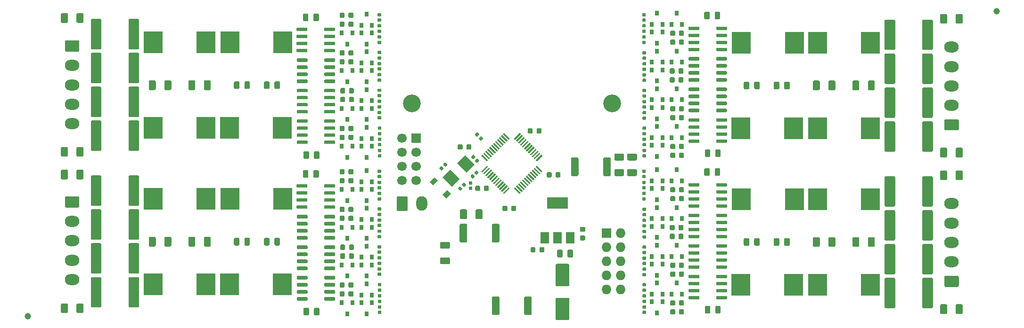
<source format=gts>
G04 #@! TF.GenerationSoftware,KiCad,Pcbnew,5.1.5*
G04 #@! TF.CreationDate,2020-04-05T15:42:04+02:00*
G04 #@! TF.ProjectId,HB-LC-DimPWM-PCB,48422d4c-432d-4446-996d-50574d2d5043,rev?*
G04 #@! TF.SameCoordinates,Original*
G04 #@! TF.FileFunction,Soldermask,Top*
G04 #@! TF.FilePolarity,Negative*
%FSLAX46Y46*%
G04 Gerber Fmt 4.6, Leading zero omitted, Abs format (unit mm)*
G04 Created by KiCad (PCBNEW 5.1.5) date 2020-04-05 15:42:04*
%MOMM*%
%LPD*%
G04 APERTURE LIST*
%ADD10C,1.152000*%
%ADD11C,0.100000*%
%ADD12O,2.000000X2.600000*%
%ADD13O,2.600000X2.000000*%
%ADD14R,0.800000X0.900000*%
%ADD15R,3.500000X4.000000*%
%ADD16C,3.200000*%
%ADD17C,1.700000*%
%ADD18R,1.700000X1.700000*%
%ADD19R,3.800000X2.000000*%
%ADD20R,1.500000X2.000000*%
%ADD21R,1.727200X1.727200*%
%ADD22O,1.727200X1.727200*%
G04 APERTURE END LIST*
D10*
X260000000Y-63300000D03*
X85900000Y-118300000D03*
D11*
G36*
X161549504Y-107676204D02*
G01*
X161573773Y-107679804D01*
X161597571Y-107685765D01*
X161620671Y-107694030D01*
X161642849Y-107704520D01*
X161663893Y-107717133D01*
X161683598Y-107731747D01*
X161701777Y-107748223D01*
X161718253Y-107766402D01*
X161732867Y-107786107D01*
X161745480Y-107807151D01*
X161755970Y-107829329D01*
X161764235Y-107852429D01*
X161770196Y-107876227D01*
X161773796Y-107900496D01*
X161775000Y-107925000D01*
X161775000Y-108675000D01*
X161773796Y-108699504D01*
X161770196Y-108723773D01*
X161764235Y-108747571D01*
X161755970Y-108770671D01*
X161745480Y-108792849D01*
X161732867Y-108813893D01*
X161718253Y-108833598D01*
X161701777Y-108851777D01*
X161683598Y-108868253D01*
X161663893Y-108882867D01*
X161642849Y-108895480D01*
X161620671Y-108905970D01*
X161597571Y-108914235D01*
X161573773Y-108920196D01*
X161549504Y-108923796D01*
X161525000Y-108925000D01*
X160275000Y-108925000D01*
X160250496Y-108923796D01*
X160226227Y-108920196D01*
X160202429Y-108914235D01*
X160179329Y-108905970D01*
X160157151Y-108895480D01*
X160136107Y-108882867D01*
X160116402Y-108868253D01*
X160098223Y-108851777D01*
X160081747Y-108833598D01*
X160067133Y-108813893D01*
X160054520Y-108792849D01*
X160044030Y-108770671D01*
X160035765Y-108747571D01*
X160029804Y-108723773D01*
X160026204Y-108699504D01*
X160025000Y-108675000D01*
X160025000Y-107925000D01*
X160026204Y-107900496D01*
X160029804Y-107876227D01*
X160035765Y-107852429D01*
X160044030Y-107829329D01*
X160054520Y-107807151D01*
X160067133Y-107786107D01*
X160081747Y-107766402D01*
X160098223Y-107748223D01*
X160116402Y-107731747D01*
X160136107Y-107717133D01*
X160157151Y-107704520D01*
X160179329Y-107694030D01*
X160202429Y-107685765D01*
X160226227Y-107679804D01*
X160250496Y-107676204D01*
X160275000Y-107675000D01*
X161525000Y-107675000D01*
X161549504Y-107676204D01*
G37*
G36*
X161549504Y-104876204D02*
G01*
X161573773Y-104879804D01*
X161597571Y-104885765D01*
X161620671Y-104894030D01*
X161642849Y-104904520D01*
X161663893Y-104917133D01*
X161683598Y-104931747D01*
X161701777Y-104948223D01*
X161718253Y-104966402D01*
X161732867Y-104986107D01*
X161745480Y-105007151D01*
X161755970Y-105029329D01*
X161764235Y-105052429D01*
X161770196Y-105076227D01*
X161773796Y-105100496D01*
X161775000Y-105125000D01*
X161775000Y-105875000D01*
X161773796Y-105899504D01*
X161770196Y-105923773D01*
X161764235Y-105947571D01*
X161755970Y-105970671D01*
X161745480Y-105992849D01*
X161732867Y-106013893D01*
X161718253Y-106033598D01*
X161701777Y-106051777D01*
X161683598Y-106068253D01*
X161663893Y-106082867D01*
X161642849Y-106095480D01*
X161620671Y-106105970D01*
X161597571Y-106114235D01*
X161573773Y-106120196D01*
X161549504Y-106123796D01*
X161525000Y-106125000D01*
X160275000Y-106125000D01*
X160250496Y-106123796D01*
X160226227Y-106120196D01*
X160202429Y-106114235D01*
X160179329Y-106105970D01*
X160157151Y-106095480D01*
X160136107Y-106082867D01*
X160116402Y-106068253D01*
X160098223Y-106051777D01*
X160081747Y-106033598D01*
X160067133Y-106013893D01*
X160054520Y-105992849D01*
X160044030Y-105970671D01*
X160035765Y-105947571D01*
X160029804Y-105923773D01*
X160026204Y-105899504D01*
X160025000Y-105875000D01*
X160025000Y-105125000D01*
X160026204Y-105100496D01*
X160029804Y-105076227D01*
X160035765Y-105052429D01*
X160044030Y-105029329D01*
X160054520Y-105007151D01*
X160067133Y-104986107D01*
X160081747Y-104966402D01*
X160098223Y-104948223D01*
X160116402Y-104931747D01*
X160136107Y-104917133D01*
X160157151Y-104904520D01*
X160179329Y-104894030D01*
X160202429Y-104885765D01*
X160226227Y-104879804D01*
X160250496Y-104876204D01*
X160275000Y-104875000D01*
X161525000Y-104875000D01*
X161549504Y-104876204D01*
G37*
G36*
X192849504Y-91776204D02*
G01*
X192873773Y-91779804D01*
X192897571Y-91785765D01*
X192920671Y-91794030D01*
X192942849Y-91804520D01*
X192963893Y-91817133D01*
X192983598Y-91831747D01*
X193001777Y-91848223D01*
X193018253Y-91866402D01*
X193032867Y-91886107D01*
X193045480Y-91907151D01*
X193055970Y-91929329D01*
X193064235Y-91952429D01*
X193070196Y-91976227D01*
X193073796Y-92000496D01*
X193075000Y-92025000D01*
X193075000Y-92775000D01*
X193073796Y-92799504D01*
X193070196Y-92823773D01*
X193064235Y-92847571D01*
X193055970Y-92870671D01*
X193045480Y-92892849D01*
X193032867Y-92913893D01*
X193018253Y-92933598D01*
X193001777Y-92951777D01*
X192983598Y-92968253D01*
X192963893Y-92982867D01*
X192942849Y-92995480D01*
X192920671Y-93005970D01*
X192897571Y-93014235D01*
X192873773Y-93020196D01*
X192849504Y-93023796D01*
X192825000Y-93025000D01*
X191575000Y-93025000D01*
X191550496Y-93023796D01*
X191526227Y-93020196D01*
X191502429Y-93014235D01*
X191479329Y-93005970D01*
X191457151Y-92995480D01*
X191436107Y-92982867D01*
X191416402Y-92968253D01*
X191398223Y-92951777D01*
X191381747Y-92933598D01*
X191367133Y-92913893D01*
X191354520Y-92892849D01*
X191344030Y-92870671D01*
X191335765Y-92847571D01*
X191329804Y-92823773D01*
X191326204Y-92799504D01*
X191325000Y-92775000D01*
X191325000Y-92025000D01*
X191326204Y-92000496D01*
X191329804Y-91976227D01*
X191335765Y-91952429D01*
X191344030Y-91929329D01*
X191354520Y-91907151D01*
X191367133Y-91886107D01*
X191381747Y-91866402D01*
X191398223Y-91848223D01*
X191416402Y-91831747D01*
X191436107Y-91817133D01*
X191457151Y-91804520D01*
X191479329Y-91794030D01*
X191502429Y-91785765D01*
X191526227Y-91779804D01*
X191550496Y-91776204D01*
X191575000Y-91775000D01*
X192825000Y-91775000D01*
X192849504Y-91776204D01*
G37*
G36*
X192849504Y-88976204D02*
G01*
X192873773Y-88979804D01*
X192897571Y-88985765D01*
X192920671Y-88994030D01*
X192942849Y-89004520D01*
X192963893Y-89017133D01*
X192983598Y-89031747D01*
X193001777Y-89048223D01*
X193018253Y-89066402D01*
X193032867Y-89086107D01*
X193045480Y-89107151D01*
X193055970Y-89129329D01*
X193064235Y-89152429D01*
X193070196Y-89176227D01*
X193073796Y-89200496D01*
X193075000Y-89225000D01*
X193075000Y-89975000D01*
X193073796Y-89999504D01*
X193070196Y-90023773D01*
X193064235Y-90047571D01*
X193055970Y-90070671D01*
X193045480Y-90092849D01*
X193032867Y-90113893D01*
X193018253Y-90133598D01*
X193001777Y-90151777D01*
X192983598Y-90168253D01*
X192963893Y-90182867D01*
X192942849Y-90195480D01*
X192920671Y-90205970D01*
X192897571Y-90214235D01*
X192873773Y-90220196D01*
X192849504Y-90223796D01*
X192825000Y-90225000D01*
X191575000Y-90225000D01*
X191550496Y-90223796D01*
X191526227Y-90220196D01*
X191502429Y-90214235D01*
X191479329Y-90205970D01*
X191457151Y-90195480D01*
X191436107Y-90182867D01*
X191416402Y-90168253D01*
X191398223Y-90151777D01*
X191381747Y-90133598D01*
X191367133Y-90113893D01*
X191354520Y-90092849D01*
X191344030Y-90070671D01*
X191335765Y-90047571D01*
X191329804Y-90023773D01*
X191326204Y-89999504D01*
X191325000Y-89975000D01*
X191325000Y-89225000D01*
X191326204Y-89200496D01*
X191329804Y-89176227D01*
X191335765Y-89152429D01*
X191344030Y-89129329D01*
X191354520Y-89107151D01*
X191367133Y-89086107D01*
X191381747Y-89066402D01*
X191398223Y-89048223D01*
X191416402Y-89031747D01*
X191436107Y-89017133D01*
X191457151Y-89004520D01*
X191479329Y-88994030D01*
X191502429Y-88985765D01*
X191526227Y-88979804D01*
X191550496Y-88976204D01*
X191575000Y-88975000D01*
X192825000Y-88975000D01*
X192849504Y-88976204D01*
G37*
G36*
X167399504Y-99026204D02*
G01*
X167423773Y-99029804D01*
X167447571Y-99035765D01*
X167470671Y-99044030D01*
X167492849Y-99054520D01*
X167513893Y-99067133D01*
X167533598Y-99081747D01*
X167551777Y-99098223D01*
X167568253Y-99116402D01*
X167582867Y-99136107D01*
X167595480Y-99157151D01*
X167605970Y-99179329D01*
X167614235Y-99202429D01*
X167620196Y-99226227D01*
X167623796Y-99250496D01*
X167625000Y-99275000D01*
X167625000Y-100525000D01*
X167623796Y-100549504D01*
X167620196Y-100573773D01*
X167614235Y-100597571D01*
X167605970Y-100620671D01*
X167595480Y-100642849D01*
X167582867Y-100663893D01*
X167568253Y-100683598D01*
X167551777Y-100701777D01*
X167533598Y-100718253D01*
X167513893Y-100732867D01*
X167492849Y-100745480D01*
X167470671Y-100755970D01*
X167447571Y-100764235D01*
X167423773Y-100770196D01*
X167399504Y-100773796D01*
X167375000Y-100775000D01*
X166625000Y-100775000D01*
X166600496Y-100773796D01*
X166576227Y-100770196D01*
X166552429Y-100764235D01*
X166529329Y-100755970D01*
X166507151Y-100745480D01*
X166486107Y-100732867D01*
X166466402Y-100718253D01*
X166448223Y-100701777D01*
X166431747Y-100683598D01*
X166417133Y-100663893D01*
X166404520Y-100642849D01*
X166394030Y-100620671D01*
X166385765Y-100597571D01*
X166379804Y-100573773D01*
X166376204Y-100549504D01*
X166375000Y-100525000D01*
X166375000Y-99275000D01*
X166376204Y-99250496D01*
X166379804Y-99226227D01*
X166385765Y-99202429D01*
X166394030Y-99179329D01*
X166404520Y-99157151D01*
X166417133Y-99136107D01*
X166431747Y-99116402D01*
X166448223Y-99098223D01*
X166466402Y-99081747D01*
X166486107Y-99067133D01*
X166507151Y-99054520D01*
X166529329Y-99044030D01*
X166552429Y-99035765D01*
X166576227Y-99029804D01*
X166600496Y-99026204D01*
X166625000Y-99025000D01*
X167375000Y-99025000D01*
X167399504Y-99026204D01*
G37*
G36*
X164599504Y-99026204D02*
G01*
X164623773Y-99029804D01*
X164647571Y-99035765D01*
X164670671Y-99044030D01*
X164692849Y-99054520D01*
X164713893Y-99067133D01*
X164733598Y-99081747D01*
X164751777Y-99098223D01*
X164768253Y-99116402D01*
X164782867Y-99136107D01*
X164795480Y-99157151D01*
X164805970Y-99179329D01*
X164814235Y-99202429D01*
X164820196Y-99226227D01*
X164823796Y-99250496D01*
X164825000Y-99275000D01*
X164825000Y-100525000D01*
X164823796Y-100549504D01*
X164820196Y-100573773D01*
X164814235Y-100597571D01*
X164805970Y-100620671D01*
X164795480Y-100642849D01*
X164782867Y-100663893D01*
X164768253Y-100683598D01*
X164751777Y-100701777D01*
X164733598Y-100718253D01*
X164713893Y-100732867D01*
X164692849Y-100745480D01*
X164670671Y-100755970D01*
X164647571Y-100764235D01*
X164623773Y-100770196D01*
X164599504Y-100773796D01*
X164575000Y-100775000D01*
X163825000Y-100775000D01*
X163800496Y-100773796D01*
X163776227Y-100770196D01*
X163752429Y-100764235D01*
X163729329Y-100755970D01*
X163707151Y-100745480D01*
X163686107Y-100732867D01*
X163666402Y-100718253D01*
X163648223Y-100701777D01*
X163631747Y-100683598D01*
X163617133Y-100663893D01*
X163604520Y-100642849D01*
X163594030Y-100620671D01*
X163585765Y-100597571D01*
X163579804Y-100573773D01*
X163576204Y-100549504D01*
X163575000Y-100525000D01*
X163575000Y-99275000D01*
X163576204Y-99250496D01*
X163579804Y-99226227D01*
X163585765Y-99202429D01*
X163594030Y-99179329D01*
X163604520Y-99157151D01*
X163617133Y-99136107D01*
X163631747Y-99116402D01*
X163648223Y-99098223D01*
X163666402Y-99081747D01*
X163686107Y-99067133D01*
X163707151Y-99054520D01*
X163729329Y-99044030D01*
X163752429Y-99035765D01*
X163776227Y-99029804D01*
X163800496Y-99026204D01*
X163825000Y-99025000D01*
X164575000Y-99025000D01*
X164599504Y-99026204D01*
G37*
G36*
X195149504Y-91776204D02*
G01*
X195173773Y-91779804D01*
X195197571Y-91785765D01*
X195220671Y-91794030D01*
X195242849Y-91804520D01*
X195263893Y-91817133D01*
X195283598Y-91831747D01*
X195301777Y-91848223D01*
X195318253Y-91866402D01*
X195332867Y-91886107D01*
X195345480Y-91907151D01*
X195355970Y-91929329D01*
X195364235Y-91952429D01*
X195370196Y-91976227D01*
X195373796Y-92000496D01*
X195375000Y-92025000D01*
X195375000Y-92775000D01*
X195373796Y-92799504D01*
X195370196Y-92823773D01*
X195364235Y-92847571D01*
X195355970Y-92870671D01*
X195345480Y-92892849D01*
X195332867Y-92913893D01*
X195318253Y-92933598D01*
X195301777Y-92951777D01*
X195283598Y-92968253D01*
X195263893Y-92982867D01*
X195242849Y-92995480D01*
X195220671Y-93005970D01*
X195197571Y-93014235D01*
X195173773Y-93020196D01*
X195149504Y-93023796D01*
X195125000Y-93025000D01*
X193875000Y-93025000D01*
X193850496Y-93023796D01*
X193826227Y-93020196D01*
X193802429Y-93014235D01*
X193779329Y-93005970D01*
X193757151Y-92995480D01*
X193736107Y-92982867D01*
X193716402Y-92968253D01*
X193698223Y-92951777D01*
X193681747Y-92933598D01*
X193667133Y-92913893D01*
X193654520Y-92892849D01*
X193644030Y-92870671D01*
X193635765Y-92847571D01*
X193629804Y-92823773D01*
X193626204Y-92799504D01*
X193625000Y-92775000D01*
X193625000Y-92025000D01*
X193626204Y-92000496D01*
X193629804Y-91976227D01*
X193635765Y-91952429D01*
X193644030Y-91929329D01*
X193654520Y-91907151D01*
X193667133Y-91886107D01*
X193681747Y-91866402D01*
X193698223Y-91848223D01*
X193716402Y-91831747D01*
X193736107Y-91817133D01*
X193757151Y-91804520D01*
X193779329Y-91794030D01*
X193802429Y-91785765D01*
X193826227Y-91779804D01*
X193850496Y-91776204D01*
X193875000Y-91775000D01*
X195125000Y-91775000D01*
X195149504Y-91776204D01*
G37*
G36*
X195149504Y-88976204D02*
G01*
X195173773Y-88979804D01*
X195197571Y-88985765D01*
X195220671Y-88994030D01*
X195242849Y-89004520D01*
X195263893Y-89017133D01*
X195283598Y-89031747D01*
X195301777Y-89048223D01*
X195318253Y-89066402D01*
X195332867Y-89086107D01*
X195345480Y-89107151D01*
X195355970Y-89129329D01*
X195364235Y-89152429D01*
X195370196Y-89176227D01*
X195373796Y-89200496D01*
X195375000Y-89225000D01*
X195375000Y-89975000D01*
X195373796Y-89999504D01*
X195370196Y-90023773D01*
X195364235Y-90047571D01*
X195355970Y-90070671D01*
X195345480Y-90092849D01*
X195332867Y-90113893D01*
X195318253Y-90133598D01*
X195301777Y-90151777D01*
X195283598Y-90168253D01*
X195263893Y-90182867D01*
X195242849Y-90195480D01*
X195220671Y-90205970D01*
X195197571Y-90214235D01*
X195173773Y-90220196D01*
X195149504Y-90223796D01*
X195125000Y-90225000D01*
X193875000Y-90225000D01*
X193850496Y-90223796D01*
X193826227Y-90220196D01*
X193802429Y-90214235D01*
X193779329Y-90205970D01*
X193757151Y-90195480D01*
X193736107Y-90182867D01*
X193716402Y-90168253D01*
X193698223Y-90151777D01*
X193681747Y-90133598D01*
X193667133Y-90113893D01*
X193654520Y-90092849D01*
X193644030Y-90070671D01*
X193635765Y-90047571D01*
X193629804Y-90023773D01*
X193626204Y-89999504D01*
X193625000Y-89975000D01*
X193625000Y-89225000D01*
X193626204Y-89200496D01*
X193629804Y-89176227D01*
X193635765Y-89152429D01*
X193644030Y-89129329D01*
X193654520Y-89107151D01*
X193667133Y-89086107D01*
X193681747Y-89066402D01*
X193698223Y-89048223D01*
X193716402Y-89031747D01*
X193736107Y-89017133D01*
X193757151Y-89004520D01*
X193779329Y-88994030D01*
X193802429Y-88985765D01*
X193826227Y-88979804D01*
X193850496Y-88976204D01*
X193875000Y-88975000D01*
X195125000Y-88975000D01*
X195149504Y-88976204D01*
G37*
G36*
X183024504Y-114951204D02*
G01*
X183048773Y-114954804D01*
X183072571Y-114960765D01*
X183095671Y-114969030D01*
X183117849Y-114979520D01*
X183138893Y-114992133D01*
X183158598Y-115006747D01*
X183176777Y-115023223D01*
X183193253Y-115041402D01*
X183207867Y-115061107D01*
X183220480Y-115082151D01*
X183230970Y-115104329D01*
X183239235Y-115127429D01*
X183245196Y-115151227D01*
X183248796Y-115175496D01*
X183250000Y-115200000D01*
X183250000Y-118700000D01*
X183248796Y-118724504D01*
X183245196Y-118748773D01*
X183239235Y-118772571D01*
X183230970Y-118795671D01*
X183220480Y-118817849D01*
X183207867Y-118838893D01*
X183193253Y-118858598D01*
X183176777Y-118876777D01*
X183158598Y-118893253D01*
X183138893Y-118907867D01*
X183117849Y-118920480D01*
X183095671Y-118930970D01*
X183072571Y-118939235D01*
X183048773Y-118945196D01*
X183024504Y-118948796D01*
X183000000Y-118950000D01*
X181000000Y-118950000D01*
X180975496Y-118948796D01*
X180951227Y-118945196D01*
X180927429Y-118939235D01*
X180904329Y-118930970D01*
X180882151Y-118920480D01*
X180861107Y-118907867D01*
X180841402Y-118893253D01*
X180823223Y-118876777D01*
X180806747Y-118858598D01*
X180792133Y-118838893D01*
X180779520Y-118817849D01*
X180769030Y-118795671D01*
X180760765Y-118772571D01*
X180754804Y-118748773D01*
X180751204Y-118724504D01*
X180750000Y-118700000D01*
X180750000Y-115200000D01*
X180751204Y-115175496D01*
X180754804Y-115151227D01*
X180760765Y-115127429D01*
X180769030Y-115104329D01*
X180779520Y-115082151D01*
X180792133Y-115061107D01*
X180806747Y-115041402D01*
X180823223Y-115023223D01*
X180841402Y-115006747D01*
X180861107Y-114992133D01*
X180882151Y-114979520D01*
X180904329Y-114969030D01*
X180927429Y-114960765D01*
X180951227Y-114954804D01*
X180975496Y-114951204D01*
X181000000Y-114950000D01*
X183000000Y-114950000D01*
X183024504Y-114951204D01*
G37*
G36*
X183024504Y-108851204D02*
G01*
X183048773Y-108854804D01*
X183072571Y-108860765D01*
X183095671Y-108869030D01*
X183117849Y-108879520D01*
X183138893Y-108892133D01*
X183158598Y-108906747D01*
X183176777Y-108923223D01*
X183193253Y-108941402D01*
X183207867Y-108961107D01*
X183220480Y-108982151D01*
X183230970Y-109004329D01*
X183239235Y-109027429D01*
X183245196Y-109051227D01*
X183248796Y-109075496D01*
X183250000Y-109100000D01*
X183250000Y-112600000D01*
X183248796Y-112624504D01*
X183245196Y-112648773D01*
X183239235Y-112672571D01*
X183230970Y-112695671D01*
X183220480Y-112717849D01*
X183207867Y-112738893D01*
X183193253Y-112758598D01*
X183176777Y-112776777D01*
X183158598Y-112793253D01*
X183138893Y-112807867D01*
X183117849Y-112820480D01*
X183095671Y-112830970D01*
X183072571Y-112839235D01*
X183048773Y-112845196D01*
X183024504Y-112848796D01*
X183000000Y-112850000D01*
X181000000Y-112850000D01*
X180975496Y-112848796D01*
X180951227Y-112845196D01*
X180927429Y-112839235D01*
X180904329Y-112830970D01*
X180882151Y-112820480D01*
X180861107Y-112807867D01*
X180841402Y-112793253D01*
X180823223Y-112776777D01*
X180806747Y-112758598D01*
X180792133Y-112738893D01*
X180779520Y-112717849D01*
X180769030Y-112695671D01*
X180760765Y-112672571D01*
X180754804Y-112648773D01*
X180751204Y-112624504D01*
X180750000Y-112600000D01*
X180750000Y-109100000D01*
X180751204Y-109075496D01*
X180754804Y-109051227D01*
X180760765Y-109027429D01*
X180769030Y-109004329D01*
X180779520Y-108982151D01*
X180792133Y-108961107D01*
X180806747Y-108941402D01*
X180823223Y-108923223D01*
X180841402Y-108906747D01*
X180861107Y-108892133D01*
X180882151Y-108879520D01*
X180904329Y-108869030D01*
X180927429Y-108860765D01*
X180951227Y-108854804D01*
X180975496Y-108851204D01*
X181000000Y-108850000D01*
X183000000Y-108850000D01*
X183024504Y-108851204D01*
G37*
D12*
X156700000Y-98000000D03*
D11*
G36*
X153974504Y-96701204D02*
G01*
X153998773Y-96704804D01*
X154022571Y-96710765D01*
X154045671Y-96719030D01*
X154067849Y-96729520D01*
X154088893Y-96742133D01*
X154108598Y-96756747D01*
X154126777Y-96773223D01*
X154143253Y-96791402D01*
X154157867Y-96811107D01*
X154170480Y-96832151D01*
X154180970Y-96854329D01*
X154189235Y-96877429D01*
X154195196Y-96901227D01*
X154198796Y-96925496D01*
X154200000Y-96950000D01*
X154200000Y-99050000D01*
X154198796Y-99074504D01*
X154195196Y-99098773D01*
X154189235Y-99122571D01*
X154180970Y-99145671D01*
X154170480Y-99167849D01*
X154157867Y-99188893D01*
X154143253Y-99208598D01*
X154126777Y-99226777D01*
X154108598Y-99243253D01*
X154088893Y-99257867D01*
X154067849Y-99270480D01*
X154045671Y-99280970D01*
X154022571Y-99289235D01*
X153998773Y-99295196D01*
X153974504Y-99298796D01*
X153950000Y-99300000D01*
X152450000Y-99300000D01*
X152425496Y-99298796D01*
X152401227Y-99295196D01*
X152377429Y-99289235D01*
X152354329Y-99280970D01*
X152332151Y-99270480D01*
X152311107Y-99257867D01*
X152291402Y-99243253D01*
X152273223Y-99226777D01*
X152256747Y-99208598D01*
X152242133Y-99188893D01*
X152229520Y-99167849D01*
X152219030Y-99145671D01*
X152210765Y-99122571D01*
X152204804Y-99098773D01*
X152201204Y-99074504D01*
X152200000Y-99050000D01*
X152200000Y-96950000D01*
X152201204Y-96925496D01*
X152204804Y-96901227D01*
X152210765Y-96877429D01*
X152219030Y-96854329D01*
X152229520Y-96832151D01*
X152242133Y-96811107D01*
X152256747Y-96791402D01*
X152273223Y-96773223D01*
X152291402Y-96756747D01*
X152311107Y-96742133D01*
X152332151Y-96729520D01*
X152354329Y-96719030D01*
X152377429Y-96710765D01*
X152401227Y-96704804D01*
X152425496Y-96701204D01*
X152450000Y-96700000D01*
X153950000Y-96700000D01*
X153974504Y-96701204D01*
G37*
G36*
X170449505Y-101626204D02*
G01*
X170473773Y-101629804D01*
X170497572Y-101635765D01*
X170520671Y-101644030D01*
X170542850Y-101654520D01*
X170563893Y-101667132D01*
X170583599Y-101681747D01*
X170601777Y-101698223D01*
X170618253Y-101716401D01*
X170632868Y-101736107D01*
X170645480Y-101757150D01*
X170655970Y-101779329D01*
X170664235Y-101802428D01*
X170670196Y-101826227D01*
X170673796Y-101850495D01*
X170675000Y-101874999D01*
X170675000Y-104725001D01*
X170673796Y-104749505D01*
X170670196Y-104773773D01*
X170664235Y-104797572D01*
X170655970Y-104820671D01*
X170645480Y-104842850D01*
X170632868Y-104863893D01*
X170618253Y-104883599D01*
X170601777Y-104901777D01*
X170583599Y-104918253D01*
X170563893Y-104932868D01*
X170542850Y-104945480D01*
X170520671Y-104955970D01*
X170497572Y-104964235D01*
X170473773Y-104970196D01*
X170449505Y-104973796D01*
X170425001Y-104975000D01*
X169574999Y-104975000D01*
X169550495Y-104973796D01*
X169526227Y-104970196D01*
X169502428Y-104964235D01*
X169479329Y-104955970D01*
X169457150Y-104945480D01*
X169436107Y-104932868D01*
X169416401Y-104918253D01*
X169398223Y-104901777D01*
X169381747Y-104883599D01*
X169367132Y-104863893D01*
X169354520Y-104842850D01*
X169344030Y-104820671D01*
X169335765Y-104797572D01*
X169329804Y-104773773D01*
X169326204Y-104749505D01*
X169325000Y-104725001D01*
X169325000Y-101874999D01*
X169326204Y-101850495D01*
X169329804Y-101826227D01*
X169335765Y-101802428D01*
X169344030Y-101779329D01*
X169354520Y-101757150D01*
X169367132Y-101736107D01*
X169381747Y-101716401D01*
X169398223Y-101698223D01*
X169416401Y-101681747D01*
X169436107Y-101667132D01*
X169457150Y-101654520D01*
X169479329Y-101644030D01*
X169502428Y-101635765D01*
X169526227Y-101629804D01*
X169550495Y-101626204D01*
X169574999Y-101625000D01*
X170425001Y-101625000D01*
X170449505Y-101626204D01*
G37*
G36*
X164649505Y-101626204D02*
G01*
X164673773Y-101629804D01*
X164697572Y-101635765D01*
X164720671Y-101644030D01*
X164742850Y-101654520D01*
X164763893Y-101667132D01*
X164783599Y-101681747D01*
X164801777Y-101698223D01*
X164818253Y-101716401D01*
X164832868Y-101736107D01*
X164845480Y-101757150D01*
X164855970Y-101779329D01*
X164864235Y-101802428D01*
X164870196Y-101826227D01*
X164873796Y-101850495D01*
X164875000Y-101874999D01*
X164875000Y-104725001D01*
X164873796Y-104749505D01*
X164870196Y-104773773D01*
X164864235Y-104797572D01*
X164855970Y-104820671D01*
X164845480Y-104842850D01*
X164832868Y-104863893D01*
X164818253Y-104883599D01*
X164801777Y-104901777D01*
X164783599Y-104918253D01*
X164763893Y-104932868D01*
X164742850Y-104945480D01*
X164720671Y-104955970D01*
X164697572Y-104964235D01*
X164673773Y-104970196D01*
X164649505Y-104973796D01*
X164625001Y-104975000D01*
X163774999Y-104975000D01*
X163750495Y-104973796D01*
X163726227Y-104970196D01*
X163702428Y-104964235D01*
X163679329Y-104955970D01*
X163657150Y-104945480D01*
X163636107Y-104932868D01*
X163616401Y-104918253D01*
X163598223Y-104901777D01*
X163581747Y-104883599D01*
X163567132Y-104863893D01*
X163554520Y-104842850D01*
X163544030Y-104820671D01*
X163535765Y-104797572D01*
X163529804Y-104773773D01*
X163526204Y-104749505D01*
X163525000Y-104725001D01*
X163525000Y-101874999D01*
X163526204Y-101850495D01*
X163529804Y-101826227D01*
X163535765Y-101802428D01*
X163544030Y-101779329D01*
X163554520Y-101757150D01*
X163567132Y-101736107D01*
X163581747Y-101716401D01*
X163598223Y-101698223D01*
X163616401Y-101681747D01*
X163636107Y-101667132D01*
X163657150Y-101654520D01*
X163679329Y-101644030D01*
X163702428Y-101635765D01*
X163726227Y-101629804D01*
X163750495Y-101626204D01*
X163774999Y-101625000D01*
X164625001Y-101625000D01*
X164649505Y-101626204D01*
G37*
G36*
X184649505Y-89676204D02*
G01*
X184673773Y-89679804D01*
X184697572Y-89685765D01*
X184720671Y-89694030D01*
X184742850Y-89704520D01*
X184763893Y-89717132D01*
X184783599Y-89731747D01*
X184801777Y-89748223D01*
X184818253Y-89766401D01*
X184832868Y-89786107D01*
X184845480Y-89807150D01*
X184855970Y-89829329D01*
X184864235Y-89852428D01*
X184870196Y-89876227D01*
X184873796Y-89900495D01*
X184875000Y-89924999D01*
X184875000Y-92775001D01*
X184873796Y-92799505D01*
X184870196Y-92823773D01*
X184864235Y-92847572D01*
X184855970Y-92870671D01*
X184845480Y-92892850D01*
X184832868Y-92913893D01*
X184818253Y-92933599D01*
X184801777Y-92951777D01*
X184783599Y-92968253D01*
X184763893Y-92982868D01*
X184742850Y-92995480D01*
X184720671Y-93005970D01*
X184697572Y-93014235D01*
X184673773Y-93020196D01*
X184649505Y-93023796D01*
X184625001Y-93025000D01*
X183774999Y-93025000D01*
X183750495Y-93023796D01*
X183726227Y-93020196D01*
X183702428Y-93014235D01*
X183679329Y-93005970D01*
X183657150Y-92995480D01*
X183636107Y-92982868D01*
X183616401Y-92968253D01*
X183598223Y-92951777D01*
X183581747Y-92933599D01*
X183567132Y-92913893D01*
X183554520Y-92892850D01*
X183544030Y-92870671D01*
X183535765Y-92847572D01*
X183529804Y-92823773D01*
X183526204Y-92799505D01*
X183525000Y-92775001D01*
X183525000Y-89924999D01*
X183526204Y-89900495D01*
X183529804Y-89876227D01*
X183535765Y-89852428D01*
X183544030Y-89829329D01*
X183554520Y-89807150D01*
X183567132Y-89786107D01*
X183581747Y-89766401D01*
X183598223Y-89748223D01*
X183616401Y-89731747D01*
X183636107Y-89717132D01*
X183657150Y-89704520D01*
X183679329Y-89694030D01*
X183702428Y-89685765D01*
X183726227Y-89679804D01*
X183750495Y-89676204D01*
X183774999Y-89675000D01*
X184625001Y-89675000D01*
X184649505Y-89676204D01*
G37*
G36*
X190449505Y-89676204D02*
G01*
X190473773Y-89679804D01*
X190497572Y-89685765D01*
X190520671Y-89694030D01*
X190542850Y-89704520D01*
X190563893Y-89717132D01*
X190583599Y-89731747D01*
X190601777Y-89748223D01*
X190618253Y-89766401D01*
X190632868Y-89786107D01*
X190645480Y-89807150D01*
X190655970Y-89829329D01*
X190664235Y-89852428D01*
X190670196Y-89876227D01*
X190673796Y-89900495D01*
X190675000Y-89924999D01*
X190675000Y-92775001D01*
X190673796Y-92799505D01*
X190670196Y-92823773D01*
X190664235Y-92847572D01*
X190655970Y-92870671D01*
X190645480Y-92892850D01*
X190632868Y-92913893D01*
X190618253Y-92933599D01*
X190601777Y-92951777D01*
X190583599Y-92968253D01*
X190563893Y-92982868D01*
X190542850Y-92995480D01*
X190520671Y-93005970D01*
X190497572Y-93014235D01*
X190473773Y-93020196D01*
X190449505Y-93023796D01*
X190425001Y-93025000D01*
X189574999Y-93025000D01*
X189550495Y-93023796D01*
X189526227Y-93020196D01*
X189502428Y-93014235D01*
X189479329Y-93005970D01*
X189457150Y-92995480D01*
X189436107Y-92982868D01*
X189416401Y-92968253D01*
X189398223Y-92951777D01*
X189381747Y-92933599D01*
X189367132Y-92913893D01*
X189354520Y-92892850D01*
X189344030Y-92870671D01*
X189335765Y-92847572D01*
X189329804Y-92823773D01*
X189326204Y-92799505D01*
X189325000Y-92775001D01*
X189325000Y-89924999D01*
X189326204Y-89900495D01*
X189329804Y-89876227D01*
X189335765Y-89852428D01*
X189344030Y-89829329D01*
X189354520Y-89807150D01*
X189367132Y-89786107D01*
X189381747Y-89766401D01*
X189398223Y-89748223D01*
X189416401Y-89731747D01*
X189436107Y-89717132D01*
X189457150Y-89704520D01*
X189479329Y-89694030D01*
X189502428Y-89685765D01*
X189526227Y-89679804D01*
X189550495Y-89676204D01*
X189574999Y-89675000D01*
X190425001Y-89675000D01*
X190449505Y-89676204D01*
G37*
G36*
X160474264Y-96372792D02*
G01*
X161322792Y-95524264D01*
X161959188Y-96160660D01*
X161110660Y-97009188D01*
X160474264Y-96372792D01*
G37*
G36*
X158140812Y-94039340D02*
G01*
X158989340Y-93190812D01*
X159625736Y-93827208D01*
X158777208Y-94675736D01*
X158140812Y-94039340D01*
G37*
D13*
X93900000Y-111700000D03*
X93900000Y-108200000D03*
X93900000Y-104700000D03*
X93900000Y-101200000D03*
D11*
G36*
X94974504Y-96701204D02*
G01*
X94998773Y-96704804D01*
X95022571Y-96710765D01*
X95045671Y-96719030D01*
X95067849Y-96729520D01*
X95088893Y-96742133D01*
X95108598Y-96756747D01*
X95126777Y-96773223D01*
X95143253Y-96791402D01*
X95157867Y-96811107D01*
X95170480Y-96832151D01*
X95180970Y-96854329D01*
X95189235Y-96877429D01*
X95195196Y-96901227D01*
X95198796Y-96925496D01*
X95200000Y-96950000D01*
X95200000Y-98450000D01*
X95198796Y-98474504D01*
X95195196Y-98498773D01*
X95189235Y-98522571D01*
X95180970Y-98545671D01*
X95170480Y-98567849D01*
X95157867Y-98588893D01*
X95143253Y-98608598D01*
X95126777Y-98626777D01*
X95108598Y-98643253D01*
X95088893Y-98657867D01*
X95067849Y-98670480D01*
X95045671Y-98680970D01*
X95022571Y-98689235D01*
X94998773Y-98695196D01*
X94974504Y-98698796D01*
X94950000Y-98700000D01*
X92850000Y-98700000D01*
X92825496Y-98698796D01*
X92801227Y-98695196D01*
X92777429Y-98689235D01*
X92754329Y-98680970D01*
X92732151Y-98670480D01*
X92711107Y-98657867D01*
X92691402Y-98643253D01*
X92673223Y-98626777D01*
X92656747Y-98608598D01*
X92642133Y-98588893D01*
X92629520Y-98567849D01*
X92619030Y-98545671D01*
X92610765Y-98522571D01*
X92604804Y-98498773D01*
X92601204Y-98474504D01*
X92600000Y-98450000D01*
X92600000Y-96950000D01*
X92601204Y-96925496D01*
X92604804Y-96901227D01*
X92610765Y-96877429D01*
X92619030Y-96854329D01*
X92629520Y-96832151D01*
X92642133Y-96811107D01*
X92656747Y-96791402D01*
X92673223Y-96773223D01*
X92691402Y-96756747D01*
X92711107Y-96742133D01*
X92732151Y-96729520D01*
X92754329Y-96719030D01*
X92777429Y-96710765D01*
X92801227Y-96704804D01*
X92825496Y-96701204D01*
X92850000Y-96700000D01*
X94950000Y-96700000D01*
X94974504Y-96701204D01*
G37*
D13*
X93900000Y-83600000D03*
X93900000Y-80100000D03*
X93900000Y-76600000D03*
X93900000Y-73100000D03*
D11*
G36*
X94974504Y-68601204D02*
G01*
X94998773Y-68604804D01*
X95022571Y-68610765D01*
X95045671Y-68619030D01*
X95067849Y-68629520D01*
X95088893Y-68642133D01*
X95108598Y-68656747D01*
X95126777Y-68673223D01*
X95143253Y-68691402D01*
X95157867Y-68711107D01*
X95170480Y-68732151D01*
X95180970Y-68754329D01*
X95189235Y-68777429D01*
X95195196Y-68801227D01*
X95198796Y-68825496D01*
X95200000Y-68850000D01*
X95200000Y-70350000D01*
X95198796Y-70374504D01*
X95195196Y-70398773D01*
X95189235Y-70422571D01*
X95180970Y-70445671D01*
X95170480Y-70467849D01*
X95157867Y-70488893D01*
X95143253Y-70508598D01*
X95126777Y-70526777D01*
X95108598Y-70543253D01*
X95088893Y-70557867D01*
X95067849Y-70570480D01*
X95045671Y-70580970D01*
X95022571Y-70589235D01*
X94998773Y-70595196D01*
X94974504Y-70598796D01*
X94950000Y-70600000D01*
X92850000Y-70600000D01*
X92825496Y-70598796D01*
X92801227Y-70595196D01*
X92777429Y-70589235D01*
X92754329Y-70580970D01*
X92732151Y-70570480D01*
X92711107Y-70557867D01*
X92691402Y-70543253D01*
X92673223Y-70526777D01*
X92656747Y-70508598D01*
X92642133Y-70488893D01*
X92629520Y-70467849D01*
X92619030Y-70445671D01*
X92610765Y-70422571D01*
X92604804Y-70398773D01*
X92601204Y-70374504D01*
X92600000Y-70350000D01*
X92600000Y-68850000D01*
X92601204Y-68825496D01*
X92604804Y-68801227D01*
X92610765Y-68777429D01*
X92619030Y-68754329D01*
X92629520Y-68732151D01*
X92642133Y-68711107D01*
X92656747Y-68691402D01*
X92673223Y-68673223D01*
X92691402Y-68656747D01*
X92711107Y-68642133D01*
X92732151Y-68629520D01*
X92754329Y-68619030D01*
X92777429Y-68610765D01*
X92801227Y-68604804D01*
X92825496Y-68601204D01*
X92850000Y-68600000D01*
X94950000Y-68600000D01*
X94974504Y-68601204D01*
G37*
D13*
X251900000Y-98000000D03*
X251900000Y-101500000D03*
X251900000Y-105000000D03*
X251900000Y-108500000D03*
D11*
G36*
X252974504Y-111001204D02*
G01*
X252998773Y-111004804D01*
X253022571Y-111010765D01*
X253045671Y-111019030D01*
X253067849Y-111029520D01*
X253088893Y-111042133D01*
X253108598Y-111056747D01*
X253126777Y-111073223D01*
X253143253Y-111091402D01*
X253157867Y-111111107D01*
X253170480Y-111132151D01*
X253180970Y-111154329D01*
X253189235Y-111177429D01*
X253195196Y-111201227D01*
X253198796Y-111225496D01*
X253200000Y-111250000D01*
X253200000Y-112750000D01*
X253198796Y-112774504D01*
X253195196Y-112798773D01*
X253189235Y-112822571D01*
X253180970Y-112845671D01*
X253170480Y-112867849D01*
X253157867Y-112888893D01*
X253143253Y-112908598D01*
X253126777Y-112926777D01*
X253108598Y-112943253D01*
X253088893Y-112957867D01*
X253067849Y-112970480D01*
X253045671Y-112980970D01*
X253022571Y-112989235D01*
X252998773Y-112995196D01*
X252974504Y-112998796D01*
X252950000Y-113000000D01*
X250850000Y-113000000D01*
X250825496Y-112998796D01*
X250801227Y-112995196D01*
X250777429Y-112989235D01*
X250754329Y-112980970D01*
X250732151Y-112970480D01*
X250711107Y-112957867D01*
X250691402Y-112943253D01*
X250673223Y-112926777D01*
X250656747Y-112908598D01*
X250642133Y-112888893D01*
X250629520Y-112867849D01*
X250619030Y-112845671D01*
X250610765Y-112822571D01*
X250604804Y-112798773D01*
X250601204Y-112774504D01*
X250600000Y-112750000D01*
X250600000Y-111250000D01*
X250601204Y-111225496D01*
X250604804Y-111201227D01*
X250610765Y-111177429D01*
X250619030Y-111154329D01*
X250629520Y-111132151D01*
X250642133Y-111111107D01*
X250656747Y-111091402D01*
X250673223Y-111073223D01*
X250691402Y-111056747D01*
X250711107Y-111042133D01*
X250732151Y-111029520D01*
X250754329Y-111019030D01*
X250777429Y-111010765D01*
X250801227Y-111004804D01*
X250825496Y-111001204D01*
X250850000Y-111000000D01*
X252950000Y-111000000D01*
X252974504Y-111001204D01*
G37*
D13*
X251900000Y-69800000D03*
X251900000Y-73300000D03*
X251900000Y-76800000D03*
X251900000Y-80300000D03*
D11*
G36*
X252974504Y-82801204D02*
G01*
X252998773Y-82804804D01*
X253022571Y-82810765D01*
X253045671Y-82819030D01*
X253067849Y-82829520D01*
X253088893Y-82842133D01*
X253108598Y-82856747D01*
X253126777Y-82873223D01*
X253143253Y-82891402D01*
X253157867Y-82911107D01*
X253170480Y-82932151D01*
X253180970Y-82954329D01*
X253189235Y-82977429D01*
X253195196Y-83001227D01*
X253198796Y-83025496D01*
X253200000Y-83050000D01*
X253200000Y-84550000D01*
X253198796Y-84574504D01*
X253195196Y-84598773D01*
X253189235Y-84622571D01*
X253180970Y-84645671D01*
X253170480Y-84667849D01*
X253157867Y-84688893D01*
X253143253Y-84708598D01*
X253126777Y-84726777D01*
X253108598Y-84743253D01*
X253088893Y-84757867D01*
X253067849Y-84770480D01*
X253045671Y-84780970D01*
X253022571Y-84789235D01*
X252998773Y-84795196D01*
X252974504Y-84798796D01*
X252950000Y-84800000D01*
X250850000Y-84800000D01*
X250825496Y-84798796D01*
X250801227Y-84795196D01*
X250777429Y-84789235D01*
X250754329Y-84780970D01*
X250732151Y-84770480D01*
X250711107Y-84757867D01*
X250691402Y-84743253D01*
X250673223Y-84726777D01*
X250656747Y-84708598D01*
X250642133Y-84688893D01*
X250629520Y-84667849D01*
X250619030Y-84645671D01*
X250610765Y-84622571D01*
X250604804Y-84598773D01*
X250601204Y-84574504D01*
X250600000Y-84550000D01*
X250600000Y-83050000D01*
X250601204Y-83025496D01*
X250604804Y-83001227D01*
X250610765Y-82977429D01*
X250619030Y-82954329D01*
X250629520Y-82932151D01*
X250642133Y-82911107D01*
X250656747Y-82891402D01*
X250673223Y-82873223D01*
X250691402Y-82856747D01*
X250711107Y-82842133D01*
X250732151Y-82829520D01*
X250754329Y-82819030D01*
X250777429Y-82810765D01*
X250801227Y-82804804D01*
X250825496Y-82801204D01*
X250850000Y-82800000D01*
X252950000Y-82800000D01*
X252974504Y-82801204D01*
G37*
G36*
X202052691Y-95026053D02*
G01*
X202073926Y-95029203D01*
X202094750Y-95034419D01*
X202114962Y-95041651D01*
X202134368Y-95050830D01*
X202152781Y-95061866D01*
X202170024Y-95074654D01*
X202185930Y-95089070D01*
X202200346Y-95104976D01*
X202213134Y-95122219D01*
X202224170Y-95140632D01*
X202233349Y-95160038D01*
X202240581Y-95180250D01*
X202245797Y-95201074D01*
X202248947Y-95222309D01*
X202250000Y-95243750D01*
X202250000Y-95756250D01*
X202248947Y-95777691D01*
X202245797Y-95798926D01*
X202240581Y-95819750D01*
X202233349Y-95839962D01*
X202224170Y-95859368D01*
X202213134Y-95877781D01*
X202200346Y-95895024D01*
X202185930Y-95910930D01*
X202170024Y-95925346D01*
X202152781Y-95938134D01*
X202134368Y-95949170D01*
X202114962Y-95958349D01*
X202094750Y-95965581D01*
X202073926Y-95970797D01*
X202052691Y-95973947D01*
X202031250Y-95975000D01*
X201593750Y-95975000D01*
X201572309Y-95973947D01*
X201551074Y-95970797D01*
X201530250Y-95965581D01*
X201510038Y-95958349D01*
X201490632Y-95949170D01*
X201472219Y-95938134D01*
X201454976Y-95925346D01*
X201439070Y-95910930D01*
X201424654Y-95895024D01*
X201411866Y-95877781D01*
X201400830Y-95859368D01*
X201391651Y-95839962D01*
X201384419Y-95819750D01*
X201379203Y-95798926D01*
X201376053Y-95777691D01*
X201375000Y-95756250D01*
X201375000Y-95243750D01*
X201376053Y-95222309D01*
X201379203Y-95201074D01*
X201384419Y-95180250D01*
X201391651Y-95160038D01*
X201400830Y-95140632D01*
X201411866Y-95122219D01*
X201424654Y-95104976D01*
X201439070Y-95089070D01*
X201454976Y-95074654D01*
X201472219Y-95061866D01*
X201490632Y-95050830D01*
X201510038Y-95041651D01*
X201530250Y-95034419D01*
X201551074Y-95029203D01*
X201572309Y-95026053D01*
X201593750Y-95025000D01*
X202031250Y-95025000D01*
X202052691Y-95026053D01*
G37*
G36*
X203627691Y-95026053D02*
G01*
X203648926Y-95029203D01*
X203669750Y-95034419D01*
X203689962Y-95041651D01*
X203709368Y-95050830D01*
X203727781Y-95061866D01*
X203745024Y-95074654D01*
X203760930Y-95089070D01*
X203775346Y-95104976D01*
X203788134Y-95122219D01*
X203799170Y-95140632D01*
X203808349Y-95160038D01*
X203815581Y-95180250D01*
X203820797Y-95201074D01*
X203823947Y-95222309D01*
X203825000Y-95243750D01*
X203825000Y-95756250D01*
X203823947Y-95777691D01*
X203820797Y-95798926D01*
X203815581Y-95819750D01*
X203808349Y-95839962D01*
X203799170Y-95859368D01*
X203788134Y-95877781D01*
X203775346Y-95895024D01*
X203760930Y-95910930D01*
X203745024Y-95925346D01*
X203727781Y-95938134D01*
X203709368Y-95949170D01*
X203689962Y-95958349D01*
X203669750Y-95965581D01*
X203648926Y-95970797D01*
X203627691Y-95973947D01*
X203606250Y-95975000D01*
X203168750Y-95975000D01*
X203147309Y-95973947D01*
X203126074Y-95970797D01*
X203105250Y-95965581D01*
X203085038Y-95958349D01*
X203065632Y-95949170D01*
X203047219Y-95938134D01*
X203029976Y-95925346D01*
X203014070Y-95910930D01*
X202999654Y-95895024D01*
X202986866Y-95877781D01*
X202975830Y-95859368D01*
X202966651Y-95839962D01*
X202959419Y-95819750D01*
X202954203Y-95798926D01*
X202951053Y-95777691D01*
X202950000Y-95756250D01*
X202950000Y-95243750D01*
X202951053Y-95222309D01*
X202954203Y-95201074D01*
X202959419Y-95180250D01*
X202966651Y-95160038D01*
X202975830Y-95140632D01*
X202986866Y-95122219D01*
X202999654Y-95104976D01*
X203014070Y-95089070D01*
X203029976Y-95074654D01*
X203047219Y-95061866D01*
X203065632Y-95050830D01*
X203085038Y-95041651D01*
X203105250Y-95034419D01*
X203126074Y-95029203D01*
X203147309Y-95026053D01*
X203168750Y-95025000D01*
X203606250Y-95025000D01*
X203627691Y-95026053D01*
G37*
G36*
X203627691Y-96626053D02*
G01*
X203648926Y-96629203D01*
X203669750Y-96634419D01*
X203689962Y-96641651D01*
X203709368Y-96650830D01*
X203727781Y-96661866D01*
X203745024Y-96674654D01*
X203760930Y-96689070D01*
X203775346Y-96704976D01*
X203788134Y-96722219D01*
X203799170Y-96740632D01*
X203808349Y-96760038D01*
X203815581Y-96780250D01*
X203820797Y-96801074D01*
X203823947Y-96822309D01*
X203825000Y-96843750D01*
X203825000Y-97356250D01*
X203823947Y-97377691D01*
X203820797Y-97398926D01*
X203815581Y-97419750D01*
X203808349Y-97439962D01*
X203799170Y-97459368D01*
X203788134Y-97477781D01*
X203775346Y-97495024D01*
X203760930Y-97510930D01*
X203745024Y-97525346D01*
X203727781Y-97538134D01*
X203709368Y-97549170D01*
X203689962Y-97558349D01*
X203669750Y-97565581D01*
X203648926Y-97570797D01*
X203627691Y-97573947D01*
X203606250Y-97575000D01*
X203168750Y-97575000D01*
X203147309Y-97573947D01*
X203126074Y-97570797D01*
X203105250Y-97565581D01*
X203085038Y-97558349D01*
X203065632Y-97549170D01*
X203047219Y-97538134D01*
X203029976Y-97525346D01*
X203014070Y-97510930D01*
X202999654Y-97495024D01*
X202986866Y-97477781D01*
X202975830Y-97459368D01*
X202966651Y-97439962D01*
X202959419Y-97419750D01*
X202954203Y-97398926D01*
X202951053Y-97377691D01*
X202950000Y-97356250D01*
X202950000Y-96843750D01*
X202951053Y-96822309D01*
X202954203Y-96801074D01*
X202959419Y-96780250D01*
X202966651Y-96760038D01*
X202975830Y-96740632D01*
X202986866Y-96722219D01*
X202999654Y-96704976D01*
X203014070Y-96689070D01*
X203029976Y-96674654D01*
X203047219Y-96661866D01*
X203065632Y-96650830D01*
X203085038Y-96641651D01*
X203105250Y-96634419D01*
X203126074Y-96629203D01*
X203147309Y-96626053D01*
X203168750Y-96625000D01*
X203606250Y-96625000D01*
X203627691Y-96626053D01*
G37*
G36*
X202052691Y-96626053D02*
G01*
X202073926Y-96629203D01*
X202094750Y-96634419D01*
X202114962Y-96641651D01*
X202134368Y-96650830D01*
X202152781Y-96661866D01*
X202170024Y-96674654D01*
X202185930Y-96689070D01*
X202200346Y-96704976D01*
X202213134Y-96722219D01*
X202224170Y-96740632D01*
X202233349Y-96760038D01*
X202240581Y-96780250D01*
X202245797Y-96801074D01*
X202248947Y-96822309D01*
X202250000Y-96843750D01*
X202250000Y-97356250D01*
X202248947Y-97377691D01*
X202245797Y-97398926D01*
X202240581Y-97419750D01*
X202233349Y-97439962D01*
X202224170Y-97459368D01*
X202213134Y-97477781D01*
X202200346Y-97495024D01*
X202185930Y-97510930D01*
X202170024Y-97525346D01*
X202152781Y-97538134D01*
X202134368Y-97549170D01*
X202114962Y-97558349D01*
X202094750Y-97565581D01*
X202073926Y-97570797D01*
X202052691Y-97573947D01*
X202031250Y-97575000D01*
X201593750Y-97575000D01*
X201572309Y-97573947D01*
X201551074Y-97570797D01*
X201530250Y-97565581D01*
X201510038Y-97558349D01*
X201490632Y-97549170D01*
X201472219Y-97538134D01*
X201454976Y-97525346D01*
X201439070Y-97510930D01*
X201424654Y-97495024D01*
X201411866Y-97477781D01*
X201400830Y-97459368D01*
X201391651Y-97439962D01*
X201384419Y-97419750D01*
X201379203Y-97398926D01*
X201376053Y-97377691D01*
X201375000Y-97356250D01*
X201375000Y-96843750D01*
X201376053Y-96822309D01*
X201379203Y-96801074D01*
X201384419Y-96780250D01*
X201391651Y-96760038D01*
X201400830Y-96740632D01*
X201411866Y-96722219D01*
X201424654Y-96704976D01*
X201439070Y-96689070D01*
X201454976Y-96674654D01*
X201472219Y-96661866D01*
X201490632Y-96650830D01*
X201510038Y-96641651D01*
X201530250Y-96634419D01*
X201551074Y-96629203D01*
X201572309Y-96626053D01*
X201593750Y-96625000D01*
X202031250Y-96625000D01*
X202052691Y-96626053D01*
G37*
G36*
X201952691Y-101826053D02*
G01*
X201973926Y-101829203D01*
X201994750Y-101834419D01*
X202014962Y-101841651D01*
X202034368Y-101850830D01*
X202052781Y-101861866D01*
X202070024Y-101874654D01*
X202085930Y-101889070D01*
X202100346Y-101904976D01*
X202113134Y-101922219D01*
X202124170Y-101940632D01*
X202133349Y-101960038D01*
X202140581Y-101980250D01*
X202145797Y-102001074D01*
X202148947Y-102022309D01*
X202150000Y-102043750D01*
X202150000Y-102556250D01*
X202148947Y-102577691D01*
X202145797Y-102598926D01*
X202140581Y-102619750D01*
X202133349Y-102639962D01*
X202124170Y-102659368D01*
X202113134Y-102677781D01*
X202100346Y-102695024D01*
X202085930Y-102710930D01*
X202070024Y-102725346D01*
X202052781Y-102738134D01*
X202034368Y-102749170D01*
X202014962Y-102758349D01*
X201994750Y-102765581D01*
X201973926Y-102770797D01*
X201952691Y-102773947D01*
X201931250Y-102775000D01*
X201493750Y-102775000D01*
X201472309Y-102773947D01*
X201451074Y-102770797D01*
X201430250Y-102765581D01*
X201410038Y-102758349D01*
X201390632Y-102749170D01*
X201372219Y-102738134D01*
X201354976Y-102725346D01*
X201339070Y-102710930D01*
X201324654Y-102695024D01*
X201311866Y-102677781D01*
X201300830Y-102659368D01*
X201291651Y-102639962D01*
X201284419Y-102619750D01*
X201279203Y-102598926D01*
X201276053Y-102577691D01*
X201275000Y-102556250D01*
X201275000Y-102043750D01*
X201276053Y-102022309D01*
X201279203Y-102001074D01*
X201284419Y-101980250D01*
X201291651Y-101960038D01*
X201300830Y-101940632D01*
X201311866Y-101922219D01*
X201324654Y-101904976D01*
X201339070Y-101889070D01*
X201354976Y-101874654D01*
X201372219Y-101861866D01*
X201390632Y-101850830D01*
X201410038Y-101841651D01*
X201430250Y-101834419D01*
X201451074Y-101829203D01*
X201472309Y-101826053D01*
X201493750Y-101825000D01*
X201931250Y-101825000D01*
X201952691Y-101826053D01*
G37*
G36*
X203527691Y-101826053D02*
G01*
X203548926Y-101829203D01*
X203569750Y-101834419D01*
X203589962Y-101841651D01*
X203609368Y-101850830D01*
X203627781Y-101861866D01*
X203645024Y-101874654D01*
X203660930Y-101889070D01*
X203675346Y-101904976D01*
X203688134Y-101922219D01*
X203699170Y-101940632D01*
X203708349Y-101960038D01*
X203715581Y-101980250D01*
X203720797Y-102001074D01*
X203723947Y-102022309D01*
X203725000Y-102043750D01*
X203725000Y-102556250D01*
X203723947Y-102577691D01*
X203720797Y-102598926D01*
X203715581Y-102619750D01*
X203708349Y-102639962D01*
X203699170Y-102659368D01*
X203688134Y-102677781D01*
X203675346Y-102695024D01*
X203660930Y-102710930D01*
X203645024Y-102725346D01*
X203627781Y-102738134D01*
X203609368Y-102749170D01*
X203589962Y-102758349D01*
X203569750Y-102765581D01*
X203548926Y-102770797D01*
X203527691Y-102773947D01*
X203506250Y-102775000D01*
X203068750Y-102775000D01*
X203047309Y-102773947D01*
X203026074Y-102770797D01*
X203005250Y-102765581D01*
X202985038Y-102758349D01*
X202965632Y-102749170D01*
X202947219Y-102738134D01*
X202929976Y-102725346D01*
X202914070Y-102710930D01*
X202899654Y-102695024D01*
X202886866Y-102677781D01*
X202875830Y-102659368D01*
X202866651Y-102639962D01*
X202859419Y-102619750D01*
X202854203Y-102598926D01*
X202851053Y-102577691D01*
X202850000Y-102556250D01*
X202850000Y-102043750D01*
X202851053Y-102022309D01*
X202854203Y-102001074D01*
X202859419Y-101980250D01*
X202866651Y-101960038D01*
X202875830Y-101940632D01*
X202886866Y-101922219D01*
X202899654Y-101904976D01*
X202914070Y-101889070D01*
X202929976Y-101874654D01*
X202947219Y-101861866D01*
X202965632Y-101850830D01*
X202985038Y-101841651D01*
X203005250Y-101834419D01*
X203026074Y-101829203D01*
X203047309Y-101826053D01*
X203068750Y-101825000D01*
X203506250Y-101825000D01*
X203527691Y-101826053D01*
G37*
G36*
X203527691Y-103426053D02*
G01*
X203548926Y-103429203D01*
X203569750Y-103434419D01*
X203589962Y-103441651D01*
X203609368Y-103450830D01*
X203627781Y-103461866D01*
X203645024Y-103474654D01*
X203660930Y-103489070D01*
X203675346Y-103504976D01*
X203688134Y-103522219D01*
X203699170Y-103540632D01*
X203708349Y-103560038D01*
X203715581Y-103580250D01*
X203720797Y-103601074D01*
X203723947Y-103622309D01*
X203725000Y-103643750D01*
X203725000Y-104156250D01*
X203723947Y-104177691D01*
X203720797Y-104198926D01*
X203715581Y-104219750D01*
X203708349Y-104239962D01*
X203699170Y-104259368D01*
X203688134Y-104277781D01*
X203675346Y-104295024D01*
X203660930Y-104310930D01*
X203645024Y-104325346D01*
X203627781Y-104338134D01*
X203609368Y-104349170D01*
X203589962Y-104358349D01*
X203569750Y-104365581D01*
X203548926Y-104370797D01*
X203527691Y-104373947D01*
X203506250Y-104375000D01*
X203068750Y-104375000D01*
X203047309Y-104373947D01*
X203026074Y-104370797D01*
X203005250Y-104365581D01*
X202985038Y-104358349D01*
X202965632Y-104349170D01*
X202947219Y-104338134D01*
X202929976Y-104325346D01*
X202914070Y-104310930D01*
X202899654Y-104295024D01*
X202886866Y-104277781D01*
X202875830Y-104259368D01*
X202866651Y-104239962D01*
X202859419Y-104219750D01*
X202854203Y-104198926D01*
X202851053Y-104177691D01*
X202850000Y-104156250D01*
X202850000Y-103643750D01*
X202851053Y-103622309D01*
X202854203Y-103601074D01*
X202859419Y-103580250D01*
X202866651Y-103560038D01*
X202875830Y-103540632D01*
X202886866Y-103522219D01*
X202899654Y-103504976D01*
X202914070Y-103489070D01*
X202929976Y-103474654D01*
X202947219Y-103461866D01*
X202965632Y-103450830D01*
X202985038Y-103441651D01*
X203005250Y-103434419D01*
X203026074Y-103429203D01*
X203047309Y-103426053D01*
X203068750Y-103425000D01*
X203506250Y-103425000D01*
X203527691Y-103426053D01*
G37*
G36*
X201952691Y-103426053D02*
G01*
X201973926Y-103429203D01*
X201994750Y-103434419D01*
X202014962Y-103441651D01*
X202034368Y-103450830D01*
X202052781Y-103461866D01*
X202070024Y-103474654D01*
X202085930Y-103489070D01*
X202100346Y-103504976D01*
X202113134Y-103522219D01*
X202124170Y-103540632D01*
X202133349Y-103560038D01*
X202140581Y-103580250D01*
X202145797Y-103601074D01*
X202148947Y-103622309D01*
X202150000Y-103643750D01*
X202150000Y-104156250D01*
X202148947Y-104177691D01*
X202145797Y-104198926D01*
X202140581Y-104219750D01*
X202133349Y-104239962D01*
X202124170Y-104259368D01*
X202113134Y-104277781D01*
X202100346Y-104295024D01*
X202085930Y-104310930D01*
X202070024Y-104325346D01*
X202052781Y-104338134D01*
X202034368Y-104349170D01*
X202014962Y-104358349D01*
X201994750Y-104365581D01*
X201973926Y-104370797D01*
X201952691Y-104373947D01*
X201931250Y-104375000D01*
X201493750Y-104375000D01*
X201472309Y-104373947D01*
X201451074Y-104370797D01*
X201430250Y-104365581D01*
X201410038Y-104358349D01*
X201390632Y-104349170D01*
X201372219Y-104338134D01*
X201354976Y-104325346D01*
X201339070Y-104310930D01*
X201324654Y-104295024D01*
X201311866Y-104277781D01*
X201300830Y-104259368D01*
X201291651Y-104239962D01*
X201284419Y-104219750D01*
X201279203Y-104198926D01*
X201276053Y-104177691D01*
X201275000Y-104156250D01*
X201275000Y-103643750D01*
X201276053Y-103622309D01*
X201279203Y-103601074D01*
X201284419Y-103580250D01*
X201291651Y-103560038D01*
X201300830Y-103540632D01*
X201311866Y-103522219D01*
X201324654Y-103504976D01*
X201339070Y-103489070D01*
X201354976Y-103474654D01*
X201372219Y-103461866D01*
X201390632Y-103450830D01*
X201410038Y-103441651D01*
X201430250Y-103434419D01*
X201451074Y-103429203D01*
X201472309Y-103426053D01*
X201493750Y-103425000D01*
X201931250Y-103425000D01*
X201952691Y-103426053D01*
G37*
G36*
X202052691Y-108626053D02*
G01*
X202073926Y-108629203D01*
X202094750Y-108634419D01*
X202114962Y-108641651D01*
X202134368Y-108650830D01*
X202152781Y-108661866D01*
X202170024Y-108674654D01*
X202185930Y-108689070D01*
X202200346Y-108704976D01*
X202213134Y-108722219D01*
X202224170Y-108740632D01*
X202233349Y-108760038D01*
X202240581Y-108780250D01*
X202245797Y-108801074D01*
X202248947Y-108822309D01*
X202250000Y-108843750D01*
X202250000Y-109356250D01*
X202248947Y-109377691D01*
X202245797Y-109398926D01*
X202240581Y-109419750D01*
X202233349Y-109439962D01*
X202224170Y-109459368D01*
X202213134Y-109477781D01*
X202200346Y-109495024D01*
X202185930Y-109510930D01*
X202170024Y-109525346D01*
X202152781Y-109538134D01*
X202134368Y-109549170D01*
X202114962Y-109558349D01*
X202094750Y-109565581D01*
X202073926Y-109570797D01*
X202052691Y-109573947D01*
X202031250Y-109575000D01*
X201593750Y-109575000D01*
X201572309Y-109573947D01*
X201551074Y-109570797D01*
X201530250Y-109565581D01*
X201510038Y-109558349D01*
X201490632Y-109549170D01*
X201472219Y-109538134D01*
X201454976Y-109525346D01*
X201439070Y-109510930D01*
X201424654Y-109495024D01*
X201411866Y-109477781D01*
X201400830Y-109459368D01*
X201391651Y-109439962D01*
X201384419Y-109419750D01*
X201379203Y-109398926D01*
X201376053Y-109377691D01*
X201375000Y-109356250D01*
X201375000Y-108843750D01*
X201376053Y-108822309D01*
X201379203Y-108801074D01*
X201384419Y-108780250D01*
X201391651Y-108760038D01*
X201400830Y-108740632D01*
X201411866Y-108722219D01*
X201424654Y-108704976D01*
X201439070Y-108689070D01*
X201454976Y-108674654D01*
X201472219Y-108661866D01*
X201490632Y-108650830D01*
X201510038Y-108641651D01*
X201530250Y-108634419D01*
X201551074Y-108629203D01*
X201572309Y-108626053D01*
X201593750Y-108625000D01*
X202031250Y-108625000D01*
X202052691Y-108626053D01*
G37*
G36*
X203627691Y-108626053D02*
G01*
X203648926Y-108629203D01*
X203669750Y-108634419D01*
X203689962Y-108641651D01*
X203709368Y-108650830D01*
X203727781Y-108661866D01*
X203745024Y-108674654D01*
X203760930Y-108689070D01*
X203775346Y-108704976D01*
X203788134Y-108722219D01*
X203799170Y-108740632D01*
X203808349Y-108760038D01*
X203815581Y-108780250D01*
X203820797Y-108801074D01*
X203823947Y-108822309D01*
X203825000Y-108843750D01*
X203825000Y-109356250D01*
X203823947Y-109377691D01*
X203820797Y-109398926D01*
X203815581Y-109419750D01*
X203808349Y-109439962D01*
X203799170Y-109459368D01*
X203788134Y-109477781D01*
X203775346Y-109495024D01*
X203760930Y-109510930D01*
X203745024Y-109525346D01*
X203727781Y-109538134D01*
X203709368Y-109549170D01*
X203689962Y-109558349D01*
X203669750Y-109565581D01*
X203648926Y-109570797D01*
X203627691Y-109573947D01*
X203606250Y-109575000D01*
X203168750Y-109575000D01*
X203147309Y-109573947D01*
X203126074Y-109570797D01*
X203105250Y-109565581D01*
X203085038Y-109558349D01*
X203065632Y-109549170D01*
X203047219Y-109538134D01*
X203029976Y-109525346D01*
X203014070Y-109510930D01*
X202999654Y-109495024D01*
X202986866Y-109477781D01*
X202975830Y-109459368D01*
X202966651Y-109439962D01*
X202959419Y-109419750D01*
X202954203Y-109398926D01*
X202951053Y-109377691D01*
X202950000Y-109356250D01*
X202950000Y-108843750D01*
X202951053Y-108822309D01*
X202954203Y-108801074D01*
X202959419Y-108780250D01*
X202966651Y-108760038D01*
X202975830Y-108740632D01*
X202986866Y-108722219D01*
X202999654Y-108704976D01*
X203014070Y-108689070D01*
X203029976Y-108674654D01*
X203047219Y-108661866D01*
X203065632Y-108650830D01*
X203085038Y-108641651D01*
X203105250Y-108634419D01*
X203126074Y-108629203D01*
X203147309Y-108626053D01*
X203168750Y-108625000D01*
X203606250Y-108625000D01*
X203627691Y-108626053D01*
G37*
G36*
X203627691Y-110226053D02*
G01*
X203648926Y-110229203D01*
X203669750Y-110234419D01*
X203689962Y-110241651D01*
X203709368Y-110250830D01*
X203727781Y-110261866D01*
X203745024Y-110274654D01*
X203760930Y-110289070D01*
X203775346Y-110304976D01*
X203788134Y-110322219D01*
X203799170Y-110340632D01*
X203808349Y-110360038D01*
X203815581Y-110380250D01*
X203820797Y-110401074D01*
X203823947Y-110422309D01*
X203825000Y-110443750D01*
X203825000Y-110956250D01*
X203823947Y-110977691D01*
X203820797Y-110998926D01*
X203815581Y-111019750D01*
X203808349Y-111039962D01*
X203799170Y-111059368D01*
X203788134Y-111077781D01*
X203775346Y-111095024D01*
X203760930Y-111110930D01*
X203745024Y-111125346D01*
X203727781Y-111138134D01*
X203709368Y-111149170D01*
X203689962Y-111158349D01*
X203669750Y-111165581D01*
X203648926Y-111170797D01*
X203627691Y-111173947D01*
X203606250Y-111175000D01*
X203168750Y-111175000D01*
X203147309Y-111173947D01*
X203126074Y-111170797D01*
X203105250Y-111165581D01*
X203085038Y-111158349D01*
X203065632Y-111149170D01*
X203047219Y-111138134D01*
X203029976Y-111125346D01*
X203014070Y-111110930D01*
X202999654Y-111095024D01*
X202986866Y-111077781D01*
X202975830Y-111059368D01*
X202966651Y-111039962D01*
X202959419Y-111019750D01*
X202954203Y-110998926D01*
X202951053Y-110977691D01*
X202950000Y-110956250D01*
X202950000Y-110443750D01*
X202951053Y-110422309D01*
X202954203Y-110401074D01*
X202959419Y-110380250D01*
X202966651Y-110360038D01*
X202975830Y-110340632D01*
X202986866Y-110322219D01*
X202999654Y-110304976D01*
X203014070Y-110289070D01*
X203029976Y-110274654D01*
X203047219Y-110261866D01*
X203065632Y-110250830D01*
X203085038Y-110241651D01*
X203105250Y-110234419D01*
X203126074Y-110229203D01*
X203147309Y-110226053D01*
X203168750Y-110225000D01*
X203606250Y-110225000D01*
X203627691Y-110226053D01*
G37*
G36*
X202052691Y-110226053D02*
G01*
X202073926Y-110229203D01*
X202094750Y-110234419D01*
X202114962Y-110241651D01*
X202134368Y-110250830D01*
X202152781Y-110261866D01*
X202170024Y-110274654D01*
X202185930Y-110289070D01*
X202200346Y-110304976D01*
X202213134Y-110322219D01*
X202224170Y-110340632D01*
X202233349Y-110360038D01*
X202240581Y-110380250D01*
X202245797Y-110401074D01*
X202248947Y-110422309D01*
X202250000Y-110443750D01*
X202250000Y-110956250D01*
X202248947Y-110977691D01*
X202245797Y-110998926D01*
X202240581Y-111019750D01*
X202233349Y-111039962D01*
X202224170Y-111059368D01*
X202213134Y-111077781D01*
X202200346Y-111095024D01*
X202185930Y-111110930D01*
X202170024Y-111125346D01*
X202152781Y-111138134D01*
X202134368Y-111149170D01*
X202114962Y-111158349D01*
X202094750Y-111165581D01*
X202073926Y-111170797D01*
X202052691Y-111173947D01*
X202031250Y-111175000D01*
X201593750Y-111175000D01*
X201572309Y-111173947D01*
X201551074Y-111170797D01*
X201530250Y-111165581D01*
X201510038Y-111158349D01*
X201490632Y-111149170D01*
X201472219Y-111138134D01*
X201454976Y-111125346D01*
X201439070Y-111110930D01*
X201424654Y-111095024D01*
X201411866Y-111077781D01*
X201400830Y-111059368D01*
X201391651Y-111039962D01*
X201384419Y-111019750D01*
X201379203Y-110998926D01*
X201376053Y-110977691D01*
X201375000Y-110956250D01*
X201375000Y-110443750D01*
X201376053Y-110422309D01*
X201379203Y-110401074D01*
X201384419Y-110380250D01*
X201391651Y-110360038D01*
X201400830Y-110340632D01*
X201411866Y-110322219D01*
X201424654Y-110304976D01*
X201439070Y-110289070D01*
X201454976Y-110274654D01*
X201472219Y-110261866D01*
X201490632Y-110250830D01*
X201510038Y-110241651D01*
X201530250Y-110234419D01*
X201551074Y-110229203D01*
X201572309Y-110226053D01*
X201593750Y-110225000D01*
X202031250Y-110225000D01*
X202052691Y-110226053D01*
G37*
G36*
X202052691Y-115426053D02*
G01*
X202073926Y-115429203D01*
X202094750Y-115434419D01*
X202114962Y-115441651D01*
X202134368Y-115450830D01*
X202152781Y-115461866D01*
X202170024Y-115474654D01*
X202185930Y-115489070D01*
X202200346Y-115504976D01*
X202213134Y-115522219D01*
X202224170Y-115540632D01*
X202233349Y-115560038D01*
X202240581Y-115580250D01*
X202245797Y-115601074D01*
X202248947Y-115622309D01*
X202250000Y-115643750D01*
X202250000Y-116156250D01*
X202248947Y-116177691D01*
X202245797Y-116198926D01*
X202240581Y-116219750D01*
X202233349Y-116239962D01*
X202224170Y-116259368D01*
X202213134Y-116277781D01*
X202200346Y-116295024D01*
X202185930Y-116310930D01*
X202170024Y-116325346D01*
X202152781Y-116338134D01*
X202134368Y-116349170D01*
X202114962Y-116358349D01*
X202094750Y-116365581D01*
X202073926Y-116370797D01*
X202052691Y-116373947D01*
X202031250Y-116375000D01*
X201593750Y-116375000D01*
X201572309Y-116373947D01*
X201551074Y-116370797D01*
X201530250Y-116365581D01*
X201510038Y-116358349D01*
X201490632Y-116349170D01*
X201472219Y-116338134D01*
X201454976Y-116325346D01*
X201439070Y-116310930D01*
X201424654Y-116295024D01*
X201411866Y-116277781D01*
X201400830Y-116259368D01*
X201391651Y-116239962D01*
X201384419Y-116219750D01*
X201379203Y-116198926D01*
X201376053Y-116177691D01*
X201375000Y-116156250D01*
X201375000Y-115643750D01*
X201376053Y-115622309D01*
X201379203Y-115601074D01*
X201384419Y-115580250D01*
X201391651Y-115560038D01*
X201400830Y-115540632D01*
X201411866Y-115522219D01*
X201424654Y-115504976D01*
X201439070Y-115489070D01*
X201454976Y-115474654D01*
X201472219Y-115461866D01*
X201490632Y-115450830D01*
X201510038Y-115441651D01*
X201530250Y-115434419D01*
X201551074Y-115429203D01*
X201572309Y-115426053D01*
X201593750Y-115425000D01*
X202031250Y-115425000D01*
X202052691Y-115426053D01*
G37*
G36*
X203627691Y-115426053D02*
G01*
X203648926Y-115429203D01*
X203669750Y-115434419D01*
X203689962Y-115441651D01*
X203709368Y-115450830D01*
X203727781Y-115461866D01*
X203745024Y-115474654D01*
X203760930Y-115489070D01*
X203775346Y-115504976D01*
X203788134Y-115522219D01*
X203799170Y-115540632D01*
X203808349Y-115560038D01*
X203815581Y-115580250D01*
X203820797Y-115601074D01*
X203823947Y-115622309D01*
X203825000Y-115643750D01*
X203825000Y-116156250D01*
X203823947Y-116177691D01*
X203820797Y-116198926D01*
X203815581Y-116219750D01*
X203808349Y-116239962D01*
X203799170Y-116259368D01*
X203788134Y-116277781D01*
X203775346Y-116295024D01*
X203760930Y-116310930D01*
X203745024Y-116325346D01*
X203727781Y-116338134D01*
X203709368Y-116349170D01*
X203689962Y-116358349D01*
X203669750Y-116365581D01*
X203648926Y-116370797D01*
X203627691Y-116373947D01*
X203606250Y-116375000D01*
X203168750Y-116375000D01*
X203147309Y-116373947D01*
X203126074Y-116370797D01*
X203105250Y-116365581D01*
X203085038Y-116358349D01*
X203065632Y-116349170D01*
X203047219Y-116338134D01*
X203029976Y-116325346D01*
X203014070Y-116310930D01*
X202999654Y-116295024D01*
X202986866Y-116277781D01*
X202975830Y-116259368D01*
X202966651Y-116239962D01*
X202959419Y-116219750D01*
X202954203Y-116198926D01*
X202951053Y-116177691D01*
X202950000Y-116156250D01*
X202950000Y-115643750D01*
X202951053Y-115622309D01*
X202954203Y-115601074D01*
X202959419Y-115580250D01*
X202966651Y-115560038D01*
X202975830Y-115540632D01*
X202986866Y-115522219D01*
X202999654Y-115504976D01*
X203014070Y-115489070D01*
X203029976Y-115474654D01*
X203047219Y-115461866D01*
X203065632Y-115450830D01*
X203085038Y-115441651D01*
X203105250Y-115434419D01*
X203126074Y-115429203D01*
X203147309Y-115426053D01*
X203168750Y-115425000D01*
X203606250Y-115425000D01*
X203627691Y-115426053D01*
G37*
G36*
X203627691Y-117026053D02*
G01*
X203648926Y-117029203D01*
X203669750Y-117034419D01*
X203689962Y-117041651D01*
X203709368Y-117050830D01*
X203727781Y-117061866D01*
X203745024Y-117074654D01*
X203760930Y-117089070D01*
X203775346Y-117104976D01*
X203788134Y-117122219D01*
X203799170Y-117140632D01*
X203808349Y-117160038D01*
X203815581Y-117180250D01*
X203820797Y-117201074D01*
X203823947Y-117222309D01*
X203825000Y-117243750D01*
X203825000Y-117756250D01*
X203823947Y-117777691D01*
X203820797Y-117798926D01*
X203815581Y-117819750D01*
X203808349Y-117839962D01*
X203799170Y-117859368D01*
X203788134Y-117877781D01*
X203775346Y-117895024D01*
X203760930Y-117910930D01*
X203745024Y-117925346D01*
X203727781Y-117938134D01*
X203709368Y-117949170D01*
X203689962Y-117958349D01*
X203669750Y-117965581D01*
X203648926Y-117970797D01*
X203627691Y-117973947D01*
X203606250Y-117975000D01*
X203168750Y-117975000D01*
X203147309Y-117973947D01*
X203126074Y-117970797D01*
X203105250Y-117965581D01*
X203085038Y-117958349D01*
X203065632Y-117949170D01*
X203047219Y-117938134D01*
X203029976Y-117925346D01*
X203014070Y-117910930D01*
X202999654Y-117895024D01*
X202986866Y-117877781D01*
X202975830Y-117859368D01*
X202966651Y-117839962D01*
X202959419Y-117819750D01*
X202954203Y-117798926D01*
X202951053Y-117777691D01*
X202950000Y-117756250D01*
X202950000Y-117243750D01*
X202951053Y-117222309D01*
X202954203Y-117201074D01*
X202959419Y-117180250D01*
X202966651Y-117160038D01*
X202975830Y-117140632D01*
X202986866Y-117122219D01*
X202999654Y-117104976D01*
X203014070Y-117089070D01*
X203029976Y-117074654D01*
X203047219Y-117061866D01*
X203065632Y-117050830D01*
X203085038Y-117041651D01*
X203105250Y-117034419D01*
X203126074Y-117029203D01*
X203147309Y-117026053D01*
X203168750Y-117025000D01*
X203606250Y-117025000D01*
X203627691Y-117026053D01*
G37*
G36*
X202052691Y-117026053D02*
G01*
X202073926Y-117029203D01*
X202094750Y-117034419D01*
X202114962Y-117041651D01*
X202134368Y-117050830D01*
X202152781Y-117061866D01*
X202170024Y-117074654D01*
X202185930Y-117089070D01*
X202200346Y-117104976D01*
X202213134Y-117122219D01*
X202224170Y-117140632D01*
X202233349Y-117160038D01*
X202240581Y-117180250D01*
X202245797Y-117201074D01*
X202248947Y-117222309D01*
X202250000Y-117243750D01*
X202250000Y-117756250D01*
X202248947Y-117777691D01*
X202245797Y-117798926D01*
X202240581Y-117819750D01*
X202233349Y-117839962D01*
X202224170Y-117859368D01*
X202213134Y-117877781D01*
X202200346Y-117895024D01*
X202185930Y-117910930D01*
X202170024Y-117925346D01*
X202152781Y-117938134D01*
X202134368Y-117949170D01*
X202114962Y-117958349D01*
X202094750Y-117965581D01*
X202073926Y-117970797D01*
X202052691Y-117973947D01*
X202031250Y-117975000D01*
X201593750Y-117975000D01*
X201572309Y-117973947D01*
X201551074Y-117970797D01*
X201530250Y-117965581D01*
X201510038Y-117958349D01*
X201490632Y-117949170D01*
X201472219Y-117938134D01*
X201454976Y-117925346D01*
X201439070Y-117910930D01*
X201424654Y-117895024D01*
X201411866Y-117877781D01*
X201400830Y-117859368D01*
X201391651Y-117839962D01*
X201384419Y-117819750D01*
X201379203Y-117798926D01*
X201376053Y-117777691D01*
X201375000Y-117756250D01*
X201375000Y-117243750D01*
X201376053Y-117222309D01*
X201379203Y-117201074D01*
X201384419Y-117180250D01*
X201391651Y-117160038D01*
X201400830Y-117140632D01*
X201411866Y-117122219D01*
X201424654Y-117104976D01*
X201439070Y-117089070D01*
X201454976Y-117074654D01*
X201472219Y-117061866D01*
X201490632Y-117050830D01*
X201510038Y-117041651D01*
X201530250Y-117034419D01*
X201551074Y-117029203D01*
X201572309Y-117026053D01*
X201593750Y-117025000D01*
X202031250Y-117025000D01*
X202052691Y-117026053D01*
G37*
G36*
X196836958Y-95870710D02*
G01*
X196851276Y-95872834D01*
X196865317Y-95876351D01*
X196878946Y-95881228D01*
X196892031Y-95887417D01*
X196904447Y-95894858D01*
X196916073Y-95903481D01*
X196926798Y-95913202D01*
X196936519Y-95923927D01*
X196945142Y-95935553D01*
X196952583Y-95947969D01*
X196958772Y-95961054D01*
X196963649Y-95974683D01*
X196967166Y-95988724D01*
X196969290Y-96003042D01*
X196970000Y-96017500D01*
X196970000Y-96312500D01*
X196969290Y-96326958D01*
X196967166Y-96341276D01*
X196963649Y-96355317D01*
X196958772Y-96368946D01*
X196952583Y-96382031D01*
X196945142Y-96394447D01*
X196936519Y-96406073D01*
X196926798Y-96416798D01*
X196916073Y-96426519D01*
X196904447Y-96435142D01*
X196892031Y-96442583D01*
X196878946Y-96448772D01*
X196865317Y-96453649D01*
X196851276Y-96457166D01*
X196836958Y-96459290D01*
X196822500Y-96460000D01*
X196477500Y-96460000D01*
X196463042Y-96459290D01*
X196448724Y-96457166D01*
X196434683Y-96453649D01*
X196421054Y-96448772D01*
X196407969Y-96442583D01*
X196395553Y-96435142D01*
X196383927Y-96426519D01*
X196373202Y-96416798D01*
X196363481Y-96406073D01*
X196354858Y-96394447D01*
X196347417Y-96382031D01*
X196341228Y-96368946D01*
X196336351Y-96355317D01*
X196332834Y-96341276D01*
X196330710Y-96326958D01*
X196330000Y-96312500D01*
X196330000Y-96017500D01*
X196330710Y-96003042D01*
X196332834Y-95988724D01*
X196336351Y-95974683D01*
X196341228Y-95961054D01*
X196347417Y-95947969D01*
X196354858Y-95935553D01*
X196363481Y-95923927D01*
X196373202Y-95913202D01*
X196383927Y-95903481D01*
X196395553Y-95894858D01*
X196407969Y-95887417D01*
X196421054Y-95881228D01*
X196434683Y-95876351D01*
X196448724Y-95872834D01*
X196463042Y-95870710D01*
X196477500Y-95870000D01*
X196822500Y-95870000D01*
X196836958Y-95870710D01*
G37*
G36*
X196836958Y-96840710D02*
G01*
X196851276Y-96842834D01*
X196865317Y-96846351D01*
X196878946Y-96851228D01*
X196892031Y-96857417D01*
X196904447Y-96864858D01*
X196916073Y-96873481D01*
X196926798Y-96883202D01*
X196936519Y-96893927D01*
X196945142Y-96905553D01*
X196952583Y-96917969D01*
X196958772Y-96931054D01*
X196963649Y-96944683D01*
X196967166Y-96958724D01*
X196969290Y-96973042D01*
X196970000Y-96987500D01*
X196970000Y-97282500D01*
X196969290Y-97296958D01*
X196967166Y-97311276D01*
X196963649Y-97325317D01*
X196958772Y-97338946D01*
X196952583Y-97352031D01*
X196945142Y-97364447D01*
X196936519Y-97376073D01*
X196926798Y-97386798D01*
X196916073Y-97396519D01*
X196904447Y-97405142D01*
X196892031Y-97412583D01*
X196878946Y-97418772D01*
X196865317Y-97423649D01*
X196851276Y-97427166D01*
X196836958Y-97429290D01*
X196822500Y-97430000D01*
X196477500Y-97430000D01*
X196463042Y-97429290D01*
X196448724Y-97427166D01*
X196434683Y-97423649D01*
X196421054Y-97418772D01*
X196407969Y-97412583D01*
X196395553Y-97405142D01*
X196383927Y-97396519D01*
X196373202Y-97386798D01*
X196363481Y-97376073D01*
X196354858Y-97364447D01*
X196347417Y-97352031D01*
X196341228Y-97338946D01*
X196336351Y-97325317D01*
X196332834Y-97311276D01*
X196330710Y-97296958D01*
X196330000Y-97282500D01*
X196330000Y-96987500D01*
X196330710Y-96973042D01*
X196332834Y-96958724D01*
X196336351Y-96944683D01*
X196341228Y-96931054D01*
X196347417Y-96917969D01*
X196354858Y-96905553D01*
X196363481Y-96893927D01*
X196373202Y-96883202D01*
X196383927Y-96873481D01*
X196395553Y-96864858D01*
X196407969Y-96857417D01*
X196421054Y-96851228D01*
X196434683Y-96846351D01*
X196448724Y-96842834D01*
X196463042Y-96840710D01*
X196477500Y-96840000D01*
X196822500Y-96840000D01*
X196836958Y-96840710D01*
G37*
G36*
X196886958Y-102720710D02*
G01*
X196901276Y-102722834D01*
X196915317Y-102726351D01*
X196928946Y-102731228D01*
X196942031Y-102737417D01*
X196954447Y-102744858D01*
X196966073Y-102753481D01*
X196976798Y-102763202D01*
X196986519Y-102773927D01*
X196995142Y-102785553D01*
X197002583Y-102797969D01*
X197008772Y-102811054D01*
X197013649Y-102824683D01*
X197017166Y-102838724D01*
X197019290Y-102853042D01*
X197020000Y-102867500D01*
X197020000Y-103162500D01*
X197019290Y-103176958D01*
X197017166Y-103191276D01*
X197013649Y-103205317D01*
X197008772Y-103218946D01*
X197002583Y-103232031D01*
X196995142Y-103244447D01*
X196986519Y-103256073D01*
X196976798Y-103266798D01*
X196966073Y-103276519D01*
X196954447Y-103285142D01*
X196942031Y-103292583D01*
X196928946Y-103298772D01*
X196915317Y-103303649D01*
X196901276Y-103307166D01*
X196886958Y-103309290D01*
X196872500Y-103310000D01*
X196527500Y-103310000D01*
X196513042Y-103309290D01*
X196498724Y-103307166D01*
X196484683Y-103303649D01*
X196471054Y-103298772D01*
X196457969Y-103292583D01*
X196445553Y-103285142D01*
X196433927Y-103276519D01*
X196423202Y-103266798D01*
X196413481Y-103256073D01*
X196404858Y-103244447D01*
X196397417Y-103232031D01*
X196391228Y-103218946D01*
X196386351Y-103205317D01*
X196382834Y-103191276D01*
X196380710Y-103176958D01*
X196380000Y-103162500D01*
X196380000Y-102867500D01*
X196380710Y-102853042D01*
X196382834Y-102838724D01*
X196386351Y-102824683D01*
X196391228Y-102811054D01*
X196397417Y-102797969D01*
X196404858Y-102785553D01*
X196413481Y-102773927D01*
X196423202Y-102763202D01*
X196433927Y-102753481D01*
X196445553Y-102744858D01*
X196457969Y-102737417D01*
X196471054Y-102731228D01*
X196484683Y-102726351D01*
X196498724Y-102722834D01*
X196513042Y-102720710D01*
X196527500Y-102720000D01*
X196872500Y-102720000D01*
X196886958Y-102720710D01*
G37*
G36*
X196886958Y-103690710D02*
G01*
X196901276Y-103692834D01*
X196915317Y-103696351D01*
X196928946Y-103701228D01*
X196942031Y-103707417D01*
X196954447Y-103714858D01*
X196966073Y-103723481D01*
X196976798Y-103733202D01*
X196986519Y-103743927D01*
X196995142Y-103755553D01*
X197002583Y-103767969D01*
X197008772Y-103781054D01*
X197013649Y-103794683D01*
X197017166Y-103808724D01*
X197019290Y-103823042D01*
X197020000Y-103837500D01*
X197020000Y-104132500D01*
X197019290Y-104146958D01*
X197017166Y-104161276D01*
X197013649Y-104175317D01*
X197008772Y-104188946D01*
X197002583Y-104202031D01*
X196995142Y-104214447D01*
X196986519Y-104226073D01*
X196976798Y-104236798D01*
X196966073Y-104246519D01*
X196954447Y-104255142D01*
X196942031Y-104262583D01*
X196928946Y-104268772D01*
X196915317Y-104273649D01*
X196901276Y-104277166D01*
X196886958Y-104279290D01*
X196872500Y-104280000D01*
X196527500Y-104280000D01*
X196513042Y-104279290D01*
X196498724Y-104277166D01*
X196484683Y-104273649D01*
X196471054Y-104268772D01*
X196457969Y-104262583D01*
X196445553Y-104255142D01*
X196433927Y-104246519D01*
X196423202Y-104236798D01*
X196413481Y-104226073D01*
X196404858Y-104214447D01*
X196397417Y-104202031D01*
X196391228Y-104188946D01*
X196386351Y-104175317D01*
X196382834Y-104161276D01*
X196380710Y-104146958D01*
X196380000Y-104132500D01*
X196380000Y-103837500D01*
X196380710Y-103823042D01*
X196382834Y-103808724D01*
X196386351Y-103794683D01*
X196391228Y-103781054D01*
X196397417Y-103767969D01*
X196404858Y-103755553D01*
X196413481Y-103743927D01*
X196423202Y-103733202D01*
X196433927Y-103723481D01*
X196445553Y-103714858D01*
X196457969Y-103707417D01*
X196471054Y-103701228D01*
X196484683Y-103696351D01*
X196498724Y-103692834D01*
X196513042Y-103690710D01*
X196527500Y-103690000D01*
X196872500Y-103690000D01*
X196886958Y-103690710D01*
G37*
G36*
X196886958Y-109520710D02*
G01*
X196901276Y-109522834D01*
X196915317Y-109526351D01*
X196928946Y-109531228D01*
X196942031Y-109537417D01*
X196954447Y-109544858D01*
X196966073Y-109553481D01*
X196976798Y-109563202D01*
X196986519Y-109573927D01*
X196995142Y-109585553D01*
X197002583Y-109597969D01*
X197008772Y-109611054D01*
X197013649Y-109624683D01*
X197017166Y-109638724D01*
X197019290Y-109653042D01*
X197020000Y-109667500D01*
X197020000Y-109962500D01*
X197019290Y-109976958D01*
X197017166Y-109991276D01*
X197013649Y-110005317D01*
X197008772Y-110018946D01*
X197002583Y-110032031D01*
X196995142Y-110044447D01*
X196986519Y-110056073D01*
X196976798Y-110066798D01*
X196966073Y-110076519D01*
X196954447Y-110085142D01*
X196942031Y-110092583D01*
X196928946Y-110098772D01*
X196915317Y-110103649D01*
X196901276Y-110107166D01*
X196886958Y-110109290D01*
X196872500Y-110110000D01*
X196527500Y-110110000D01*
X196513042Y-110109290D01*
X196498724Y-110107166D01*
X196484683Y-110103649D01*
X196471054Y-110098772D01*
X196457969Y-110092583D01*
X196445553Y-110085142D01*
X196433927Y-110076519D01*
X196423202Y-110066798D01*
X196413481Y-110056073D01*
X196404858Y-110044447D01*
X196397417Y-110032031D01*
X196391228Y-110018946D01*
X196386351Y-110005317D01*
X196382834Y-109991276D01*
X196380710Y-109976958D01*
X196380000Y-109962500D01*
X196380000Y-109667500D01*
X196380710Y-109653042D01*
X196382834Y-109638724D01*
X196386351Y-109624683D01*
X196391228Y-109611054D01*
X196397417Y-109597969D01*
X196404858Y-109585553D01*
X196413481Y-109573927D01*
X196423202Y-109563202D01*
X196433927Y-109553481D01*
X196445553Y-109544858D01*
X196457969Y-109537417D01*
X196471054Y-109531228D01*
X196484683Y-109526351D01*
X196498724Y-109522834D01*
X196513042Y-109520710D01*
X196527500Y-109520000D01*
X196872500Y-109520000D01*
X196886958Y-109520710D01*
G37*
G36*
X196886958Y-110490710D02*
G01*
X196901276Y-110492834D01*
X196915317Y-110496351D01*
X196928946Y-110501228D01*
X196942031Y-110507417D01*
X196954447Y-110514858D01*
X196966073Y-110523481D01*
X196976798Y-110533202D01*
X196986519Y-110543927D01*
X196995142Y-110555553D01*
X197002583Y-110567969D01*
X197008772Y-110581054D01*
X197013649Y-110594683D01*
X197017166Y-110608724D01*
X197019290Y-110623042D01*
X197020000Y-110637500D01*
X197020000Y-110932500D01*
X197019290Y-110946958D01*
X197017166Y-110961276D01*
X197013649Y-110975317D01*
X197008772Y-110988946D01*
X197002583Y-111002031D01*
X196995142Y-111014447D01*
X196986519Y-111026073D01*
X196976798Y-111036798D01*
X196966073Y-111046519D01*
X196954447Y-111055142D01*
X196942031Y-111062583D01*
X196928946Y-111068772D01*
X196915317Y-111073649D01*
X196901276Y-111077166D01*
X196886958Y-111079290D01*
X196872500Y-111080000D01*
X196527500Y-111080000D01*
X196513042Y-111079290D01*
X196498724Y-111077166D01*
X196484683Y-111073649D01*
X196471054Y-111068772D01*
X196457969Y-111062583D01*
X196445553Y-111055142D01*
X196433927Y-111046519D01*
X196423202Y-111036798D01*
X196413481Y-111026073D01*
X196404858Y-111014447D01*
X196397417Y-111002031D01*
X196391228Y-110988946D01*
X196386351Y-110975317D01*
X196382834Y-110961276D01*
X196380710Y-110946958D01*
X196380000Y-110932500D01*
X196380000Y-110637500D01*
X196380710Y-110623042D01*
X196382834Y-110608724D01*
X196386351Y-110594683D01*
X196391228Y-110581054D01*
X196397417Y-110567969D01*
X196404858Y-110555553D01*
X196413481Y-110543927D01*
X196423202Y-110533202D01*
X196433927Y-110523481D01*
X196445553Y-110514858D01*
X196457969Y-110507417D01*
X196471054Y-110501228D01*
X196484683Y-110496351D01*
X196498724Y-110492834D01*
X196513042Y-110490710D01*
X196527500Y-110490000D01*
X196872500Y-110490000D01*
X196886958Y-110490710D01*
G37*
G36*
X196886958Y-116320710D02*
G01*
X196901276Y-116322834D01*
X196915317Y-116326351D01*
X196928946Y-116331228D01*
X196942031Y-116337417D01*
X196954447Y-116344858D01*
X196966073Y-116353481D01*
X196976798Y-116363202D01*
X196986519Y-116373927D01*
X196995142Y-116385553D01*
X197002583Y-116397969D01*
X197008772Y-116411054D01*
X197013649Y-116424683D01*
X197017166Y-116438724D01*
X197019290Y-116453042D01*
X197020000Y-116467500D01*
X197020000Y-116762500D01*
X197019290Y-116776958D01*
X197017166Y-116791276D01*
X197013649Y-116805317D01*
X197008772Y-116818946D01*
X197002583Y-116832031D01*
X196995142Y-116844447D01*
X196986519Y-116856073D01*
X196976798Y-116866798D01*
X196966073Y-116876519D01*
X196954447Y-116885142D01*
X196942031Y-116892583D01*
X196928946Y-116898772D01*
X196915317Y-116903649D01*
X196901276Y-116907166D01*
X196886958Y-116909290D01*
X196872500Y-116910000D01*
X196527500Y-116910000D01*
X196513042Y-116909290D01*
X196498724Y-116907166D01*
X196484683Y-116903649D01*
X196471054Y-116898772D01*
X196457969Y-116892583D01*
X196445553Y-116885142D01*
X196433927Y-116876519D01*
X196423202Y-116866798D01*
X196413481Y-116856073D01*
X196404858Y-116844447D01*
X196397417Y-116832031D01*
X196391228Y-116818946D01*
X196386351Y-116805317D01*
X196382834Y-116791276D01*
X196380710Y-116776958D01*
X196380000Y-116762500D01*
X196380000Y-116467500D01*
X196380710Y-116453042D01*
X196382834Y-116438724D01*
X196386351Y-116424683D01*
X196391228Y-116411054D01*
X196397417Y-116397969D01*
X196404858Y-116385553D01*
X196413481Y-116373927D01*
X196423202Y-116363202D01*
X196433927Y-116353481D01*
X196445553Y-116344858D01*
X196457969Y-116337417D01*
X196471054Y-116331228D01*
X196484683Y-116326351D01*
X196498724Y-116322834D01*
X196513042Y-116320710D01*
X196527500Y-116320000D01*
X196872500Y-116320000D01*
X196886958Y-116320710D01*
G37*
G36*
X196886958Y-117290710D02*
G01*
X196901276Y-117292834D01*
X196915317Y-117296351D01*
X196928946Y-117301228D01*
X196942031Y-117307417D01*
X196954447Y-117314858D01*
X196966073Y-117323481D01*
X196976798Y-117333202D01*
X196986519Y-117343927D01*
X196995142Y-117355553D01*
X197002583Y-117367969D01*
X197008772Y-117381054D01*
X197013649Y-117394683D01*
X197017166Y-117408724D01*
X197019290Y-117423042D01*
X197020000Y-117437500D01*
X197020000Y-117732500D01*
X197019290Y-117746958D01*
X197017166Y-117761276D01*
X197013649Y-117775317D01*
X197008772Y-117788946D01*
X197002583Y-117802031D01*
X196995142Y-117814447D01*
X196986519Y-117826073D01*
X196976798Y-117836798D01*
X196966073Y-117846519D01*
X196954447Y-117855142D01*
X196942031Y-117862583D01*
X196928946Y-117868772D01*
X196915317Y-117873649D01*
X196901276Y-117877166D01*
X196886958Y-117879290D01*
X196872500Y-117880000D01*
X196527500Y-117880000D01*
X196513042Y-117879290D01*
X196498724Y-117877166D01*
X196484683Y-117873649D01*
X196471054Y-117868772D01*
X196457969Y-117862583D01*
X196445553Y-117855142D01*
X196433927Y-117846519D01*
X196423202Y-117836798D01*
X196413481Y-117826073D01*
X196404858Y-117814447D01*
X196397417Y-117802031D01*
X196391228Y-117788946D01*
X196386351Y-117775317D01*
X196382834Y-117761276D01*
X196380710Y-117746958D01*
X196380000Y-117732500D01*
X196380000Y-117437500D01*
X196380710Y-117423042D01*
X196382834Y-117408724D01*
X196386351Y-117394683D01*
X196391228Y-117381054D01*
X196397417Y-117367969D01*
X196404858Y-117355553D01*
X196413481Y-117343927D01*
X196423202Y-117333202D01*
X196433927Y-117323481D01*
X196445553Y-117314858D01*
X196457969Y-117307417D01*
X196471054Y-117301228D01*
X196484683Y-117296351D01*
X196498724Y-117292834D01*
X196513042Y-117290710D01*
X196527500Y-117290000D01*
X196872500Y-117290000D01*
X196886958Y-117290710D01*
G37*
G36*
X196836958Y-92840710D02*
G01*
X196851276Y-92842834D01*
X196865317Y-92846351D01*
X196878946Y-92851228D01*
X196892031Y-92857417D01*
X196904447Y-92864858D01*
X196916073Y-92873481D01*
X196926798Y-92883202D01*
X196936519Y-92893927D01*
X196945142Y-92905553D01*
X196952583Y-92917969D01*
X196958772Y-92931054D01*
X196963649Y-92944683D01*
X196967166Y-92958724D01*
X196969290Y-92973042D01*
X196970000Y-92987500D01*
X196970000Y-93282500D01*
X196969290Y-93296958D01*
X196967166Y-93311276D01*
X196963649Y-93325317D01*
X196958772Y-93338946D01*
X196952583Y-93352031D01*
X196945142Y-93364447D01*
X196936519Y-93376073D01*
X196926798Y-93386798D01*
X196916073Y-93396519D01*
X196904447Y-93405142D01*
X196892031Y-93412583D01*
X196878946Y-93418772D01*
X196865317Y-93423649D01*
X196851276Y-93427166D01*
X196836958Y-93429290D01*
X196822500Y-93430000D01*
X196477500Y-93430000D01*
X196463042Y-93429290D01*
X196448724Y-93427166D01*
X196434683Y-93423649D01*
X196421054Y-93418772D01*
X196407969Y-93412583D01*
X196395553Y-93405142D01*
X196383927Y-93396519D01*
X196373202Y-93386798D01*
X196363481Y-93376073D01*
X196354858Y-93364447D01*
X196347417Y-93352031D01*
X196341228Y-93338946D01*
X196336351Y-93325317D01*
X196332834Y-93311276D01*
X196330710Y-93296958D01*
X196330000Y-93282500D01*
X196330000Y-92987500D01*
X196330710Y-92973042D01*
X196332834Y-92958724D01*
X196336351Y-92944683D01*
X196341228Y-92931054D01*
X196347417Y-92917969D01*
X196354858Y-92905553D01*
X196363481Y-92893927D01*
X196373202Y-92883202D01*
X196383927Y-92873481D01*
X196395553Y-92864858D01*
X196407969Y-92857417D01*
X196421054Y-92851228D01*
X196434683Y-92846351D01*
X196448724Y-92842834D01*
X196463042Y-92840710D01*
X196477500Y-92840000D01*
X196822500Y-92840000D01*
X196836958Y-92840710D01*
G37*
G36*
X196836958Y-91870710D02*
G01*
X196851276Y-91872834D01*
X196865317Y-91876351D01*
X196878946Y-91881228D01*
X196892031Y-91887417D01*
X196904447Y-91894858D01*
X196916073Y-91903481D01*
X196926798Y-91913202D01*
X196936519Y-91923927D01*
X196945142Y-91935553D01*
X196952583Y-91947969D01*
X196958772Y-91961054D01*
X196963649Y-91974683D01*
X196967166Y-91988724D01*
X196969290Y-92003042D01*
X196970000Y-92017500D01*
X196970000Y-92312500D01*
X196969290Y-92326958D01*
X196967166Y-92341276D01*
X196963649Y-92355317D01*
X196958772Y-92368946D01*
X196952583Y-92382031D01*
X196945142Y-92394447D01*
X196936519Y-92406073D01*
X196926798Y-92416798D01*
X196916073Y-92426519D01*
X196904447Y-92435142D01*
X196892031Y-92442583D01*
X196878946Y-92448772D01*
X196865317Y-92453649D01*
X196851276Y-92457166D01*
X196836958Y-92459290D01*
X196822500Y-92460000D01*
X196477500Y-92460000D01*
X196463042Y-92459290D01*
X196448724Y-92457166D01*
X196434683Y-92453649D01*
X196421054Y-92448772D01*
X196407969Y-92442583D01*
X196395553Y-92435142D01*
X196383927Y-92426519D01*
X196373202Y-92416798D01*
X196363481Y-92406073D01*
X196354858Y-92394447D01*
X196347417Y-92382031D01*
X196341228Y-92368946D01*
X196336351Y-92355317D01*
X196332834Y-92341276D01*
X196330710Y-92326958D01*
X196330000Y-92312500D01*
X196330000Y-92017500D01*
X196330710Y-92003042D01*
X196332834Y-91988724D01*
X196336351Y-91974683D01*
X196341228Y-91961054D01*
X196347417Y-91947969D01*
X196354858Y-91935553D01*
X196363481Y-91923927D01*
X196373202Y-91913202D01*
X196383927Y-91903481D01*
X196395553Y-91894858D01*
X196407969Y-91887417D01*
X196421054Y-91881228D01*
X196434683Y-91876351D01*
X196448724Y-91872834D01*
X196463042Y-91870710D01*
X196477500Y-91870000D01*
X196822500Y-91870000D01*
X196836958Y-91870710D01*
G37*
G36*
X196886958Y-99690710D02*
G01*
X196901276Y-99692834D01*
X196915317Y-99696351D01*
X196928946Y-99701228D01*
X196942031Y-99707417D01*
X196954447Y-99714858D01*
X196966073Y-99723481D01*
X196976798Y-99733202D01*
X196986519Y-99743927D01*
X196995142Y-99755553D01*
X197002583Y-99767969D01*
X197008772Y-99781054D01*
X197013649Y-99794683D01*
X197017166Y-99808724D01*
X197019290Y-99823042D01*
X197020000Y-99837500D01*
X197020000Y-100132500D01*
X197019290Y-100146958D01*
X197017166Y-100161276D01*
X197013649Y-100175317D01*
X197008772Y-100188946D01*
X197002583Y-100202031D01*
X196995142Y-100214447D01*
X196986519Y-100226073D01*
X196976798Y-100236798D01*
X196966073Y-100246519D01*
X196954447Y-100255142D01*
X196942031Y-100262583D01*
X196928946Y-100268772D01*
X196915317Y-100273649D01*
X196901276Y-100277166D01*
X196886958Y-100279290D01*
X196872500Y-100280000D01*
X196527500Y-100280000D01*
X196513042Y-100279290D01*
X196498724Y-100277166D01*
X196484683Y-100273649D01*
X196471054Y-100268772D01*
X196457969Y-100262583D01*
X196445553Y-100255142D01*
X196433927Y-100246519D01*
X196423202Y-100236798D01*
X196413481Y-100226073D01*
X196404858Y-100214447D01*
X196397417Y-100202031D01*
X196391228Y-100188946D01*
X196386351Y-100175317D01*
X196382834Y-100161276D01*
X196380710Y-100146958D01*
X196380000Y-100132500D01*
X196380000Y-99837500D01*
X196380710Y-99823042D01*
X196382834Y-99808724D01*
X196386351Y-99794683D01*
X196391228Y-99781054D01*
X196397417Y-99767969D01*
X196404858Y-99755553D01*
X196413481Y-99743927D01*
X196423202Y-99733202D01*
X196433927Y-99723481D01*
X196445553Y-99714858D01*
X196457969Y-99707417D01*
X196471054Y-99701228D01*
X196484683Y-99696351D01*
X196498724Y-99692834D01*
X196513042Y-99690710D01*
X196527500Y-99690000D01*
X196872500Y-99690000D01*
X196886958Y-99690710D01*
G37*
G36*
X196886958Y-98720710D02*
G01*
X196901276Y-98722834D01*
X196915317Y-98726351D01*
X196928946Y-98731228D01*
X196942031Y-98737417D01*
X196954447Y-98744858D01*
X196966073Y-98753481D01*
X196976798Y-98763202D01*
X196986519Y-98773927D01*
X196995142Y-98785553D01*
X197002583Y-98797969D01*
X197008772Y-98811054D01*
X197013649Y-98824683D01*
X197017166Y-98838724D01*
X197019290Y-98853042D01*
X197020000Y-98867500D01*
X197020000Y-99162500D01*
X197019290Y-99176958D01*
X197017166Y-99191276D01*
X197013649Y-99205317D01*
X197008772Y-99218946D01*
X197002583Y-99232031D01*
X196995142Y-99244447D01*
X196986519Y-99256073D01*
X196976798Y-99266798D01*
X196966073Y-99276519D01*
X196954447Y-99285142D01*
X196942031Y-99292583D01*
X196928946Y-99298772D01*
X196915317Y-99303649D01*
X196901276Y-99307166D01*
X196886958Y-99309290D01*
X196872500Y-99310000D01*
X196527500Y-99310000D01*
X196513042Y-99309290D01*
X196498724Y-99307166D01*
X196484683Y-99303649D01*
X196471054Y-99298772D01*
X196457969Y-99292583D01*
X196445553Y-99285142D01*
X196433927Y-99276519D01*
X196423202Y-99266798D01*
X196413481Y-99256073D01*
X196404858Y-99244447D01*
X196397417Y-99232031D01*
X196391228Y-99218946D01*
X196386351Y-99205317D01*
X196382834Y-99191276D01*
X196380710Y-99176958D01*
X196380000Y-99162500D01*
X196380000Y-98867500D01*
X196380710Y-98853042D01*
X196382834Y-98838724D01*
X196386351Y-98824683D01*
X196391228Y-98811054D01*
X196397417Y-98797969D01*
X196404858Y-98785553D01*
X196413481Y-98773927D01*
X196423202Y-98763202D01*
X196433927Y-98753481D01*
X196445553Y-98744858D01*
X196457969Y-98737417D01*
X196471054Y-98731228D01*
X196484683Y-98726351D01*
X196498724Y-98722834D01*
X196513042Y-98720710D01*
X196527500Y-98720000D01*
X196872500Y-98720000D01*
X196886958Y-98720710D01*
G37*
G36*
X196886958Y-106490710D02*
G01*
X196901276Y-106492834D01*
X196915317Y-106496351D01*
X196928946Y-106501228D01*
X196942031Y-106507417D01*
X196954447Y-106514858D01*
X196966073Y-106523481D01*
X196976798Y-106533202D01*
X196986519Y-106543927D01*
X196995142Y-106555553D01*
X197002583Y-106567969D01*
X197008772Y-106581054D01*
X197013649Y-106594683D01*
X197017166Y-106608724D01*
X197019290Y-106623042D01*
X197020000Y-106637500D01*
X197020000Y-106932500D01*
X197019290Y-106946958D01*
X197017166Y-106961276D01*
X197013649Y-106975317D01*
X197008772Y-106988946D01*
X197002583Y-107002031D01*
X196995142Y-107014447D01*
X196986519Y-107026073D01*
X196976798Y-107036798D01*
X196966073Y-107046519D01*
X196954447Y-107055142D01*
X196942031Y-107062583D01*
X196928946Y-107068772D01*
X196915317Y-107073649D01*
X196901276Y-107077166D01*
X196886958Y-107079290D01*
X196872500Y-107080000D01*
X196527500Y-107080000D01*
X196513042Y-107079290D01*
X196498724Y-107077166D01*
X196484683Y-107073649D01*
X196471054Y-107068772D01*
X196457969Y-107062583D01*
X196445553Y-107055142D01*
X196433927Y-107046519D01*
X196423202Y-107036798D01*
X196413481Y-107026073D01*
X196404858Y-107014447D01*
X196397417Y-107002031D01*
X196391228Y-106988946D01*
X196386351Y-106975317D01*
X196382834Y-106961276D01*
X196380710Y-106946958D01*
X196380000Y-106932500D01*
X196380000Y-106637500D01*
X196380710Y-106623042D01*
X196382834Y-106608724D01*
X196386351Y-106594683D01*
X196391228Y-106581054D01*
X196397417Y-106567969D01*
X196404858Y-106555553D01*
X196413481Y-106543927D01*
X196423202Y-106533202D01*
X196433927Y-106523481D01*
X196445553Y-106514858D01*
X196457969Y-106507417D01*
X196471054Y-106501228D01*
X196484683Y-106496351D01*
X196498724Y-106492834D01*
X196513042Y-106490710D01*
X196527500Y-106490000D01*
X196872500Y-106490000D01*
X196886958Y-106490710D01*
G37*
G36*
X196886958Y-105520710D02*
G01*
X196901276Y-105522834D01*
X196915317Y-105526351D01*
X196928946Y-105531228D01*
X196942031Y-105537417D01*
X196954447Y-105544858D01*
X196966073Y-105553481D01*
X196976798Y-105563202D01*
X196986519Y-105573927D01*
X196995142Y-105585553D01*
X197002583Y-105597969D01*
X197008772Y-105611054D01*
X197013649Y-105624683D01*
X197017166Y-105638724D01*
X197019290Y-105653042D01*
X197020000Y-105667500D01*
X197020000Y-105962500D01*
X197019290Y-105976958D01*
X197017166Y-105991276D01*
X197013649Y-106005317D01*
X197008772Y-106018946D01*
X197002583Y-106032031D01*
X196995142Y-106044447D01*
X196986519Y-106056073D01*
X196976798Y-106066798D01*
X196966073Y-106076519D01*
X196954447Y-106085142D01*
X196942031Y-106092583D01*
X196928946Y-106098772D01*
X196915317Y-106103649D01*
X196901276Y-106107166D01*
X196886958Y-106109290D01*
X196872500Y-106110000D01*
X196527500Y-106110000D01*
X196513042Y-106109290D01*
X196498724Y-106107166D01*
X196484683Y-106103649D01*
X196471054Y-106098772D01*
X196457969Y-106092583D01*
X196445553Y-106085142D01*
X196433927Y-106076519D01*
X196423202Y-106066798D01*
X196413481Y-106056073D01*
X196404858Y-106044447D01*
X196397417Y-106032031D01*
X196391228Y-106018946D01*
X196386351Y-106005317D01*
X196382834Y-105991276D01*
X196380710Y-105976958D01*
X196380000Y-105962500D01*
X196380000Y-105667500D01*
X196380710Y-105653042D01*
X196382834Y-105638724D01*
X196386351Y-105624683D01*
X196391228Y-105611054D01*
X196397417Y-105597969D01*
X196404858Y-105585553D01*
X196413481Y-105573927D01*
X196423202Y-105563202D01*
X196433927Y-105553481D01*
X196445553Y-105544858D01*
X196457969Y-105537417D01*
X196471054Y-105531228D01*
X196484683Y-105526351D01*
X196498724Y-105522834D01*
X196513042Y-105520710D01*
X196527500Y-105520000D01*
X196872500Y-105520000D01*
X196886958Y-105520710D01*
G37*
G36*
X196886958Y-113290710D02*
G01*
X196901276Y-113292834D01*
X196915317Y-113296351D01*
X196928946Y-113301228D01*
X196942031Y-113307417D01*
X196954447Y-113314858D01*
X196966073Y-113323481D01*
X196976798Y-113333202D01*
X196986519Y-113343927D01*
X196995142Y-113355553D01*
X197002583Y-113367969D01*
X197008772Y-113381054D01*
X197013649Y-113394683D01*
X197017166Y-113408724D01*
X197019290Y-113423042D01*
X197020000Y-113437500D01*
X197020000Y-113732500D01*
X197019290Y-113746958D01*
X197017166Y-113761276D01*
X197013649Y-113775317D01*
X197008772Y-113788946D01*
X197002583Y-113802031D01*
X196995142Y-113814447D01*
X196986519Y-113826073D01*
X196976798Y-113836798D01*
X196966073Y-113846519D01*
X196954447Y-113855142D01*
X196942031Y-113862583D01*
X196928946Y-113868772D01*
X196915317Y-113873649D01*
X196901276Y-113877166D01*
X196886958Y-113879290D01*
X196872500Y-113880000D01*
X196527500Y-113880000D01*
X196513042Y-113879290D01*
X196498724Y-113877166D01*
X196484683Y-113873649D01*
X196471054Y-113868772D01*
X196457969Y-113862583D01*
X196445553Y-113855142D01*
X196433927Y-113846519D01*
X196423202Y-113836798D01*
X196413481Y-113826073D01*
X196404858Y-113814447D01*
X196397417Y-113802031D01*
X196391228Y-113788946D01*
X196386351Y-113775317D01*
X196382834Y-113761276D01*
X196380710Y-113746958D01*
X196380000Y-113732500D01*
X196380000Y-113437500D01*
X196380710Y-113423042D01*
X196382834Y-113408724D01*
X196386351Y-113394683D01*
X196391228Y-113381054D01*
X196397417Y-113367969D01*
X196404858Y-113355553D01*
X196413481Y-113343927D01*
X196423202Y-113333202D01*
X196433927Y-113323481D01*
X196445553Y-113314858D01*
X196457969Y-113307417D01*
X196471054Y-113301228D01*
X196484683Y-113296351D01*
X196498724Y-113292834D01*
X196513042Y-113290710D01*
X196527500Y-113290000D01*
X196872500Y-113290000D01*
X196886958Y-113290710D01*
G37*
G36*
X196886958Y-112320710D02*
G01*
X196901276Y-112322834D01*
X196915317Y-112326351D01*
X196928946Y-112331228D01*
X196942031Y-112337417D01*
X196954447Y-112344858D01*
X196966073Y-112353481D01*
X196976798Y-112363202D01*
X196986519Y-112373927D01*
X196995142Y-112385553D01*
X197002583Y-112397969D01*
X197008772Y-112411054D01*
X197013649Y-112424683D01*
X197017166Y-112438724D01*
X197019290Y-112453042D01*
X197020000Y-112467500D01*
X197020000Y-112762500D01*
X197019290Y-112776958D01*
X197017166Y-112791276D01*
X197013649Y-112805317D01*
X197008772Y-112818946D01*
X197002583Y-112832031D01*
X196995142Y-112844447D01*
X196986519Y-112856073D01*
X196976798Y-112866798D01*
X196966073Y-112876519D01*
X196954447Y-112885142D01*
X196942031Y-112892583D01*
X196928946Y-112898772D01*
X196915317Y-112903649D01*
X196901276Y-112907166D01*
X196886958Y-112909290D01*
X196872500Y-112910000D01*
X196527500Y-112910000D01*
X196513042Y-112909290D01*
X196498724Y-112907166D01*
X196484683Y-112903649D01*
X196471054Y-112898772D01*
X196457969Y-112892583D01*
X196445553Y-112885142D01*
X196433927Y-112876519D01*
X196423202Y-112866798D01*
X196413481Y-112856073D01*
X196404858Y-112844447D01*
X196397417Y-112832031D01*
X196391228Y-112818946D01*
X196386351Y-112805317D01*
X196382834Y-112791276D01*
X196380710Y-112776958D01*
X196380000Y-112762500D01*
X196380000Y-112467500D01*
X196380710Y-112453042D01*
X196382834Y-112438724D01*
X196386351Y-112424683D01*
X196391228Y-112411054D01*
X196397417Y-112397969D01*
X196404858Y-112385553D01*
X196413481Y-112373927D01*
X196423202Y-112363202D01*
X196433927Y-112353481D01*
X196445553Y-112344858D01*
X196457969Y-112337417D01*
X196471054Y-112331228D01*
X196484683Y-112326351D01*
X196498724Y-112322834D01*
X196513042Y-112320710D01*
X196527500Y-112320000D01*
X196872500Y-112320000D01*
X196886958Y-112320710D01*
G37*
G36*
X211414703Y-94295722D02*
G01*
X211429264Y-94297882D01*
X211443543Y-94301459D01*
X211457403Y-94306418D01*
X211470710Y-94312712D01*
X211483336Y-94320280D01*
X211495159Y-94329048D01*
X211506066Y-94338934D01*
X211515952Y-94349841D01*
X211524720Y-94361664D01*
X211532288Y-94374290D01*
X211538582Y-94387597D01*
X211543541Y-94401457D01*
X211547118Y-94415736D01*
X211549278Y-94430297D01*
X211550000Y-94445000D01*
X211550000Y-94745000D01*
X211549278Y-94759703D01*
X211547118Y-94774264D01*
X211543541Y-94788543D01*
X211538582Y-94802403D01*
X211532288Y-94815710D01*
X211524720Y-94828336D01*
X211515952Y-94840159D01*
X211506066Y-94851066D01*
X211495159Y-94860952D01*
X211483336Y-94869720D01*
X211470710Y-94877288D01*
X211457403Y-94883582D01*
X211443543Y-94888541D01*
X211429264Y-94892118D01*
X211414703Y-94894278D01*
X211400000Y-94895000D01*
X209750000Y-94895000D01*
X209735297Y-94894278D01*
X209720736Y-94892118D01*
X209706457Y-94888541D01*
X209692597Y-94883582D01*
X209679290Y-94877288D01*
X209666664Y-94869720D01*
X209654841Y-94860952D01*
X209643934Y-94851066D01*
X209634048Y-94840159D01*
X209625280Y-94828336D01*
X209617712Y-94815710D01*
X209611418Y-94802403D01*
X209606459Y-94788543D01*
X209602882Y-94774264D01*
X209600722Y-94759703D01*
X209600000Y-94745000D01*
X209600000Y-94445000D01*
X209600722Y-94430297D01*
X209602882Y-94415736D01*
X209606459Y-94401457D01*
X209611418Y-94387597D01*
X209617712Y-94374290D01*
X209625280Y-94361664D01*
X209634048Y-94349841D01*
X209643934Y-94338934D01*
X209654841Y-94329048D01*
X209666664Y-94320280D01*
X209679290Y-94312712D01*
X209692597Y-94306418D01*
X209706457Y-94301459D01*
X209720736Y-94297882D01*
X209735297Y-94295722D01*
X209750000Y-94295000D01*
X211400000Y-94295000D01*
X211414703Y-94295722D01*
G37*
G36*
X211414703Y-95565722D02*
G01*
X211429264Y-95567882D01*
X211443543Y-95571459D01*
X211457403Y-95576418D01*
X211470710Y-95582712D01*
X211483336Y-95590280D01*
X211495159Y-95599048D01*
X211506066Y-95608934D01*
X211515952Y-95619841D01*
X211524720Y-95631664D01*
X211532288Y-95644290D01*
X211538582Y-95657597D01*
X211543541Y-95671457D01*
X211547118Y-95685736D01*
X211549278Y-95700297D01*
X211550000Y-95715000D01*
X211550000Y-96015000D01*
X211549278Y-96029703D01*
X211547118Y-96044264D01*
X211543541Y-96058543D01*
X211538582Y-96072403D01*
X211532288Y-96085710D01*
X211524720Y-96098336D01*
X211515952Y-96110159D01*
X211506066Y-96121066D01*
X211495159Y-96130952D01*
X211483336Y-96139720D01*
X211470710Y-96147288D01*
X211457403Y-96153582D01*
X211443543Y-96158541D01*
X211429264Y-96162118D01*
X211414703Y-96164278D01*
X211400000Y-96165000D01*
X209750000Y-96165000D01*
X209735297Y-96164278D01*
X209720736Y-96162118D01*
X209706457Y-96158541D01*
X209692597Y-96153582D01*
X209679290Y-96147288D01*
X209666664Y-96139720D01*
X209654841Y-96130952D01*
X209643934Y-96121066D01*
X209634048Y-96110159D01*
X209625280Y-96098336D01*
X209617712Y-96085710D01*
X209611418Y-96072403D01*
X209606459Y-96058543D01*
X209602882Y-96044264D01*
X209600722Y-96029703D01*
X209600000Y-96015000D01*
X209600000Y-95715000D01*
X209600722Y-95700297D01*
X209602882Y-95685736D01*
X209606459Y-95671457D01*
X209611418Y-95657597D01*
X209617712Y-95644290D01*
X209625280Y-95631664D01*
X209634048Y-95619841D01*
X209643934Y-95608934D01*
X209654841Y-95599048D01*
X209666664Y-95590280D01*
X209679290Y-95582712D01*
X209692597Y-95576418D01*
X209706457Y-95571459D01*
X209720736Y-95567882D01*
X209735297Y-95565722D01*
X209750000Y-95565000D01*
X211400000Y-95565000D01*
X211414703Y-95565722D01*
G37*
G36*
X211414703Y-96835722D02*
G01*
X211429264Y-96837882D01*
X211443543Y-96841459D01*
X211457403Y-96846418D01*
X211470710Y-96852712D01*
X211483336Y-96860280D01*
X211495159Y-96869048D01*
X211506066Y-96878934D01*
X211515952Y-96889841D01*
X211524720Y-96901664D01*
X211532288Y-96914290D01*
X211538582Y-96927597D01*
X211543541Y-96941457D01*
X211547118Y-96955736D01*
X211549278Y-96970297D01*
X211550000Y-96985000D01*
X211550000Y-97285000D01*
X211549278Y-97299703D01*
X211547118Y-97314264D01*
X211543541Y-97328543D01*
X211538582Y-97342403D01*
X211532288Y-97355710D01*
X211524720Y-97368336D01*
X211515952Y-97380159D01*
X211506066Y-97391066D01*
X211495159Y-97400952D01*
X211483336Y-97409720D01*
X211470710Y-97417288D01*
X211457403Y-97423582D01*
X211443543Y-97428541D01*
X211429264Y-97432118D01*
X211414703Y-97434278D01*
X211400000Y-97435000D01*
X209750000Y-97435000D01*
X209735297Y-97434278D01*
X209720736Y-97432118D01*
X209706457Y-97428541D01*
X209692597Y-97423582D01*
X209679290Y-97417288D01*
X209666664Y-97409720D01*
X209654841Y-97400952D01*
X209643934Y-97391066D01*
X209634048Y-97380159D01*
X209625280Y-97368336D01*
X209617712Y-97355710D01*
X209611418Y-97342403D01*
X209606459Y-97328543D01*
X209602882Y-97314264D01*
X209600722Y-97299703D01*
X209600000Y-97285000D01*
X209600000Y-96985000D01*
X209600722Y-96970297D01*
X209602882Y-96955736D01*
X209606459Y-96941457D01*
X209611418Y-96927597D01*
X209617712Y-96914290D01*
X209625280Y-96901664D01*
X209634048Y-96889841D01*
X209643934Y-96878934D01*
X209654841Y-96869048D01*
X209666664Y-96860280D01*
X209679290Y-96852712D01*
X209692597Y-96846418D01*
X209706457Y-96841459D01*
X209720736Y-96837882D01*
X209735297Y-96835722D01*
X209750000Y-96835000D01*
X211400000Y-96835000D01*
X211414703Y-96835722D01*
G37*
G36*
X211414703Y-98105722D02*
G01*
X211429264Y-98107882D01*
X211443543Y-98111459D01*
X211457403Y-98116418D01*
X211470710Y-98122712D01*
X211483336Y-98130280D01*
X211495159Y-98139048D01*
X211506066Y-98148934D01*
X211515952Y-98159841D01*
X211524720Y-98171664D01*
X211532288Y-98184290D01*
X211538582Y-98197597D01*
X211543541Y-98211457D01*
X211547118Y-98225736D01*
X211549278Y-98240297D01*
X211550000Y-98255000D01*
X211550000Y-98555000D01*
X211549278Y-98569703D01*
X211547118Y-98584264D01*
X211543541Y-98598543D01*
X211538582Y-98612403D01*
X211532288Y-98625710D01*
X211524720Y-98638336D01*
X211515952Y-98650159D01*
X211506066Y-98661066D01*
X211495159Y-98670952D01*
X211483336Y-98679720D01*
X211470710Y-98687288D01*
X211457403Y-98693582D01*
X211443543Y-98698541D01*
X211429264Y-98702118D01*
X211414703Y-98704278D01*
X211400000Y-98705000D01*
X209750000Y-98705000D01*
X209735297Y-98704278D01*
X209720736Y-98702118D01*
X209706457Y-98698541D01*
X209692597Y-98693582D01*
X209679290Y-98687288D01*
X209666664Y-98679720D01*
X209654841Y-98670952D01*
X209643934Y-98661066D01*
X209634048Y-98650159D01*
X209625280Y-98638336D01*
X209617712Y-98625710D01*
X209611418Y-98612403D01*
X209606459Y-98598543D01*
X209602882Y-98584264D01*
X209600722Y-98569703D01*
X209600000Y-98555000D01*
X209600000Y-98255000D01*
X209600722Y-98240297D01*
X209602882Y-98225736D01*
X209606459Y-98211457D01*
X209611418Y-98197597D01*
X209617712Y-98184290D01*
X209625280Y-98171664D01*
X209634048Y-98159841D01*
X209643934Y-98148934D01*
X209654841Y-98139048D01*
X209666664Y-98130280D01*
X209679290Y-98122712D01*
X209692597Y-98116418D01*
X209706457Y-98111459D01*
X209720736Y-98107882D01*
X209735297Y-98105722D01*
X209750000Y-98105000D01*
X211400000Y-98105000D01*
X211414703Y-98105722D01*
G37*
G36*
X206464703Y-98105722D02*
G01*
X206479264Y-98107882D01*
X206493543Y-98111459D01*
X206507403Y-98116418D01*
X206520710Y-98122712D01*
X206533336Y-98130280D01*
X206545159Y-98139048D01*
X206556066Y-98148934D01*
X206565952Y-98159841D01*
X206574720Y-98171664D01*
X206582288Y-98184290D01*
X206588582Y-98197597D01*
X206593541Y-98211457D01*
X206597118Y-98225736D01*
X206599278Y-98240297D01*
X206600000Y-98255000D01*
X206600000Y-98555000D01*
X206599278Y-98569703D01*
X206597118Y-98584264D01*
X206593541Y-98598543D01*
X206588582Y-98612403D01*
X206582288Y-98625710D01*
X206574720Y-98638336D01*
X206565952Y-98650159D01*
X206556066Y-98661066D01*
X206545159Y-98670952D01*
X206533336Y-98679720D01*
X206520710Y-98687288D01*
X206507403Y-98693582D01*
X206493543Y-98698541D01*
X206479264Y-98702118D01*
X206464703Y-98704278D01*
X206450000Y-98705000D01*
X204800000Y-98705000D01*
X204785297Y-98704278D01*
X204770736Y-98702118D01*
X204756457Y-98698541D01*
X204742597Y-98693582D01*
X204729290Y-98687288D01*
X204716664Y-98679720D01*
X204704841Y-98670952D01*
X204693934Y-98661066D01*
X204684048Y-98650159D01*
X204675280Y-98638336D01*
X204667712Y-98625710D01*
X204661418Y-98612403D01*
X204656459Y-98598543D01*
X204652882Y-98584264D01*
X204650722Y-98569703D01*
X204650000Y-98555000D01*
X204650000Y-98255000D01*
X204650722Y-98240297D01*
X204652882Y-98225736D01*
X204656459Y-98211457D01*
X204661418Y-98197597D01*
X204667712Y-98184290D01*
X204675280Y-98171664D01*
X204684048Y-98159841D01*
X204693934Y-98148934D01*
X204704841Y-98139048D01*
X204716664Y-98130280D01*
X204729290Y-98122712D01*
X204742597Y-98116418D01*
X204756457Y-98111459D01*
X204770736Y-98107882D01*
X204785297Y-98105722D01*
X204800000Y-98105000D01*
X206450000Y-98105000D01*
X206464703Y-98105722D01*
G37*
G36*
X206464703Y-96835722D02*
G01*
X206479264Y-96837882D01*
X206493543Y-96841459D01*
X206507403Y-96846418D01*
X206520710Y-96852712D01*
X206533336Y-96860280D01*
X206545159Y-96869048D01*
X206556066Y-96878934D01*
X206565952Y-96889841D01*
X206574720Y-96901664D01*
X206582288Y-96914290D01*
X206588582Y-96927597D01*
X206593541Y-96941457D01*
X206597118Y-96955736D01*
X206599278Y-96970297D01*
X206600000Y-96985000D01*
X206600000Y-97285000D01*
X206599278Y-97299703D01*
X206597118Y-97314264D01*
X206593541Y-97328543D01*
X206588582Y-97342403D01*
X206582288Y-97355710D01*
X206574720Y-97368336D01*
X206565952Y-97380159D01*
X206556066Y-97391066D01*
X206545159Y-97400952D01*
X206533336Y-97409720D01*
X206520710Y-97417288D01*
X206507403Y-97423582D01*
X206493543Y-97428541D01*
X206479264Y-97432118D01*
X206464703Y-97434278D01*
X206450000Y-97435000D01*
X204800000Y-97435000D01*
X204785297Y-97434278D01*
X204770736Y-97432118D01*
X204756457Y-97428541D01*
X204742597Y-97423582D01*
X204729290Y-97417288D01*
X204716664Y-97409720D01*
X204704841Y-97400952D01*
X204693934Y-97391066D01*
X204684048Y-97380159D01*
X204675280Y-97368336D01*
X204667712Y-97355710D01*
X204661418Y-97342403D01*
X204656459Y-97328543D01*
X204652882Y-97314264D01*
X204650722Y-97299703D01*
X204650000Y-97285000D01*
X204650000Y-96985000D01*
X204650722Y-96970297D01*
X204652882Y-96955736D01*
X204656459Y-96941457D01*
X204661418Y-96927597D01*
X204667712Y-96914290D01*
X204675280Y-96901664D01*
X204684048Y-96889841D01*
X204693934Y-96878934D01*
X204704841Y-96869048D01*
X204716664Y-96860280D01*
X204729290Y-96852712D01*
X204742597Y-96846418D01*
X204756457Y-96841459D01*
X204770736Y-96837882D01*
X204785297Y-96835722D01*
X204800000Y-96835000D01*
X206450000Y-96835000D01*
X206464703Y-96835722D01*
G37*
G36*
X206464703Y-95565722D02*
G01*
X206479264Y-95567882D01*
X206493543Y-95571459D01*
X206507403Y-95576418D01*
X206520710Y-95582712D01*
X206533336Y-95590280D01*
X206545159Y-95599048D01*
X206556066Y-95608934D01*
X206565952Y-95619841D01*
X206574720Y-95631664D01*
X206582288Y-95644290D01*
X206588582Y-95657597D01*
X206593541Y-95671457D01*
X206597118Y-95685736D01*
X206599278Y-95700297D01*
X206600000Y-95715000D01*
X206600000Y-96015000D01*
X206599278Y-96029703D01*
X206597118Y-96044264D01*
X206593541Y-96058543D01*
X206588582Y-96072403D01*
X206582288Y-96085710D01*
X206574720Y-96098336D01*
X206565952Y-96110159D01*
X206556066Y-96121066D01*
X206545159Y-96130952D01*
X206533336Y-96139720D01*
X206520710Y-96147288D01*
X206507403Y-96153582D01*
X206493543Y-96158541D01*
X206479264Y-96162118D01*
X206464703Y-96164278D01*
X206450000Y-96165000D01*
X204800000Y-96165000D01*
X204785297Y-96164278D01*
X204770736Y-96162118D01*
X204756457Y-96158541D01*
X204742597Y-96153582D01*
X204729290Y-96147288D01*
X204716664Y-96139720D01*
X204704841Y-96130952D01*
X204693934Y-96121066D01*
X204684048Y-96110159D01*
X204675280Y-96098336D01*
X204667712Y-96085710D01*
X204661418Y-96072403D01*
X204656459Y-96058543D01*
X204652882Y-96044264D01*
X204650722Y-96029703D01*
X204650000Y-96015000D01*
X204650000Y-95715000D01*
X204650722Y-95700297D01*
X204652882Y-95685736D01*
X204656459Y-95671457D01*
X204661418Y-95657597D01*
X204667712Y-95644290D01*
X204675280Y-95631664D01*
X204684048Y-95619841D01*
X204693934Y-95608934D01*
X204704841Y-95599048D01*
X204716664Y-95590280D01*
X204729290Y-95582712D01*
X204742597Y-95576418D01*
X204756457Y-95571459D01*
X204770736Y-95567882D01*
X204785297Y-95565722D01*
X204800000Y-95565000D01*
X206450000Y-95565000D01*
X206464703Y-95565722D01*
G37*
G36*
X206464703Y-94295722D02*
G01*
X206479264Y-94297882D01*
X206493543Y-94301459D01*
X206507403Y-94306418D01*
X206520710Y-94312712D01*
X206533336Y-94320280D01*
X206545159Y-94329048D01*
X206556066Y-94338934D01*
X206565952Y-94349841D01*
X206574720Y-94361664D01*
X206582288Y-94374290D01*
X206588582Y-94387597D01*
X206593541Y-94401457D01*
X206597118Y-94415736D01*
X206599278Y-94430297D01*
X206600000Y-94445000D01*
X206600000Y-94745000D01*
X206599278Y-94759703D01*
X206597118Y-94774264D01*
X206593541Y-94788543D01*
X206588582Y-94802403D01*
X206582288Y-94815710D01*
X206574720Y-94828336D01*
X206565952Y-94840159D01*
X206556066Y-94851066D01*
X206545159Y-94860952D01*
X206533336Y-94869720D01*
X206520710Y-94877288D01*
X206507403Y-94883582D01*
X206493543Y-94888541D01*
X206479264Y-94892118D01*
X206464703Y-94894278D01*
X206450000Y-94895000D01*
X204800000Y-94895000D01*
X204785297Y-94894278D01*
X204770736Y-94892118D01*
X204756457Y-94888541D01*
X204742597Y-94883582D01*
X204729290Y-94877288D01*
X204716664Y-94869720D01*
X204704841Y-94860952D01*
X204693934Y-94851066D01*
X204684048Y-94840159D01*
X204675280Y-94828336D01*
X204667712Y-94815710D01*
X204661418Y-94802403D01*
X204656459Y-94788543D01*
X204652882Y-94774264D01*
X204650722Y-94759703D01*
X204650000Y-94745000D01*
X204650000Y-94445000D01*
X204650722Y-94430297D01*
X204652882Y-94415736D01*
X204656459Y-94401457D01*
X204661418Y-94387597D01*
X204667712Y-94374290D01*
X204675280Y-94361664D01*
X204684048Y-94349841D01*
X204693934Y-94338934D01*
X204704841Y-94329048D01*
X204716664Y-94320280D01*
X204729290Y-94312712D01*
X204742597Y-94306418D01*
X204756457Y-94301459D01*
X204770736Y-94297882D01*
X204785297Y-94295722D01*
X204800000Y-94295000D01*
X206450000Y-94295000D01*
X206464703Y-94295722D01*
G37*
G36*
X211414703Y-99795722D02*
G01*
X211429264Y-99797882D01*
X211443543Y-99801459D01*
X211457403Y-99806418D01*
X211470710Y-99812712D01*
X211483336Y-99820280D01*
X211495159Y-99829048D01*
X211506066Y-99838934D01*
X211515952Y-99849841D01*
X211524720Y-99861664D01*
X211532288Y-99874290D01*
X211538582Y-99887597D01*
X211543541Y-99901457D01*
X211547118Y-99915736D01*
X211549278Y-99930297D01*
X211550000Y-99945000D01*
X211550000Y-100245000D01*
X211549278Y-100259703D01*
X211547118Y-100274264D01*
X211543541Y-100288543D01*
X211538582Y-100302403D01*
X211532288Y-100315710D01*
X211524720Y-100328336D01*
X211515952Y-100340159D01*
X211506066Y-100351066D01*
X211495159Y-100360952D01*
X211483336Y-100369720D01*
X211470710Y-100377288D01*
X211457403Y-100383582D01*
X211443543Y-100388541D01*
X211429264Y-100392118D01*
X211414703Y-100394278D01*
X211400000Y-100395000D01*
X209750000Y-100395000D01*
X209735297Y-100394278D01*
X209720736Y-100392118D01*
X209706457Y-100388541D01*
X209692597Y-100383582D01*
X209679290Y-100377288D01*
X209666664Y-100369720D01*
X209654841Y-100360952D01*
X209643934Y-100351066D01*
X209634048Y-100340159D01*
X209625280Y-100328336D01*
X209617712Y-100315710D01*
X209611418Y-100302403D01*
X209606459Y-100288543D01*
X209602882Y-100274264D01*
X209600722Y-100259703D01*
X209600000Y-100245000D01*
X209600000Y-99945000D01*
X209600722Y-99930297D01*
X209602882Y-99915736D01*
X209606459Y-99901457D01*
X209611418Y-99887597D01*
X209617712Y-99874290D01*
X209625280Y-99861664D01*
X209634048Y-99849841D01*
X209643934Y-99838934D01*
X209654841Y-99829048D01*
X209666664Y-99820280D01*
X209679290Y-99812712D01*
X209692597Y-99806418D01*
X209706457Y-99801459D01*
X209720736Y-99797882D01*
X209735297Y-99795722D01*
X209750000Y-99795000D01*
X211400000Y-99795000D01*
X211414703Y-99795722D01*
G37*
G36*
X211414703Y-101065722D02*
G01*
X211429264Y-101067882D01*
X211443543Y-101071459D01*
X211457403Y-101076418D01*
X211470710Y-101082712D01*
X211483336Y-101090280D01*
X211495159Y-101099048D01*
X211506066Y-101108934D01*
X211515952Y-101119841D01*
X211524720Y-101131664D01*
X211532288Y-101144290D01*
X211538582Y-101157597D01*
X211543541Y-101171457D01*
X211547118Y-101185736D01*
X211549278Y-101200297D01*
X211550000Y-101215000D01*
X211550000Y-101515000D01*
X211549278Y-101529703D01*
X211547118Y-101544264D01*
X211543541Y-101558543D01*
X211538582Y-101572403D01*
X211532288Y-101585710D01*
X211524720Y-101598336D01*
X211515952Y-101610159D01*
X211506066Y-101621066D01*
X211495159Y-101630952D01*
X211483336Y-101639720D01*
X211470710Y-101647288D01*
X211457403Y-101653582D01*
X211443543Y-101658541D01*
X211429264Y-101662118D01*
X211414703Y-101664278D01*
X211400000Y-101665000D01*
X209750000Y-101665000D01*
X209735297Y-101664278D01*
X209720736Y-101662118D01*
X209706457Y-101658541D01*
X209692597Y-101653582D01*
X209679290Y-101647288D01*
X209666664Y-101639720D01*
X209654841Y-101630952D01*
X209643934Y-101621066D01*
X209634048Y-101610159D01*
X209625280Y-101598336D01*
X209617712Y-101585710D01*
X209611418Y-101572403D01*
X209606459Y-101558543D01*
X209602882Y-101544264D01*
X209600722Y-101529703D01*
X209600000Y-101515000D01*
X209600000Y-101215000D01*
X209600722Y-101200297D01*
X209602882Y-101185736D01*
X209606459Y-101171457D01*
X209611418Y-101157597D01*
X209617712Y-101144290D01*
X209625280Y-101131664D01*
X209634048Y-101119841D01*
X209643934Y-101108934D01*
X209654841Y-101099048D01*
X209666664Y-101090280D01*
X209679290Y-101082712D01*
X209692597Y-101076418D01*
X209706457Y-101071459D01*
X209720736Y-101067882D01*
X209735297Y-101065722D01*
X209750000Y-101065000D01*
X211400000Y-101065000D01*
X211414703Y-101065722D01*
G37*
G36*
X211414703Y-102335722D02*
G01*
X211429264Y-102337882D01*
X211443543Y-102341459D01*
X211457403Y-102346418D01*
X211470710Y-102352712D01*
X211483336Y-102360280D01*
X211495159Y-102369048D01*
X211506066Y-102378934D01*
X211515952Y-102389841D01*
X211524720Y-102401664D01*
X211532288Y-102414290D01*
X211538582Y-102427597D01*
X211543541Y-102441457D01*
X211547118Y-102455736D01*
X211549278Y-102470297D01*
X211550000Y-102485000D01*
X211550000Y-102785000D01*
X211549278Y-102799703D01*
X211547118Y-102814264D01*
X211543541Y-102828543D01*
X211538582Y-102842403D01*
X211532288Y-102855710D01*
X211524720Y-102868336D01*
X211515952Y-102880159D01*
X211506066Y-102891066D01*
X211495159Y-102900952D01*
X211483336Y-102909720D01*
X211470710Y-102917288D01*
X211457403Y-102923582D01*
X211443543Y-102928541D01*
X211429264Y-102932118D01*
X211414703Y-102934278D01*
X211400000Y-102935000D01*
X209750000Y-102935000D01*
X209735297Y-102934278D01*
X209720736Y-102932118D01*
X209706457Y-102928541D01*
X209692597Y-102923582D01*
X209679290Y-102917288D01*
X209666664Y-102909720D01*
X209654841Y-102900952D01*
X209643934Y-102891066D01*
X209634048Y-102880159D01*
X209625280Y-102868336D01*
X209617712Y-102855710D01*
X209611418Y-102842403D01*
X209606459Y-102828543D01*
X209602882Y-102814264D01*
X209600722Y-102799703D01*
X209600000Y-102785000D01*
X209600000Y-102485000D01*
X209600722Y-102470297D01*
X209602882Y-102455736D01*
X209606459Y-102441457D01*
X209611418Y-102427597D01*
X209617712Y-102414290D01*
X209625280Y-102401664D01*
X209634048Y-102389841D01*
X209643934Y-102378934D01*
X209654841Y-102369048D01*
X209666664Y-102360280D01*
X209679290Y-102352712D01*
X209692597Y-102346418D01*
X209706457Y-102341459D01*
X209720736Y-102337882D01*
X209735297Y-102335722D01*
X209750000Y-102335000D01*
X211400000Y-102335000D01*
X211414703Y-102335722D01*
G37*
G36*
X211414703Y-103605722D02*
G01*
X211429264Y-103607882D01*
X211443543Y-103611459D01*
X211457403Y-103616418D01*
X211470710Y-103622712D01*
X211483336Y-103630280D01*
X211495159Y-103639048D01*
X211506066Y-103648934D01*
X211515952Y-103659841D01*
X211524720Y-103671664D01*
X211532288Y-103684290D01*
X211538582Y-103697597D01*
X211543541Y-103711457D01*
X211547118Y-103725736D01*
X211549278Y-103740297D01*
X211550000Y-103755000D01*
X211550000Y-104055000D01*
X211549278Y-104069703D01*
X211547118Y-104084264D01*
X211543541Y-104098543D01*
X211538582Y-104112403D01*
X211532288Y-104125710D01*
X211524720Y-104138336D01*
X211515952Y-104150159D01*
X211506066Y-104161066D01*
X211495159Y-104170952D01*
X211483336Y-104179720D01*
X211470710Y-104187288D01*
X211457403Y-104193582D01*
X211443543Y-104198541D01*
X211429264Y-104202118D01*
X211414703Y-104204278D01*
X211400000Y-104205000D01*
X209750000Y-104205000D01*
X209735297Y-104204278D01*
X209720736Y-104202118D01*
X209706457Y-104198541D01*
X209692597Y-104193582D01*
X209679290Y-104187288D01*
X209666664Y-104179720D01*
X209654841Y-104170952D01*
X209643934Y-104161066D01*
X209634048Y-104150159D01*
X209625280Y-104138336D01*
X209617712Y-104125710D01*
X209611418Y-104112403D01*
X209606459Y-104098543D01*
X209602882Y-104084264D01*
X209600722Y-104069703D01*
X209600000Y-104055000D01*
X209600000Y-103755000D01*
X209600722Y-103740297D01*
X209602882Y-103725736D01*
X209606459Y-103711457D01*
X209611418Y-103697597D01*
X209617712Y-103684290D01*
X209625280Y-103671664D01*
X209634048Y-103659841D01*
X209643934Y-103648934D01*
X209654841Y-103639048D01*
X209666664Y-103630280D01*
X209679290Y-103622712D01*
X209692597Y-103616418D01*
X209706457Y-103611459D01*
X209720736Y-103607882D01*
X209735297Y-103605722D01*
X209750000Y-103605000D01*
X211400000Y-103605000D01*
X211414703Y-103605722D01*
G37*
G36*
X206464703Y-103605722D02*
G01*
X206479264Y-103607882D01*
X206493543Y-103611459D01*
X206507403Y-103616418D01*
X206520710Y-103622712D01*
X206533336Y-103630280D01*
X206545159Y-103639048D01*
X206556066Y-103648934D01*
X206565952Y-103659841D01*
X206574720Y-103671664D01*
X206582288Y-103684290D01*
X206588582Y-103697597D01*
X206593541Y-103711457D01*
X206597118Y-103725736D01*
X206599278Y-103740297D01*
X206600000Y-103755000D01*
X206600000Y-104055000D01*
X206599278Y-104069703D01*
X206597118Y-104084264D01*
X206593541Y-104098543D01*
X206588582Y-104112403D01*
X206582288Y-104125710D01*
X206574720Y-104138336D01*
X206565952Y-104150159D01*
X206556066Y-104161066D01*
X206545159Y-104170952D01*
X206533336Y-104179720D01*
X206520710Y-104187288D01*
X206507403Y-104193582D01*
X206493543Y-104198541D01*
X206479264Y-104202118D01*
X206464703Y-104204278D01*
X206450000Y-104205000D01*
X204800000Y-104205000D01*
X204785297Y-104204278D01*
X204770736Y-104202118D01*
X204756457Y-104198541D01*
X204742597Y-104193582D01*
X204729290Y-104187288D01*
X204716664Y-104179720D01*
X204704841Y-104170952D01*
X204693934Y-104161066D01*
X204684048Y-104150159D01*
X204675280Y-104138336D01*
X204667712Y-104125710D01*
X204661418Y-104112403D01*
X204656459Y-104098543D01*
X204652882Y-104084264D01*
X204650722Y-104069703D01*
X204650000Y-104055000D01*
X204650000Y-103755000D01*
X204650722Y-103740297D01*
X204652882Y-103725736D01*
X204656459Y-103711457D01*
X204661418Y-103697597D01*
X204667712Y-103684290D01*
X204675280Y-103671664D01*
X204684048Y-103659841D01*
X204693934Y-103648934D01*
X204704841Y-103639048D01*
X204716664Y-103630280D01*
X204729290Y-103622712D01*
X204742597Y-103616418D01*
X204756457Y-103611459D01*
X204770736Y-103607882D01*
X204785297Y-103605722D01*
X204800000Y-103605000D01*
X206450000Y-103605000D01*
X206464703Y-103605722D01*
G37*
G36*
X206464703Y-102335722D02*
G01*
X206479264Y-102337882D01*
X206493543Y-102341459D01*
X206507403Y-102346418D01*
X206520710Y-102352712D01*
X206533336Y-102360280D01*
X206545159Y-102369048D01*
X206556066Y-102378934D01*
X206565952Y-102389841D01*
X206574720Y-102401664D01*
X206582288Y-102414290D01*
X206588582Y-102427597D01*
X206593541Y-102441457D01*
X206597118Y-102455736D01*
X206599278Y-102470297D01*
X206600000Y-102485000D01*
X206600000Y-102785000D01*
X206599278Y-102799703D01*
X206597118Y-102814264D01*
X206593541Y-102828543D01*
X206588582Y-102842403D01*
X206582288Y-102855710D01*
X206574720Y-102868336D01*
X206565952Y-102880159D01*
X206556066Y-102891066D01*
X206545159Y-102900952D01*
X206533336Y-102909720D01*
X206520710Y-102917288D01*
X206507403Y-102923582D01*
X206493543Y-102928541D01*
X206479264Y-102932118D01*
X206464703Y-102934278D01*
X206450000Y-102935000D01*
X204800000Y-102935000D01*
X204785297Y-102934278D01*
X204770736Y-102932118D01*
X204756457Y-102928541D01*
X204742597Y-102923582D01*
X204729290Y-102917288D01*
X204716664Y-102909720D01*
X204704841Y-102900952D01*
X204693934Y-102891066D01*
X204684048Y-102880159D01*
X204675280Y-102868336D01*
X204667712Y-102855710D01*
X204661418Y-102842403D01*
X204656459Y-102828543D01*
X204652882Y-102814264D01*
X204650722Y-102799703D01*
X204650000Y-102785000D01*
X204650000Y-102485000D01*
X204650722Y-102470297D01*
X204652882Y-102455736D01*
X204656459Y-102441457D01*
X204661418Y-102427597D01*
X204667712Y-102414290D01*
X204675280Y-102401664D01*
X204684048Y-102389841D01*
X204693934Y-102378934D01*
X204704841Y-102369048D01*
X204716664Y-102360280D01*
X204729290Y-102352712D01*
X204742597Y-102346418D01*
X204756457Y-102341459D01*
X204770736Y-102337882D01*
X204785297Y-102335722D01*
X204800000Y-102335000D01*
X206450000Y-102335000D01*
X206464703Y-102335722D01*
G37*
G36*
X206464703Y-101065722D02*
G01*
X206479264Y-101067882D01*
X206493543Y-101071459D01*
X206507403Y-101076418D01*
X206520710Y-101082712D01*
X206533336Y-101090280D01*
X206545159Y-101099048D01*
X206556066Y-101108934D01*
X206565952Y-101119841D01*
X206574720Y-101131664D01*
X206582288Y-101144290D01*
X206588582Y-101157597D01*
X206593541Y-101171457D01*
X206597118Y-101185736D01*
X206599278Y-101200297D01*
X206600000Y-101215000D01*
X206600000Y-101515000D01*
X206599278Y-101529703D01*
X206597118Y-101544264D01*
X206593541Y-101558543D01*
X206588582Y-101572403D01*
X206582288Y-101585710D01*
X206574720Y-101598336D01*
X206565952Y-101610159D01*
X206556066Y-101621066D01*
X206545159Y-101630952D01*
X206533336Y-101639720D01*
X206520710Y-101647288D01*
X206507403Y-101653582D01*
X206493543Y-101658541D01*
X206479264Y-101662118D01*
X206464703Y-101664278D01*
X206450000Y-101665000D01*
X204800000Y-101665000D01*
X204785297Y-101664278D01*
X204770736Y-101662118D01*
X204756457Y-101658541D01*
X204742597Y-101653582D01*
X204729290Y-101647288D01*
X204716664Y-101639720D01*
X204704841Y-101630952D01*
X204693934Y-101621066D01*
X204684048Y-101610159D01*
X204675280Y-101598336D01*
X204667712Y-101585710D01*
X204661418Y-101572403D01*
X204656459Y-101558543D01*
X204652882Y-101544264D01*
X204650722Y-101529703D01*
X204650000Y-101515000D01*
X204650000Y-101215000D01*
X204650722Y-101200297D01*
X204652882Y-101185736D01*
X204656459Y-101171457D01*
X204661418Y-101157597D01*
X204667712Y-101144290D01*
X204675280Y-101131664D01*
X204684048Y-101119841D01*
X204693934Y-101108934D01*
X204704841Y-101099048D01*
X204716664Y-101090280D01*
X204729290Y-101082712D01*
X204742597Y-101076418D01*
X204756457Y-101071459D01*
X204770736Y-101067882D01*
X204785297Y-101065722D01*
X204800000Y-101065000D01*
X206450000Y-101065000D01*
X206464703Y-101065722D01*
G37*
G36*
X206464703Y-99795722D02*
G01*
X206479264Y-99797882D01*
X206493543Y-99801459D01*
X206507403Y-99806418D01*
X206520710Y-99812712D01*
X206533336Y-99820280D01*
X206545159Y-99829048D01*
X206556066Y-99838934D01*
X206565952Y-99849841D01*
X206574720Y-99861664D01*
X206582288Y-99874290D01*
X206588582Y-99887597D01*
X206593541Y-99901457D01*
X206597118Y-99915736D01*
X206599278Y-99930297D01*
X206600000Y-99945000D01*
X206600000Y-100245000D01*
X206599278Y-100259703D01*
X206597118Y-100274264D01*
X206593541Y-100288543D01*
X206588582Y-100302403D01*
X206582288Y-100315710D01*
X206574720Y-100328336D01*
X206565952Y-100340159D01*
X206556066Y-100351066D01*
X206545159Y-100360952D01*
X206533336Y-100369720D01*
X206520710Y-100377288D01*
X206507403Y-100383582D01*
X206493543Y-100388541D01*
X206479264Y-100392118D01*
X206464703Y-100394278D01*
X206450000Y-100395000D01*
X204800000Y-100395000D01*
X204785297Y-100394278D01*
X204770736Y-100392118D01*
X204756457Y-100388541D01*
X204742597Y-100383582D01*
X204729290Y-100377288D01*
X204716664Y-100369720D01*
X204704841Y-100360952D01*
X204693934Y-100351066D01*
X204684048Y-100340159D01*
X204675280Y-100328336D01*
X204667712Y-100315710D01*
X204661418Y-100302403D01*
X204656459Y-100288543D01*
X204652882Y-100274264D01*
X204650722Y-100259703D01*
X204650000Y-100245000D01*
X204650000Y-99945000D01*
X204650722Y-99930297D01*
X204652882Y-99915736D01*
X204656459Y-99901457D01*
X204661418Y-99887597D01*
X204667712Y-99874290D01*
X204675280Y-99861664D01*
X204684048Y-99849841D01*
X204693934Y-99838934D01*
X204704841Y-99829048D01*
X204716664Y-99820280D01*
X204729290Y-99812712D01*
X204742597Y-99806418D01*
X204756457Y-99801459D01*
X204770736Y-99797882D01*
X204785297Y-99795722D01*
X204800000Y-99795000D01*
X206450000Y-99795000D01*
X206464703Y-99795722D01*
G37*
G36*
X211414703Y-105295722D02*
G01*
X211429264Y-105297882D01*
X211443543Y-105301459D01*
X211457403Y-105306418D01*
X211470710Y-105312712D01*
X211483336Y-105320280D01*
X211495159Y-105329048D01*
X211506066Y-105338934D01*
X211515952Y-105349841D01*
X211524720Y-105361664D01*
X211532288Y-105374290D01*
X211538582Y-105387597D01*
X211543541Y-105401457D01*
X211547118Y-105415736D01*
X211549278Y-105430297D01*
X211550000Y-105445000D01*
X211550000Y-105745000D01*
X211549278Y-105759703D01*
X211547118Y-105774264D01*
X211543541Y-105788543D01*
X211538582Y-105802403D01*
X211532288Y-105815710D01*
X211524720Y-105828336D01*
X211515952Y-105840159D01*
X211506066Y-105851066D01*
X211495159Y-105860952D01*
X211483336Y-105869720D01*
X211470710Y-105877288D01*
X211457403Y-105883582D01*
X211443543Y-105888541D01*
X211429264Y-105892118D01*
X211414703Y-105894278D01*
X211400000Y-105895000D01*
X209750000Y-105895000D01*
X209735297Y-105894278D01*
X209720736Y-105892118D01*
X209706457Y-105888541D01*
X209692597Y-105883582D01*
X209679290Y-105877288D01*
X209666664Y-105869720D01*
X209654841Y-105860952D01*
X209643934Y-105851066D01*
X209634048Y-105840159D01*
X209625280Y-105828336D01*
X209617712Y-105815710D01*
X209611418Y-105802403D01*
X209606459Y-105788543D01*
X209602882Y-105774264D01*
X209600722Y-105759703D01*
X209600000Y-105745000D01*
X209600000Y-105445000D01*
X209600722Y-105430297D01*
X209602882Y-105415736D01*
X209606459Y-105401457D01*
X209611418Y-105387597D01*
X209617712Y-105374290D01*
X209625280Y-105361664D01*
X209634048Y-105349841D01*
X209643934Y-105338934D01*
X209654841Y-105329048D01*
X209666664Y-105320280D01*
X209679290Y-105312712D01*
X209692597Y-105306418D01*
X209706457Y-105301459D01*
X209720736Y-105297882D01*
X209735297Y-105295722D01*
X209750000Y-105295000D01*
X211400000Y-105295000D01*
X211414703Y-105295722D01*
G37*
G36*
X211414703Y-106565722D02*
G01*
X211429264Y-106567882D01*
X211443543Y-106571459D01*
X211457403Y-106576418D01*
X211470710Y-106582712D01*
X211483336Y-106590280D01*
X211495159Y-106599048D01*
X211506066Y-106608934D01*
X211515952Y-106619841D01*
X211524720Y-106631664D01*
X211532288Y-106644290D01*
X211538582Y-106657597D01*
X211543541Y-106671457D01*
X211547118Y-106685736D01*
X211549278Y-106700297D01*
X211550000Y-106715000D01*
X211550000Y-107015000D01*
X211549278Y-107029703D01*
X211547118Y-107044264D01*
X211543541Y-107058543D01*
X211538582Y-107072403D01*
X211532288Y-107085710D01*
X211524720Y-107098336D01*
X211515952Y-107110159D01*
X211506066Y-107121066D01*
X211495159Y-107130952D01*
X211483336Y-107139720D01*
X211470710Y-107147288D01*
X211457403Y-107153582D01*
X211443543Y-107158541D01*
X211429264Y-107162118D01*
X211414703Y-107164278D01*
X211400000Y-107165000D01*
X209750000Y-107165000D01*
X209735297Y-107164278D01*
X209720736Y-107162118D01*
X209706457Y-107158541D01*
X209692597Y-107153582D01*
X209679290Y-107147288D01*
X209666664Y-107139720D01*
X209654841Y-107130952D01*
X209643934Y-107121066D01*
X209634048Y-107110159D01*
X209625280Y-107098336D01*
X209617712Y-107085710D01*
X209611418Y-107072403D01*
X209606459Y-107058543D01*
X209602882Y-107044264D01*
X209600722Y-107029703D01*
X209600000Y-107015000D01*
X209600000Y-106715000D01*
X209600722Y-106700297D01*
X209602882Y-106685736D01*
X209606459Y-106671457D01*
X209611418Y-106657597D01*
X209617712Y-106644290D01*
X209625280Y-106631664D01*
X209634048Y-106619841D01*
X209643934Y-106608934D01*
X209654841Y-106599048D01*
X209666664Y-106590280D01*
X209679290Y-106582712D01*
X209692597Y-106576418D01*
X209706457Y-106571459D01*
X209720736Y-106567882D01*
X209735297Y-106565722D01*
X209750000Y-106565000D01*
X211400000Y-106565000D01*
X211414703Y-106565722D01*
G37*
G36*
X211414703Y-107835722D02*
G01*
X211429264Y-107837882D01*
X211443543Y-107841459D01*
X211457403Y-107846418D01*
X211470710Y-107852712D01*
X211483336Y-107860280D01*
X211495159Y-107869048D01*
X211506066Y-107878934D01*
X211515952Y-107889841D01*
X211524720Y-107901664D01*
X211532288Y-107914290D01*
X211538582Y-107927597D01*
X211543541Y-107941457D01*
X211547118Y-107955736D01*
X211549278Y-107970297D01*
X211550000Y-107985000D01*
X211550000Y-108285000D01*
X211549278Y-108299703D01*
X211547118Y-108314264D01*
X211543541Y-108328543D01*
X211538582Y-108342403D01*
X211532288Y-108355710D01*
X211524720Y-108368336D01*
X211515952Y-108380159D01*
X211506066Y-108391066D01*
X211495159Y-108400952D01*
X211483336Y-108409720D01*
X211470710Y-108417288D01*
X211457403Y-108423582D01*
X211443543Y-108428541D01*
X211429264Y-108432118D01*
X211414703Y-108434278D01*
X211400000Y-108435000D01*
X209750000Y-108435000D01*
X209735297Y-108434278D01*
X209720736Y-108432118D01*
X209706457Y-108428541D01*
X209692597Y-108423582D01*
X209679290Y-108417288D01*
X209666664Y-108409720D01*
X209654841Y-108400952D01*
X209643934Y-108391066D01*
X209634048Y-108380159D01*
X209625280Y-108368336D01*
X209617712Y-108355710D01*
X209611418Y-108342403D01*
X209606459Y-108328543D01*
X209602882Y-108314264D01*
X209600722Y-108299703D01*
X209600000Y-108285000D01*
X209600000Y-107985000D01*
X209600722Y-107970297D01*
X209602882Y-107955736D01*
X209606459Y-107941457D01*
X209611418Y-107927597D01*
X209617712Y-107914290D01*
X209625280Y-107901664D01*
X209634048Y-107889841D01*
X209643934Y-107878934D01*
X209654841Y-107869048D01*
X209666664Y-107860280D01*
X209679290Y-107852712D01*
X209692597Y-107846418D01*
X209706457Y-107841459D01*
X209720736Y-107837882D01*
X209735297Y-107835722D01*
X209750000Y-107835000D01*
X211400000Y-107835000D01*
X211414703Y-107835722D01*
G37*
G36*
X211414703Y-109105722D02*
G01*
X211429264Y-109107882D01*
X211443543Y-109111459D01*
X211457403Y-109116418D01*
X211470710Y-109122712D01*
X211483336Y-109130280D01*
X211495159Y-109139048D01*
X211506066Y-109148934D01*
X211515952Y-109159841D01*
X211524720Y-109171664D01*
X211532288Y-109184290D01*
X211538582Y-109197597D01*
X211543541Y-109211457D01*
X211547118Y-109225736D01*
X211549278Y-109240297D01*
X211550000Y-109255000D01*
X211550000Y-109555000D01*
X211549278Y-109569703D01*
X211547118Y-109584264D01*
X211543541Y-109598543D01*
X211538582Y-109612403D01*
X211532288Y-109625710D01*
X211524720Y-109638336D01*
X211515952Y-109650159D01*
X211506066Y-109661066D01*
X211495159Y-109670952D01*
X211483336Y-109679720D01*
X211470710Y-109687288D01*
X211457403Y-109693582D01*
X211443543Y-109698541D01*
X211429264Y-109702118D01*
X211414703Y-109704278D01*
X211400000Y-109705000D01*
X209750000Y-109705000D01*
X209735297Y-109704278D01*
X209720736Y-109702118D01*
X209706457Y-109698541D01*
X209692597Y-109693582D01*
X209679290Y-109687288D01*
X209666664Y-109679720D01*
X209654841Y-109670952D01*
X209643934Y-109661066D01*
X209634048Y-109650159D01*
X209625280Y-109638336D01*
X209617712Y-109625710D01*
X209611418Y-109612403D01*
X209606459Y-109598543D01*
X209602882Y-109584264D01*
X209600722Y-109569703D01*
X209600000Y-109555000D01*
X209600000Y-109255000D01*
X209600722Y-109240297D01*
X209602882Y-109225736D01*
X209606459Y-109211457D01*
X209611418Y-109197597D01*
X209617712Y-109184290D01*
X209625280Y-109171664D01*
X209634048Y-109159841D01*
X209643934Y-109148934D01*
X209654841Y-109139048D01*
X209666664Y-109130280D01*
X209679290Y-109122712D01*
X209692597Y-109116418D01*
X209706457Y-109111459D01*
X209720736Y-109107882D01*
X209735297Y-109105722D01*
X209750000Y-109105000D01*
X211400000Y-109105000D01*
X211414703Y-109105722D01*
G37*
G36*
X206464703Y-109105722D02*
G01*
X206479264Y-109107882D01*
X206493543Y-109111459D01*
X206507403Y-109116418D01*
X206520710Y-109122712D01*
X206533336Y-109130280D01*
X206545159Y-109139048D01*
X206556066Y-109148934D01*
X206565952Y-109159841D01*
X206574720Y-109171664D01*
X206582288Y-109184290D01*
X206588582Y-109197597D01*
X206593541Y-109211457D01*
X206597118Y-109225736D01*
X206599278Y-109240297D01*
X206600000Y-109255000D01*
X206600000Y-109555000D01*
X206599278Y-109569703D01*
X206597118Y-109584264D01*
X206593541Y-109598543D01*
X206588582Y-109612403D01*
X206582288Y-109625710D01*
X206574720Y-109638336D01*
X206565952Y-109650159D01*
X206556066Y-109661066D01*
X206545159Y-109670952D01*
X206533336Y-109679720D01*
X206520710Y-109687288D01*
X206507403Y-109693582D01*
X206493543Y-109698541D01*
X206479264Y-109702118D01*
X206464703Y-109704278D01*
X206450000Y-109705000D01*
X204800000Y-109705000D01*
X204785297Y-109704278D01*
X204770736Y-109702118D01*
X204756457Y-109698541D01*
X204742597Y-109693582D01*
X204729290Y-109687288D01*
X204716664Y-109679720D01*
X204704841Y-109670952D01*
X204693934Y-109661066D01*
X204684048Y-109650159D01*
X204675280Y-109638336D01*
X204667712Y-109625710D01*
X204661418Y-109612403D01*
X204656459Y-109598543D01*
X204652882Y-109584264D01*
X204650722Y-109569703D01*
X204650000Y-109555000D01*
X204650000Y-109255000D01*
X204650722Y-109240297D01*
X204652882Y-109225736D01*
X204656459Y-109211457D01*
X204661418Y-109197597D01*
X204667712Y-109184290D01*
X204675280Y-109171664D01*
X204684048Y-109159841D01*
X204693934Y-109148934D01*
X204704841Y-109139048D01*
X204716664Y-109130280D01*
X204729290Y-109122712D01*
X204742597Y-109116418D01*
X204756457Y-109111459D01*
X204770736Y-109107882D01*
X204785297Y-109105722D01*
X204800000Y-109105000D01*
X206450000Y-109105000D01*
X206464703Y-109105722D01*
G37*
G36*
X206464703Y-107835722D02*
G01*
X206479264Y-107837882D01*
X206493543Y-107841459D01*
X206507403Y-107846418D01*
X206520710Y-107852712D01*
X206533336Y-107860280D01*
X206545159Y-107869048D01*
X206556066Y-107878934D01*
X206565952Y-107889841D01*
X206574720Y-107901664D01*
X206582288Y-107914290D01*
X206588582Y-107927597D01*
X206593541Y-107941457D01*
X206597118Y-107955736D01*
X206599278Y-107970297D01*
X206600000Y-107985000D01*
X206600000Y-108285000D01*
X206599278Y-108299703D01*
X206597118Y-108314264D01*
X206593541Y-108328543D01*
X206588582Y-108342403D01*
X206582288Y-108355710D01*
X206574720Y-108368336D01*
X206565952Y-108380159D01*
X206556066Y-108391066D01*
X206545159Y-108400952D01*
X206533336Y-108409720D01*
X206520710Y-108417288D01*
X206507403Y-108423582D01*
X206493543Y-108428541D01*
X206479264Y-108432118D01*
X206464703Y-108434278D01*
X206450000Y-108435000D01*
X204800000Y-108435000D01*
X204785297Y-108434278D01*
X204770736Y-108432118D01*
X204756457Y-108428541D01*
X204742597Y-108423582D01*
X204729290Y-108417288D01*
X204716664Y-108409720D01*
X204704841Y-108400952D01*
X204693934Y-108391066D01*
X204684048Y-108380159D01*
X204675280Y-108368336D01*
X204667712Y-108355710D01*
X204661418Y-108342403D01*
X204656459Y-108328543D01*
X204652882Y-108314264D01*
X204650722Y-108299703D01*
X204650000Y-108285000D01*
X204650000Y-107985000D01*
X204650722Y-107970297D01*
X204652882Y-107955736D01*
X204656459Y-107941457D01*
X204661418Y-107927597D01*
X204667712Y-107914290D01*
X204675280Y-107901664D01*
X204684048Y-107889841D01*
X204693934Y-107878934D01*
X204704841Y-107869048D01*
X204716664Y-107860280D01*
X204729290Y-107852712D01*
X204742597Y-107846418D01*
X204756457Y-107841459D01*
X204770736Y-107837882D01*
X204785297Y-107835722D01*
X204800000Y-107835000D01*
X206450000Y-107835000D01*
X206464703Y-107835722D01*
G37*
G36*
X206464703Y-106565722D02*
G01*
X206479264Y-106567882D01*
X206493543Y-106571459D01*
X206507403Y-106576418D01*
X206520710Y-106582712D01*
X206533336Y-106590280D01*
X206545159Y-106599048D01*
X206556066Y-106608934D01*
X206565952Y-106619841D01*
X206574720Y-106631664D01*
X206582288Y-106644290D01*
X206588582Y-106657597D01*
X206593541Y-106671457D01*
X206597118Y-106685736D01*
X206599278Y-106700297D01*
X206600000Y-106715000D01*
X206600000Y-107015000D01*
X206599278Y-107029703D01*
X206597118Y-107044264D01*
X206593541Y-107058543D01*
X206588582Y-107072403D01*
X206582288Y-107085710D01*
X206574720Y-107098336D01*
X206565952Y-107110159D01*
X206556066Y-107121066D01*
X206545159Y-107130952D01*
X206533336Y-107139720D01*
X206520710Y-107147288D01*
X206507403Y-107153582D01*
X206493543Y-107158541D01*
X206479264Y-107162118D01*
X206464703Y-107164278D01*
X206450000Y-107165000D01*
X204800000Y-107165000D01*
X204785297Y-107164278D01*
X204770736Y-107162118D01*
X204756457Y-107158541D01*
X204742597Y-107153582D01*
X204729290Y-107147288D01*
X204716664Y-107139720D01*
X204704841Y-107130952D01*
X204693934Y-107121066D01*
X204684048Y-107110159D01*
X204675280Y-107098336D01*
X204667712Y-107085710D01*
X204661418Y-107072403D01*
X204656459Y-107058543D01*
X204652882Y-107044264D01*
X204650722Y-107029703D01*
X204650000Y-107015000D01*
X204650000Y-106715000D01*
X204650722Y-106700297D01*
X204652882Y-106685736D01*
X204656459Y-106671457D01*
X204661418Y-106657597D01*
X204667712Y-106644290D01*
X204675280Y-106631664D01*
X204684048Y-106619841D01*
X204693934Y-106608934D01*
X204704841Y-106599048D01*
X204716664Y-106590280D01*
X204729290Y-106582712D01*
X204742597Y-106576418D01*
X204756457Y-106571459D01*
X204770736Y-106567882D01*
X204785297Y-106565722D01*
X204800000Y-106565000D01*
X206450000Y-106565000D01*
X206464703Y-106565722D01*
G37*
G36*
X206464703Y-105295722D02*
G01*
X206479264Y-105297882D01*
X206493543Y-105301459D01*
X206507403Y-105306418D01*
X206520710Y-105312712D01*
X206533336Y-105320280D01*
X206545159Y-105329048D01*
X206556066Y-105338934D01*
X206565952Y-105349841D01*
X206574720Y-105361664D01*
X206582288Y-105374290D01*
X206588582Y-105387597D01*
X206593541Y-105401457D01*
X206597118Y-105415736D01*
X206599278Y-105430297D01*
X206600000Y-105445000D01*
X206600000Y-105745000D01*
X206599278Y-105759703D01*
X206597118Y-105774264D01*
X206593541Y-105788543D01*
X206588582Y-105802403D01*
X206582288Y-105815710D01*
X206574720Y-105828336D01*
X206565952Y-105840159D01*
X206556066Y-105851066D01*
X206545159Y-105860952D01*
X206533336Y-105869720D01*
X206520710Y-105877288D01*
X206507403Y-105883582D01*
X206493543Y-105888541D01*
X206479264Y-105892118D01*
X206464703Y-105894278D01*
X206450000Y-105895000D01*
X204800000Y-105895000D01*
X204785297Y-105894278D01*
X204770736Y-105892118D01*
X204756457Y-105888541D01*
X204742597Y-105883582D01*
X204729290Y-105877288D01*
X204716664Y-105869720D01*
X204704841Y-105860952D01*
X204693934Y-105851066D01*
X204684048Y-105840159D01*
X204675280Y-105828336D01*
X204667712Y-105815710D01*
X204661418Y-105802403D01*
X204656459Y-105788543D01*
X204652882Y-105774264D01*
X204650722Y-105759703D01*
X204650000Y-105745000D01*
X204650000Y-105445000D01*
X204650722Y-105430297D01*
X204652882Y-105415736D01*
X204656459Y-105401457D01*
X204661418Y-105387597D01*
X204667712Y-105374290D01*
X204675280Y-105361664D01*
X204684048Y-105349841D01*
X204693934Y-105338934D01*
X204704841Y-105329048D01*
X204716664Y-105320280D01*
X204729290Y-105312712D01*
X204742597Y-105306418D01*
X204756457Y-105301459D01*
X204770736Y-105297882D01*
X204785297Y-105295722D01*
X204800000Y-105295000D01*
X206450000Y-105295000D01*
X206464703Y-105295722D01*
G37*
G36*
X211439703Y-110830722D02*
G01*
X211454264Y-110832882D01*
X211468543Y-110836459D01*
X211482403Y-110841418D01*
X211495710Y-110847712D01*
X211508336Y-110855280D01*
X211520159Y-110864048D01*
X211531066Y-110873934D01*
X211540952Y-110884841D01*
X211549720Y-110896664D01*
X211557288Y-110909290D01*
X211563582Y-110922597D01*
X211568541Y-110936457D01*
X211572118Y-110950736D01*
X211574278Y-110965297D01*
X211575000Y-110980000D01*
X211575000Y-111280000D01*
X211574278Y-111294703D01*
X211572118Y-111309264D01*
X211568541Y-111323543D01*
X211563582Y-111337403D01*
X211557288Y-111350710D01*
X211549720Y-111363336D01*
X211540952Y-111375159D01*
X211531066Y-111386066D01*
X211520159Y-111395952D01*
X211508336Y-111404720D01*
X211495710Y-111412288D01*
X211482403Y-111418582D01*
X211468543Y-111423541D01*
X211454264Y-111427118D01*
X211439703Y-111429278D01*
X211425000Y-111430000D01*
X209775000Y-111430000D01*
X209760297Y-111429278D01*
X209745736Y-111427118D01*
X209731457Y-111423541D01*
X209717597Y-111418582D01*
X209704290Y-111412288D01*
X209691664Y-111404720D01*
X209679841Y-111395952D01*
X209668934Y-111386066D01*
X209659048Y-111375159D01*
X209650280Y-111363336D01*
X209642712Y-111350710D01*
X209636418Y-111337403D01*
X209631459Y-111323543D01*
X209627882Y-111309264D01*
X209625722Y-111294703D01*
X209625000Y-111280000D01*
X209625000Y-110980000D01*
X209625722Y-110965297D01*
X209627882Y-110950736D01*
X209631459Y-110936457D01*
X209636418Y-110922597D01*
X209642712Y-110909290D01*
X209650280Y-110896664D01*
X209659048Y-110884841D01*
X209668934Y-110873934D01*
X209679841Y-110864048D01*
X209691664Y-110855280D01*
X209704290Y-110847712D01*
X209717597Y-110841418D01*
X209731457Y-110836459D01*
X209745736Y-110832882D01*
X209760297Y-110830722D01*
X209775000Y-110830000D01*
X211425000Y-110830000D01*
X211439703Y-110830722D01*
G37*
G36*
X211439703Y-112100722D02*
G01*
X211454264Y-112102882D01*
X211468543Y-112106459D01*
X211482403Y-112111418D01*
X211495710Y-112117712D01*
X211508336Y-112125280D01*
X211520159Y-112134048D01*
X211531066Y-112143934D01*
X211540952Y-112154841D01*
X211549720Y-112166664D01*
X211557288Y-112179290D01*
X211563582Y-112192597D01*
X211568541Y-112206457D01*
X211572118Y-112220736D01*
X211574278Y-112235297D01*
X211575000Y-112250000D01*
X211575000Y-112550000D01*
X211574278Y-112564703D01*
X211572118Y-112579264D01*
X211568541Y-112593543D01*
X211563582Y-112607403D01*
X211557288Y-112620710D01*
X211549720Y-112633336D01*
X211540952Y-112645159D01*
X211531066Y-112656066D01*
X211520159Y-112665952D01*
X211508336Y-112674720D01*
X211495710Y-112682288D01*
X211482403Y-112688582D01*
X211468543Y-112693541D01*
X211454264Y-112697118D01*
X211439703Y-112699278D01*
X211425000Y-112700000D01*
X209775000Y-112700000D01*
X209760297Y-112699278D01*
X209745736Y-112697118D01*
X209731457Y-112693541D01*
X209717597Y-112688582D01*
X209704290Y-112682288D01*
X209691664Y-112674720D01*
X209679841Y-112665952D01*
X209668934Y-112656066D01*
X209659048Y-112645159D01*
X209650280Y-112633336D01*
X209642712Y-112620710D01*
X209636418Y-112607403D01*
X209631459Y-112593543D01*
X209627882Y-112579264D01*
X209625722Y-112564703D01*
X209625000Y-112550000D01*
X209625000Y-112250000D01*
X209625722Y-112235297D01*
X209627882Y-112220736D01*
X209631459Y-112206457D01*
X209636418Y-112192597D01*
X209642712Y-112179290D01*
X209650280Y-112166664D01*
X209659048Y-112154841D01*
X209668934Y-112143934D01*
X209679841Y-112134048D01*
X209691664Y-112125280D01*
X209704290Y-112117712D01*
X209717597Y-112111418D01*
X209731457Y-112106459D01*
X209745736Y-112102882D01*
X209760297Y-112100722D01*
X209775000Y-112100000D01*
X211425000Y-112100000D01*
X211439703Y-112100722D01*
G37*
G36*
X211439703Y-113370722D02*
G01*
X211454264Y-113372882D01*
X211468543Y-113376459D01*
X211482403Y-113381418D01*
X211495710Y-113387712D01*
X211508336Y-113395280D01*
X211520159Y-113404048D01*
X211531066Y-113413934D01*
X211540952Y-113424841D01*
X211549720Y-113436664D01*
X211557288Y-113449290D01*
X211563582Y-113462597D01*
X211568541Y-113476457D01*
X211572118Y-113490736D01*
X211574278Y-113505297D01*
X211575000Y-113520000D01*
X211575000Y-113820000D01*
X211574278Y-113834703D01*
X211572118Y-113849264D01*
X211568541Y-113863543D01*
X211563582Y-113877403D01*
X211557288Y-113890710D01*
X211549720Y-113903336D01*
X211540952Y-113915159D01*
X211531066Y-113926066D01*
X211520159Y-113935952D01*
X211508336Y-113944720D01*
X211495710Y-113952288D01*
X211482403Y-113958582D01*
X211468543Y-113963541D01*
X211454264Y-113967118D01*
X211439703Y-113969278D01*
X211425000Y-113970000D01*
X209775000Y-113970000D01*
X209760297Y-113969278D01*
X209745736Y-113967118D01*
X209731457Y-113963541D01*
X209717597Y-113958582D01*
X209704290Y-113952288D01*
X209691664Y-113944720D01*
X209679841Y-113935952D01*
X209668934Y-113926066D01*
X209659048Y-113915159D01*
X209650280Y-113903336D01*
X209642712Y-113890710D01*
X209636418Y-113877403D01*
X209631459Y-113863543D01*
X209627882Y-113849264D01*
X209625722Y-113834703D01*
X209625000Y-113820000D01*
X209625000Y-113520000D01*
X209625722Y-113505297D01*
X209627882Y-113490736D01*
X209631459Y-113476457D01*
X209636418Y-113462597D01*
X209642712Y-113449290D01*
X209650280Y-113436664D01*
X209659048Y-113424841D01*
X209668934Y-113413934D01*
X209679841Y-113404048D01*
X209691664Y-113395280D01*
X209704290Y-113387712D01*
X209717597Y-113381418D01*
X209731457Y-113376459D01*
X209745736Y-113372882D01*
X209760297Y-113370722D01*
X209775000Y-113370000D01*
X211425000Y-113370000D01*
X211439703Y-113370722D01*
G37*
G36*
X211439703Y-114640722D02*
G01*
X211454264Y-114642882D01*
X211468543Y-114646459D01*
X211482403Y-114651418D01*
X211495710Y-114657712D01*
X211508336Y-114665280D01*
X211520159Y-114674048D01*
X211531066Y-114683934D01*
X211540952Y-114694841D01*
X211549720Y-114706664D01*
X211557288Y-114719290D01*
X211563582Y-114732597D01*
X211568541Y-114746457D01*
X211572118Y-114760736D01*
X211574278Y-114775297D01*
X211575000Y-114790000D01*
X211575000Y-115090000D01*
X211574278Y-115104703D01*
X211572118Y-115119264D01*
X211568541Y-115133543D01*
X211563582Y-115147403D01*
X211557288Y-115160710D01*
X211549720Y-115173336D01*
X211540952Y-115185159D01*
X211531066Y-115196066D01*
X211520159Y-115205952D01*
X211508336Y-115214720D01*
X211495710Y-115222288D01*
X211482403Y-115228582D01*
X211468543Y-115233541D01*
X211454264Y-115237118D01*
X211439703Y-115239278D01*
X211425000Y-115240000D01*
X209775000Y-115240000D01*
X209760297Y-115239278D01*
X209745736Y-115237118D01*
X209731457Y-115233541D01*
X209717597Y-115228582D01*
X209704290Y-115222288D01*
X209691664Y-115214720D01*
X209679841Y-115205952D01*
X209668934Y-115196066D01*
X209659048Y-115185159D01*
X209650280Y-115173336D01*
X209642712Y-115160710D01*
X209636418Y-115147403D01*
X209631459Y-115133543D01*
X209627882Y-115119264D01*
X209625722Y-115104703D01*
X209625000Y-115090000D01*
X209625000Y-114790000D01*
X209625722Y-114775297D01*
X209627882Y-114760736D01*
X209631459Y-114746457D01*
X209636418Y-114732597D01*
X209642712Y-114719290D01*
X209650280Y-114706664D01*
X209659048Y-114694841D01*
X209668934Y-114683934D01*
X209679841Y-114674048D01*
X209691664Y-114665280D01*
X209704290Y-114657712D01*
X209717597Y-114651418D01*
X209731457Y-114646459D01*
X209745736Y-114642882D01*
X209760297Y-114640722D01*
X209775000Y-114640000D01*
X211425000Y-114640000D01*
X211439703Y-114640722D01*
G37*
G36*
X206489703Y-114640722D02*
G01*
X206504264Y-114642882D01*
X206518543Y-114646459D01*
X206532403Y-114651418D01*
X206545710Y-114657712D01*
X206558336Y-114665280D01*
X206570159Y-114674048D01*
X206581066Y-114683934D01*
X206590952Y-114694841D01*
X206599720Y-114706664D01*
X206607288Y-114719290D01*
X206613582Y-114732597D01*
X206618541Y-114746457D01*
X206622118Y-114760736D01*
X206624278Y-114775297D01*
X206625000Y-114790000D01*
X206625000Y-115090000D01*
X206624278Y-115104703D01*
X206622118Y-115119264D01*
X206618541Y-115133543D01*
X206613582Y-115147403D01*
X206607288Y-115160710D01*
X206599720Y-115173336D01*
X206590952Y-115185159D01*
X206581066Y-115196066D01*
X206570159Y-115205952D01*
X206558336Y-115214720D01*
X206545710Y-115222288D01*
X206532403Y-115228582D01*
X206518543Y-115233541D01*
X206504264Y-115237118D01*
X206489703Y-115239278D01*
X206475000Y-115240000D01*
X204825000Y-115240000D01*
X204810297Y-115239278D01*
X204795736Y-115237118D01*
X204781457Y-115233541D01*
X204767597Y-115228582D01*
X204754290Y-115222288D01*
X204741664Y-115214720D01*
X204729841Y-115205952D01*
X204718934Y-115196066D01*
X204709048Y-115185159D01*
X204700280Y-115173336D01*
X204692712Y-115160710D01*
X204686418Y-115147403D01*
X204681459Y-115133543D01*
X204677882Y-115119264D01*
X204675722Y-115104703D01*
X204675000Y-115090000D01*
X204675000Y-114790000D01*
X204675722Y-114775297D01*
X204677882Y-114760736D01*
X204681459Y-114746457D01*
X204686418Y-114732597D01*
X204692712Y-114719290D01*
X204700280Y-114706664D01*
X204709048Y-114694841D01*
X204718934Y-114683934D01*
X204729841Y-114674048D01*
X204741664Y-114665280D01*
X204754290Y-114657712D01*
X204767597Y-114651418D01*
X204781457Y-114646459D01*
X204795736Y-114642882D01*
X204810297Y-114640722D01*
X204825000Y-114640000D01*
X206475000Y-114640000D01*
X206489703Y-114640722D01*
G37*
G36*
X206489703Y-113370722D02*
G01*
X206504264Y-113372882D01*
X206518543Y-113376459D01*
X206532403Y-113381418D01*
X206545710Y-113387712D01*
X206558336Y-113395280D01*
X206570159Y-113404048D01*
X206581066Y-113413934D01*
X206590952Y-113424841D01*
X206599720Y-113436664D01*
X206607288Y-113449290D01*
X206613582Y-113462597D01*
X206618541Y-113476457D01*
X206622118Y-113490736D01*
X206624278Y-113505297D01*
X206625000Y-113520000D01*
X206625000Y-113820000D01*
X206624278Y-113834703D01*
X206622118Y-113849264D01*
X206618541Y-113863543D01*
X206613582Y-113877403D01*
X206607288Y-113890710D01*
X206599720Y-113903336D01*
X206590952Y-113915159D01*
X206581066Y-113926066D01*
X206570159Y-113935952D01*
X206558336Y-113944720D01*
X206545710Y-113952288D01*
X206532403Y-113958582D01*
X206518543Y-113963541D01*
X206504264Y-113967118D01*
X206489703Y-113969278D01*
X206475000Y-113970000D01*
X204825000Y-113970000D01*
X204810297Y-113969278D01*
X204795736Y-113967118D01*
X204781457Y-113963541D01*
X204767597Y-113958582D01*
X204754290Y-113952288D01*
X204741664Y-113944720D01*
X204729841Y-113935952D01*
X204718934Y-113926066D01*
X204709048Y-113915159D01*
X204700280Y-113903336D01*
X204692712Y-113890710D01*
X204686418Y-113877403D01*
X204681459Y-113863543D01*
X204677882Y-113849264D01*
X204675722Y-113834703D01*
X204675000Y-113820000D01*
X204675000Y-113520000D01*
X204675722Y-113505297D01*
X204677882Y-113490736D01*
X204681459Y-113476457D01*
X204686418Y-113462597D01*
X204692712Y-113449290D01*
X204700280Y-113436664D01*
X204709048Y-113424841D01*
X204718934Y-113413934D01*
X204729841Y-113404048D01*
X204741664Y-113395280D01*
X204754290Y-113387712D01*
X204767597Y-113381418D01*
X204781457Y-113376459D01*
X204795736Y-113372882D01*
X204810297Y-113370722D01*
X204825000Y-113370000D01*
X206475000Y-113370000D01*
X206489703Y-113370722D01*
G37*
G36*
X206489703Y-112100722D02*
G01*
X206504264Y-112102882D01*
X206518543Y-112106459D01*
X206532403Y-112111418D01*
X206545710Y-112117712D01*
X206558336Y-112125280D01*
X206570159Y-112134048D01*
X206581066Y-112143934D01*
X206590952Y-112154841D01*
X206599720Y-112166664D01*
X206607288Y-112179290D01*
X206613582Y-112192597D01*
X206618541Y-112206457D01*
X206622118Y-112220736D01*
X206624278Y-112235297D01*
X206625000Y-112250000D01*
X206625000Y-112550000D01*
X206624278Y-112564703D01*
X206622118Y-112579264D01*
X206618541Y-112593543D01*
X206613582Y-112607403D01*
X206607288Y-112620710D01*
X206599720Y-112633336D01*
X206590952Y-112645159D01*
X206581066Y-112656066D01*
X206570159Y-112665952D01*
X206558336Y-112674720D01*
X206545710Y-112682288D01*
X206532403Y-112688582D01*
X206518543Y-112693541D01*
X206504264Y-112697118D01*
X206489703Y-112699278D01*
X206475000Y-112700000D01*
X204825000Y-112700000D01*
X204810297Y-112699278D01*
X204795736Y-112697118D01*
X204781457Y-112693541D01*
X204767597Y-112688582D01*
X204754290Y-112682288D01*
X204741664Y-112674720D01*
X204729841Y-112665952D01*
X204718934Y-112656066D01*
X204709048Y-112645159D01*
X204700280Y-112633336D01*
X204692712Y-112620710D01*
X204686418Y-112607403D01*
X204681459Y-112593543D01*
X204677882Y-112579264D01*
X204675722Y-112564703D01*
X204675000Y-112550000D01*
X204675000Y-112250000D01*
X204675722Y-112235297D01*
X204677882Y-112220736D01*
X204681459Y-112206457D01*
X204686418Y-112192597D01*
X204692712Y-112179290D01*
X204700280Y-112166664D01*
X204709048Y-112154841D01*
X204718934Y-112143934D01*
X204729841Y-112134048D01*
X204741664Y-112125280D01*
X204754290Y-112117712D01*
X204767597Y-112111418D01*
X204781457Y-112106459D01*
X204795736Y-112102882D01*
X204810297Y-112100722D01*
X204825000Y-112100000D01*
X206475000Y-112100000D01*
X206489703Y-112100722D01*
G37*
G36*
X206489703Y-110830722D02*
G01*
X206504264Y-110832882D01*
X206518543Y-110836459D01*
X206532403Y-110841418D01*
X206545710Y-110847712D01*
X206558336Y-110855280D01*
X206570159Y-110864048D01*
X206581066Y-110873934D01*
X206590952Y-110884841D01*
X206599720Y-110896664D01*
X206607288Y-110909290D01*
X206613582Y-110922597D01*
X206618541Y-110936457D01*
X206622118Y-110950736D01*
X206624278Y-110965297D01*
X206625000Y-110980000D01*
X206625000Y-111280000D01*
X206624278Y-111294703D01*
X206622118Y-111309264D01*
X206618541Y-111323543D01*
X206613582Y-111337403D01*
X206607288Y-111350710D01*
X206599720Y-111363336D01*
X206590952Y-111375159D01*
X206581066Y-111386066D01*
X206570159Y-111395952D01*
X206558336Y-111404720D01*
X206545710Y-111412288D01*
X206532403Y-111418582D01*
X206518543Y-111423541D01*
X206504264Y-111427118D01*
X206489703Y-111429278D01*
X206475000Y-111430000D01*
X204825000Y-111430000D01*
X204810297Y-111429278D01*
X204795736Y-111427118D01*
X204781457Y-111423541D01*
X204767597Y-111418582D01*
X204754290Y-111412288D01*
X204741664Y-111404720D01*
X204729841Y-111395952D01*
X204718934Y-111386066D01*
X204709048Y-111375159D01*
X204700280Y-111363336D01*
X204692712Y-111350710D01*
X204686418Y-111337403D01*
X204681459Y-111323543D01*
X204677882Y-111309264D01*
X204675722Y-111294703D01*
X204675000Y-111280000D01*
X204675000Y-110980000D01*
X204675722Y-110965297D01*
X204677882Y-110950736D01*
X204681459Y-110936457D01*
X204686418Y-110922597D01*
X204692712Y-110909290D01*
X204700280Y-110896664D01*
X204709048Y-110884841D01*
X204718934Y-110873934D01*
X204729841Y-110864048D01*
X204741664Y-110855280D01*
X204754290Y-110847712D01*
X204767597Y-110841418D01*
X204781457Y-110836459D01*
X204795736Y-110832882D01*
X204810297Y-110830722D01*
X204825000Y-110830000D01*
X206475000Y-110830000D01*
X206489703Y-110830722D01*
G37*
D14*
X202500000Y-91900000D03*
X203450000Y-93900000D03*
X201550000Y-93900000D03*
X199000000Y-97300000D03*
X198050000Y-95300000D03*
X199950000Y-95300000D03*
X202500000Y-98700000D03*
X203450000Y-100700000D03*
X201550000Y-100700000D03*
X199000000Y-104100000D03*
X198050000Y-102100000D03*
X199950000Y-102100000D03*
X202500000Y-105500000D03*
X203450000Y-107500000D03*
X201550000Y-107500000D03*
X199000000Y-110900000D03*
X198050000Y-108900000D03*
X199950000Y-108900000D03*
X202500000Y-112300000D03*
X203450000Y-114300000D03*
X201550000Y-114300000D03*
X199000000Y-117700000D03*
X198050000Y-115700000D03*
X199950000Y-115700000D03*
X199000000Y-91900000D03*
X199950000Y-93900000D03*
X198050000Y-93900000D03*
X199000000Y-98700000D03*
X199950000Y-100700000D03*
X198050000Y-100700000D03*
X199000000Y-105500000D03*
X199950000Y-107500000D03*
X198050000Y-107500000D03*
X199000000Y-112300000D03*
X199950000Y-114300000D03*
X198050000Y-114300000D03*
D15*
X237350000Y-97200000D03*
X227850000Y-97200000D03*
X223650000Y-97200000D03*
X214150000Y-97200000D03*
X223550000Y-112600000D03*
X214050000Y-112600000D03*
X237350000Y-112600000D03*
X227850000Y-112600000D03*
D11*
G36*
X241549505Y-93076204D02*
G01*
X241573773Y-93079804D01*
X241597572Y-93085765D01*
X241620671Y-93094030D01*
X241642850Y-93104520D01*
X241663893Y-93117132D01*
X241683599Y-93131747D01*
X241701777Y-93148223D01*
X241718253Y-93166401D01*
X241732868Y-93186107D01*
X241745480Y-93207150D01*
X241755970Y-93229329D01*
X241764235Y-93252428D01*
X241770196Y-93276227D01*
X241773796Y-93300495D01*
X241775000Y-93324999D01*
X241775000Y-98275001D01*
X241773796Y-98299505D01*
X241770196Y-98323773D01*
X241764235Y-98347572D01*
X241755970Y-98370671D01*
X241745480Y-98392850D01*
X241732868Y-98413893D01*
X241718253Y-98433599D01*
X241701777Y-98451777D01*
X241683599Y-98468253D01*
X241663893Y-98482868D01*
X241642850Y-98495480D01*
X241620671Y-98505970D01*
X241597572Y-98514235D01*
X241573773Y-98520196D01*
X241549505Y-98523796D01*
X241525001Y-98525000D01*
X240099999Y-98525000D01*
X240075495Y-98523796D01*
X240051227Y-98520196D01*
X240027428Y-98514235D01*
X240004329Y-98505970D01*
X239982150Y-98495480D01*
X239961107Y-98482868D01*
X239941401Y-98468253D01*
X239923223Y-98451777D01*
X239906747Y-98433599D01*
X239892132Y-98413893D01*
X239879520Y-98392850D01*
X239869030Y-98370671D01*
X239860765Y-98347572D01*
X239854804Y-98323773D01*
X239851204Y-98299505D01*
X239850000Y-98275001D01*
X239850000Y-93324999D01*
X239851204Y-93300495D01*
X239854804Y-93276227D01*
X239860765Y-93252428D01*
X239869030Y-93229329D01*
X239879520Y-93207150D01*
X239892132Y-93186107D01*
X239906747Y-93166401D01*
X239923223Y-93148223D01*
X239941401Y-93131747D01*
X239961107Y-93117132D01*
X239982150Y-93104520D01*
X240004329Y-93094030D01*
X240027428Y-93085765D01*
X240051227Y-93079804D01*
X240075495Y-93076204D01*
X240099999Y-93075000D01*
X241525001Y-93075000D01*
X241549505Y-93076204D01*
G37*
G36*
X248324505Y-93076204D02*
G01*
X248348773Y-93079804D01*
X248372572Y-93085765D01*
X248395671Y-93094030D01*
X248417850Y-93104520D01*
X248438893Y-93117132D01*
X248458599Y-93131747D01*
X248476777Y-93148223D01*
X248493253Y-93166401D01*
X248507868Y-93186107D01*
X248520480Y-93207150D01*
X248530970Y-93229329D01*
X248539235Y-93252428D01*
X248545196Y-93276227D01*
X248548796Y-93300495D01*
X248550000Y-93324999D01*
X248550000Y-98275001D01*
X248548796Y-98299505D01*
X248545196Y-98323773D01*
X248539235Y-98347572D01*
X248530970Y-98370671D01*
X248520480Y-98392850D01*
X248507868Y-98413893D01*
X248493253Y-98433599D01*
X248476777Y-98451777D01*
X248458599Y-98468253D01*
X248438893Y-98482868D01*
X248417850Y-98495480D01*
X248395671Y-98505970D01*
X248372572Y-98514235D01*
X248348773Y-98520196D01*
X248324505Y-98523796D01*
X248300001Y-98525000D01*
X246874999Y-98525000D01*
X246850495Y-98523796D01*
X246826227Y-98520196D01*
X246802428Y-98514235D01*
X246779329Y-98505970D01*
X246757150Y-98495480D01*
X246736107Y-98482868D01*
X246716401Y-98468253D01*
X246698223Y-98451777D01*
X246681747Y-98433599D01*
X246667132Y-98413893D01*
X246654520Y-98392850D01*
X246644030Y-98370671D01*
X246635765Y-98347572D01*
X246629804Y-98323773D01*
X246626204Y-98299505D01*
X246625000Y-98275001D01*
X246625000Y-93324999D01*
X246626204Y-93300495D01*
X246629804Y-93276227D01*
X246635765Y-93252428D01*
X246644030Y-93229329D01*
X246654520Y-93207150D01*
X246667132Y-93186107D01*
X246681747Y-93166401D01*
X246698223Y-93148223D01*
X246716401Y-93131747D01*
X246736107Y-93117132D01*
X246757150Y-93104520D01*
X246779329Y-93094030D01*
X246802428Y-93085765D01*
X246826227Y-93079804D01*
X246850495Y-93076204D01*
X246874999Y-93075000D01*
X248300001Y-93075000D01*
X248324505Y-93076204D01*
G37*
G36*
X241549505Y-99176204D02*
G01*
X241573773Y-99179804D01*
X241597572Y-99185765D01*
X241620671Y-99194030D01*
X241642850Y-99204520D01*
X241663893Y-99217132D01*
X241683599Y-99231747D01*
X241701777Y-99248223D01*
X241718253Y-99266401D01*
X241732868Y-99286107D01*
X241745480Y-99307150D01*
X241755970Y-99329329D01*
X241764235Y-99352428D01*
X241770196Y-99376227D01*
X241773796Y-99400495D01*
X241775000Y-99424999D01*
X241775000Y-104375001D01*
X241773796Y-104399505D01*
X241770196Y-104423773D01*
X241764235Y-104447572D01*
X241755970Y-104470671D01*
X241745480Y-104492850D01*
X241732868Y-104513893D01*
X241718253Y-104533599D01*
X241701777Y-104551777D01*
X241683599Y-104568253D01*
X241663893Y-104582868D01*
X241642850Y-104595480D01*
X241620671Y-104605970D01*
X241597572Y-104614235D01*
X241573773Y-104620196D01*
X241549505Y-104623796D01*
X241525001Y-104625000D01*
X240099999Y-104625000D01*
X240075495Y-104623796D01*
X240051227Y-104620196D01*
X240027428Y-104614235D01*
X240004329Y-104605970D01*
X239982150Y-104595480D01*
X239961107Y-104582868D01*
X239941401Y-104568253D01*
X239923223Y-104551777D01*
X239906747Y-104533599D01*
X239892132Y-104513893D01*
X239879520Y-104492850D01*
X239869030Y-104470671D01*
X239860765Y-104447572D01*
X239854804Y-104423773D01*
X239851204Y-104399505D01*
X239850000Y-104375001D01*
X239850000Y-99424999D01*
X239851204Y-99400495D01*
X239854804Y-99376227D01*
X239860765Y-99352428D01*
X239869030Y-99329329D01*
X239879520Y-99307150D01*
X239892132Y-99286107D01*
X239906747Y-99266401D01*
X239923223Y-99248223D01*
X239941401Y-99231747D01*
X239961107Y-99217132D01*
X239982150Y-99204520D01*
X240004329Y-99194030D01*
X240027428Y-99185765D01*
X240051227Y-99179804D01*
X240075495Y-99176204D01*
X240099999Y-99175000D01*
X241525001Y-99175000D01*
X241549505Y-99176204D01*
G37*
G36*
X248324505Y-99176204D02*
G01*
X248348773Y-99179804D01*
X248372572Y-99185765D01*
X248395671Y-99194030D01*
X248417850Y-99204520D01*
X248438893Y-99217132D01*
X248458599Y-99231747D01*
X248476777Y-99248223D01*
X248493253Y-99266401D01*
X248507868Y-99286107D01*
X248520480Y-99307150D01*
X248530970Y-99329329D01*
X248539235Y-99352428D01*
X248545196Y-99376227D01*
X248548796Y-99400495D01*
X248550000Y-99424999D01*
X248550000Y-104375001D01*
X248548796Y-104399505D01*
X248545196Y-104423773D01*
X248539235Y-104447572D01*
X248530970Y-104470671D01*
X248520480Y-104492850D01*
X248507868Y-104513893D01*
X248493253Y-104533599D01*
X248476777Y-104551777D01*
X248458599Y-104568253D01*
X248438893Y-104582868D01*
X248417850Y-104595480D01*
X248395671Y-104605970D01*
X248372572Y-104614235D01*
X248348773Y-104620196D01*
X248324505Y-104623796D01*
X248300001Y-104625000D01*
X246874999Y-104625000D01*
X246850495Y-104623796D01*
X246826227Y-104620196D01*
X246802428Y-104614235D01*
X246779329Y-104605970D01*
X246757150Y-104595480D01*
X246736107Y-104582868D01*
X246716401Y-104568253D01*
X246698223Y-104551777D01*
X246681747Y-104533599D01*
X246667132Y-104513893D01*
X246654520Y-104492850D01*
X246644030Y-104470671D01*
X246635765Y-104447572D01*
X246629804Y-104423773D01*
X246626204Y-104399505D01*
X246625000Y-104375001D01*
X246625000Y-99424999D01*
X246626204Y-99400495D01*
X246629804Y-99376227D01*
X246635765Y-99352428D01*
X246644030Y-99329329D01*
X246654520Y-99307150D01*
X246667132Y-99286107D01*
X246681747Y-99266401D01*
X246698223Y-99248223D01*
X246716401Y-99231747D01*
X246736107Y-99217132D01*
X246757150Y-99204520D01*
X246779329Y-99194030D01*
X246802428Y-99185765D01*
X246826227Y-99179804D01*
X246850495Y-99176204D01*
X246874999Y-99175000D01*
X248300001Y-99175000D01*
X248324505Y-99176204D01*
G37*
G36*
X241549505Y-105276204D02*
G01*
X241573773Y-105279804D01*
X241597572Y-105285765D01*
X241620671Y-105294030D01*
X241642850Y-105304520D01*
X241663893Y-105317132D01*
X241683599Y-105331747D01*
X241701777Y-105348223D01*
X241718253Y-105366401D01*
X241732868Y-105386107D01*
X241745480Y-105407150D01*
X241755970Y-105429329D01*
X241764235Y-105452428D01*
X241770196Y-105476227D01*
X241773796Y-105500495D01*
X241775000Y-105524999D01*
X241775000Y-110475001D01*
X241773796Y-110499505D01*
X241770196Y-110523773D01*
X241764235Y-110547572D01*
X241755970Y-110570671D01*
X241745480Y-110592850D01*
X241732868Y-110613893D01*
X241718253Y-110633599D01*
X241701777Y-110651777D01*
X241683599Y-110668253D01*
X241663893Y-110682868D01*
X241642850Y-110695480D01*
X241620671Y-110705970D01*
X241597572Y-110714235D01*
X241573773Y-110720196D01*
X241549505Y-110723796D01*
X241525001Y-110725000D01*
X240099999Y-110725000D01*
X240075495Y-110723796D01*
X240051227Y-110720196D01*
X240027428Y-110714235D01*
X240004329Y-110705970D01*
X239982150Y-110695480D01*
X239961107Y-110682868D01*
X239941401Y-110668253D01*
X239923223Y-110651777D01*
X239906747Y-110633599D01*
X239892132Y-110613893D01*
X239879520Y-110592850D01*
X239869030Y-110570671D01*
X239860765Y-110547572D01*
X239854804Y-110523773D01*
X239851204Y-110499505D01*
X239850000Y-110475001D01*
X239850000Y-105524999D01*
X239851204Y-105500495D01*
X239854804Y-105476227D01*
X239860765Y-105452428D01*
X239869030Y-105429329D01*
X239879520Y-105407150D01*
X239892132Y-105386107D01*
X239906747Y-105366401D01*
X239923223Y-105348223D01*
X239941401Y-105331747D01*
X239961107Y-105317132D01*
X239982150Y-105304520D01*
X240004329Y-105294030D01*
X240027428Y-105285765D01*
X240051227Y-105279804D01*
X240075495Y-105276204D01*
X240099999Y-105275000D01*
X241525001Y-105275000D01*
X241549505Y-105276204D01*
G37*
G36*
X248324505Y-105276204D02*
G01*
X248348773Y-105279804D01*
X248372572Y-105285765D01*
X248395671Y-105294030D01*
X248417850Y-105304520D01*
X248438893Y-105317132D01*
X248458599Y-105331747D01*
X248476777Y-105348223D01*
X248493253Y-105366401D01*
X248507868Y-105386107D01*
X248520480Y-105407150D01*
X248530970Y-105429329D01*
X248539235Y-105452428D01*
X248545196Y-105476227D01*
X248548796Y-105500495D01*
X248550000Y-105524999D01*
X248550000Y-110475001D01*
X248548796Y-110499505D01*
X248545196Y-110523773D01*
X248539235Y-110547572D01*
X248530970Y-110570671D01*
X248520480Y-110592850D01*
X248507868Y-110613893D01*
X248493253Y-110633599D01*
X248476777Y-110651777D01*
X248458599Y-110668253D01*
X248438893Y-110682868D01*
X248417850Y-110695480D01*
X248395671Y-110705970D01*
X248372572Y-110714235D01*
X248348773Y-110720196D01*
X248324505Y-110723796D01*
X248300001Y-110725000D01*
X246874999Y-110725000D01*
X246850495Y-110723796D01*
X246826227Y-110720196D01*
X246802428Y-110714235D01*
X246779329Y-110705970D01*
X246757150Y-110695480D01*
X246736107Y-110682868D01*
X246716401Y-110668253D01*
X246698223Y-110651777D01*
X246681747Y-110633599D01*
X246667132Y-110613893D01*
X246654520Y-110592850D01*
X246644030Y-110570671D01*
X246635765Y-110547572D01*
X246629804Y-110523773D01*
X246626204Y-110499505D01*
X246625000Y-110475001D01*
X246625000Y-105524999D01*
X246626204Y-105500495D01*
X246629804Y-105476227D01*
X246635765Y-105452428D01*
X246644030Y-105429329D01*
X246654520Y-105407150D01*
X246667132Y-105386107D01*
X246681747Y-105366401D01*
X246698223Y-105348223D01*
X246716401Y-105331747D01*
X246736107Y-105317132D01*
X246757150Y-105304520D01*
X246779329Y-105294030D01*
X246802428Y-105285765D01*
X246826227Y-105279804D01*
X246850495Y-105276204D01*
X246874999Y-105275000D01*
X248300001Y-105275000D01*
X248324505Y-105276204D01*
G37*
G36*
X241549505Y-111376204D02*
G01*
X241573773Y-111379804D01*
X241597572Y-111385765D01*
X241620671Y-111394030D01*
X241642850Y-111404520D01*
X241663893Y-111417132D01*
X241683599Y-111431747D01*
X241701777Y-111448223D01*
X241718253Y-111466401D01*
X241732868Y-111486107D01*
X241745480Y-111507150D01*
X241755970Y-111529329D01*
X241764235Y-111552428D01*
X241770196Y-111576227D01*
X241773796Y-111600495D01*
X241775000Y-111624999D01*
X241775000Y-116575001D01*
X241773796Y-116599505D01*
X241770196Y-116623773D01*
X241764235Y-116647572D01*
X241755970Y-116670671D01*
X241745480Y-116692850D01*
X241732868Y-116713893D01*
X241718253Y-116733599D01*
X241701777Y-116751777D01*
X241683599Y-116768253D01*
X241663893Y-116782868D01*
X241642850Y-116795480D01*
X241620671Y-116805970D01*
X241597572Y-116814235D01*
X241573773Y-116820196D01*
X241549505Y-116823796D01*
X241525001Y-116825000D01*
X240099999Y-116825000D01*
X240075495Y-116823796D01*
X240051227Y-116820196D01*
X240027428Y-116814235D01*
X240004329Y-116805970D01*
X239982150Y-116795480D01*
X239961107Y-116782868D01*
X239941401Y-116768253D01*
X239923223Y-116751777D01*
X239906747Y-116733599D01*
X239892132Y-116713893D01*
X239879520Y-116692850D01*
X239869030Y-116670671D01*
X239860765Y-116647572D01*
X239854804Y-116623773D01*
X239851204Y-116599505D01*
X239850000Y-116575001D01*
X239850000Y-111624999D01*
X239851204Y-111600495D01*
X239854804Y-111576227D01*
X239860765Y-111552428D01*
X239869030Y-111529329D01*
X239879520Y-111507150D01*
X239892132Y-111486107D01*
X239906747Y-111466401D01*
X239923223Y-111448223D01*
X239941401Y-111431747D01*
X239961107Y-111417132D01*
X239982150Y-111404520D01*
X240004329Y-111394030D01*
X240027428Y-111385765D01*
X240051227Y-111379804D01*
X240075495Y-111376204D01*
X240099999Y-111375000D01*
X241525001Y-111375000D01*
X241549505Y-111376204D01*
G37*
G36*
X248324505Y-111376204D02*
G01*
X248348773Y-111379804D01*
X248372572Y-111385765D01*
X248395671Y-111394030D01*
X248417850Y-111404520D01*
X248438893Y-111417132D01*
X248458599Y-111431747D01*
X248476777Y-111448223D01*
X248493253Y-111466401D01*
X248507868Y-111486107D01*
X248520480Y-111507150D01*
X248530970Y-111529329D01*
X248539235Y-111552428D01*
X248545196Y-111576227D01*
X248548796Y-111600495D01*
X248550000Y-111624999D01*
X248550000Y-116575001D01*
X248548796Y-116599505D01*
X248545196Y-116623773D01*
X248539235Y-116647572D01*
X248530970Y-116670671D01*
X248520480Y-116692850D01*
X248507868Y-116713893D01*
X248493253Y-116733599D01*
X248476777Y-116751777D01*
X248458599Y-116768253D01*
X248438893Y-116782868D01*
X248417850Y-116795480D01*
X248395671Y-116805970D01*
X248372572Y-116814235D01*
X248348773Y-116820196D01*
X248324505Y-116823796D01*
X248300001Y-116825000D01*
X246874999Y-116825000D01*
X246850495Y-116823796D01*
X246826227Y-116820196D01*
X246802428Y-116814235D01*
X246779329Y-116805970D01*
X246757150Y-116795480D01*
X246736107Y-116782868D01*
X246716401Y-116768253D01*
X246698223Y-116751777D01*
X246681747Y-116733599D01*
X246667132Y-116713893D01*
X246654520Y-116692850D01*
X246644030Y-116670671D01*
X246635765Y-116647572D01*
X246629804Y-116623773D01*
X246626204Y-116599505D01*
X246625000Y-116575001D01*
X246625000Y-111624999D01*
X246626204Y-111600495D01*
X246629804Y-111576227D01*
X246635765Y-111552428D01*
X246644030Y-111529329D01*
X246654520Y-111507150D01*
X246667132Y-111486107D01*
X246681747Y-111466401D01*
X246698223Y-111448223D01*
X246716401Y-111431747D01*
X246736107Y-111417132D01*
X246757150Y-111404520D01*
X246779329Y-111394030D01*
X246802428Y-111385765D01*
X246826227Y-111379804D01*
X246850495Y-111376204D01*
X246874999Y-111375000D01*
X248300001Y-111375000D01*
X248324505Y-111376204D01*
G37*
G36*
X253679504Y-92026204D02*
G01*
X253703773Y-92029804D01*
X253727571Y-92035765D01*
X253750671Y-92044030D01*
X253772849Y-92054520D01*
X253793893Y-92067133D01*
X253813598Y-92081747D01*
X253831777Y-92098223D01*
X253848253Y-92116402D01*
X253862867Y-92136107D01*
X253875480Y-92157151D01*
X253885970Y-92179329D01*
X253894235Y-92202429D01*
X253900196Y-92226227D01*
X253903796Y-92250496D01*
X253905000Y-92275000D01*
X253905000Y-93525000D01*
X253903796Y-93549504D01*
X253900196Y-93573773D01*
X253894235Y-93597571D01*
X253885970Y-93620671D01*
X253875480Y-93642849D01*
X253862867Y-93663893D01*
X253848253Y-93683598D01*
X253831777Y-93701777D01*
X253813598Y-93718253D01*
X253793893Y-93732867D01*
X253772849Y-93745480D01*
X253750671Y-93755970D01*
X253727571Y-93764235D01*
X253703773Y-93770196D01*
X253679504Y-93773796D01*
X253655000Y-93775000D01*
X252905000Y-93775000D01*
X252880496Y-93773796D01*
X252856227Y-93770196D01*
X252832429Y-93764235D01*
X252809329Y-93755970D01*
X252787151Y-93745480D01*
X252766107Y-93732867D01*
X252746402Y-93718253D01*
X252728223Y-93701777D01*
X252711747Y-93683598D01*
X252697133Y-93663893D01*
X252684520Y-93642849D01*
X252674030Y-93620671D01*
X252665765Y-93597571D01*
X252659804Y-93573773D01*
X252656204Y-93549504D01*
X252655000Y-93525000D01*
X252655000Y-92275000D01*
X252656204Y-92250496D01*
X252659804Y-92226227D01*
X252665765Y-92202429D01*
X252674030Y-92179329D01*
X252684520Y-92157151D01*
X252697133Y-92136107D01*
X252711747Y-92116402D01*
X252728223Y-92098223D01*
X252746402Y-92081747D01*
X252766107Y-92067133D01*
X252787151Y-92054520D01*
X252809329Y-92044030D01*
X252832429Y-92035765D01*
X252856227Y-92029804D01*
X252880496Y-92026204D01*
X252905000Y-92025000D01*
X253655000Y-92025000D01*
X253679504Y-92026204D01*
G37*
G36*
X250879504Y-92026204D02*
G01*
X250903773Y-92029804D01*
X250927571Y-92035765D01*
X250950671Y-92044030D01*
X250972849Y-92054520D01*
X250993893Y-92067133D01*
X251013598Y-92081747D01*
X251031777Y-92098223D01*
X251048253Y-92116402D01*
X251062867Y-92136107D01*
X251075480Y-92157151D01*
X251085970Y-92179329D01*
X251094235Y-92202429D01*
X251100196Y-92226227D01*
X251103796Y-92250496D01*
X251105000Y-92275000D01*
X251105000Y-93525000D01*
X251103796Y-93549504D01*
X251100196Y-93573773D01*
X251094235Y-93597571D01*
X251085970Y-93620671D01*
X251075480Y-93642849D01*
X251062867Y-93663893D01*
X251048253Y-93683598D01*
X251031777Y-93701777D01*
X251013598Y-93718253D01*
X250993893Y-93732867D01*
X250972849Y-93745480D01*
X250950671Y-93755970D01*
X250927571Y-93764235D01*
X250903773Y-93770196D01*
X250879504Y-93773796D01*
X250855000Y-93775000D01*
X250105000Y-93775000D01*
X250080496Y-93773796D01*
X250056227Y-93770196D01*
X250032429Y-93764235D01*
X250009329Y-93755970D01*
X249987151Y-93745480D01*
X249966107Y-93732867D01*
X249946402Y-93718253D01*
X249928223Y-93701777D01*
X249911747Y-93683598D01*
X249897133Y-93663893D01*
X249884520Y-93642849D01*
X249874030Y-93620671D01*
X249865765Y-93597571D01*
X249859804Y-93573773D01*
X249856204Y-93549504D01*
X249855000Y-93525000D01*
X249855000Y-92275000D01*
X249856204Y-92250496D01*
X249859804Y-92226227D01*
X249865765Y-92202429D01*
X249874030Y-92179329D01*
X249884520Y-92157151D01*
X249897133Y-92136107D01*
X249911747Y-92116402D01*
X249928223Y-92098223D01*
X249946402Y-92081747D01*
X249966107Y-92067133D01*
X249987151Y-92054520D01*
X250009329Y-92044030D01*
X250032429Y-92035765D01*
X250056227Y-92029804D01*
X250080496Y-92026204D01*
X250105000Y-92025000D01*
X250855000Y-92025000D01*
X250879504Y-92026204D01*
G37*
G36*
X235099504Y-104026204D02*
G01*
X235123773Y-104029804D01*
X235147571Y-104035765D01*
X235170671Y-104044030D01*
X235192849Y-104054520D01*
X235213893Y-104067133D01*
X235233598Y-104081747D01*
X235251777Y-104098223D01*
X235268253Y-104116402D01*
X235282867Y-104136107D01*
X235295480Y-104157151D01*
X235305970Y-104179329D01*
X235314235Y-104202429D01*
X235320196Y-104226227D01*
X235323796Y-104250496D01*
X235325000Y-104275000D01*
X235325000Y-105525000D01*
X235323796Y-105549504D01*
X235320196Y-105573773D01*
X235314235Y-105597571D01*
X235305970Y-105620671D01*
X235295480Y-105642849D01*
X235282867Y-105663893D01*
X235268253Y-105683598D01*
X235251777Y-105701777D01*
X235233598Y-105718253D01*
X235213893Y-105732867D01*
X235192849Y-105745480D01*
X235170671Y-105755970D01*
X235147571Y-105764235D01*
X235123773Y-105770196D01*
X235099504Y-105773796D01*
X235075000Y-105775000D01*
X234325000Y-105775000D01*
X234300496Y-105773796D01*
X234276227Y-105770196D01*
X234252429Y-105764235D01*
X234229329Y-105755970D01*
X234207151Y-105745480D01*
X234186107Y-105732867D01*
X234166402Y-105718253D01*
X234148223Y-105701777D01*
X234131747Y-105683598D01*
X234117133Y-105663893D01*
X234104520Y-105642849D01*
X234094030Y-105620671D01*
X234085765Y-105597571D01*
X234079804Y-105573773D01*
X234076204Y-105549504D01*
X234075000Y-105525000D01*
X234075000Y-104275000D01*
X234076204Y-104250496D01*
X234079804Y-104226227D01*
X234085765Y-104202429D01*
X234094030Y-104179329D01*
X234104520Y-104157151D01*
X234117133Y-104136107D01*
X234131747Y-104116402D01*
X234148223Y-104098223D01*
X234166402Y-104081747D01*
X234186107Y-104067133D01*
X234207151Y-104054520D01*
X234229329Y-104044030D01*
X234252429Y-104035765D01*
X234276227Y-104029804D01*
X234300496Y-104026204D01*
X234325000Y-104025000D01*
X235075000Y-104025000D01*
X235099504Y-104026204D01*
G37*
G36*
X237899504Y-104026204D02*
G01*
X237923773Y-104029804D01*
X237947571Y-104035765D01*
X237970671Y-104044030D01*
X237992849Y-104054520D01*
X238013893Y-104067133D01*
X238033598Y-104081747D01*
X238051777Y-104098223D01*
X238068253Y-104116402D01*
X238082867Y-104136107D01*
X238095480Y-104157151D01*
X238105970Y-104179329D01*
X238114235Y-104202429D01*
X238120196Y-104226227D01*
X238123796Y-104250496D01*
X238125000Y-104275000D01*
X238125000Y-105525000D01*
X238123796Y-105549504D01*
X238120196Y-105573773D01*
X238114235Y-105597571D01*
X238105970Y-105620671D01*
X238095480Y-105642849D01*
X238082867Y-105663893D01*
X238068253Y-105683598D01*
X238051777Y-105701777D01*
X238033598Y-105718253D01*
X238013893Y-105732867D01*
X237992849Y-105745480D01*
X237970671Y-105755970D01*
X237947571Y-105764235D01*
X237923773Y-105770196D01*
X237899504Y-105773796D01*
X237875000Y-105775000D01*
X237125000Y-105775000D01*
X237100496Y-105773796D01*
X237076227Y-105770196D01*
X237052429Y-105764235D01*
X237029329Y-105755970D01*
X237007151Y-105745480D01*
X236986107Y-105732867D01*
X236966402Y-105718253D01*
X236948223Y-105701777D01*
X236931747Y-105683598D01*
X236917133Y-105663893D01*
X236904520Y-105642849D01*
X236894030Y-105620671D01*
X236885765Y-105597571D01*
X236879804Y-105573773D01*
X236876204Y-105549504D01*
X236875000Y-105525000D01*
X236875000Y-104275000D01*
X236876204Y-104250496D01*
X236879804Y-104226227D01*
X236885765Y-104202429D01*
X236894030Y-104179329D01*
X236904520Y-104157151D01*
X236917133Y-104136107D01*
X236931747Y-104116402D01*
X236948223Y-104098223D01*
X236966402Y-104081747D01*
X236986107Y-104067133D01*
X237007151Y-104054520D01*
X237029329Y-104044030D01*
X237052429Y-104035765D01*
X237076227Y-104029804D01*
X237100496Y-104026204D01*
X237125000Y-104025000D01*
X237875000Y-104025000D01*
X237899504Y-104026204D01*
G37*
G36*
X230799504Y-104026204D02*
G01*
X230823773Y-104029804D01*
X230847571Y-104035765D01*
X230870671Y-104044030D01*
X230892849Y-104054520D01*
X230913893Y-104067133D01*
X230933598Y-104081747D01*
X230951777Y-104098223D01*
X230968253Y-104116402D01*
X230982867Y-104136107D01*
X230995480Y-104157151D01*
X231005970Y-104179329D01*
X231014235Y-104202429D01*
X231020196Y-104226227D01*
X231023796Y-104250496D01*
X231025000Y-104275000D01*
X231025000Y-105525000D01*
X231023796Y-105549504D01*
X231020196Y-105573773D01*
X231014235Y-105597571D01*
X231005970Y-105620671D01*
X230995480Y-105642849D01*
X230982867Y-105663893D01*
X230968253Y-105683598D01*
X230951777Y-105701777D01*
X230933598Y-105718253D01*
X230913893Y-105732867D01*
X230892849Y-105745480D01*
X230870671Y-105755970D01*
X230847571Y-105764235D01*
X230823773Y-105770196D01*
X230799504Y-105773796D01*
X230775000Y-105775000D01*
X230025000Y-105775000D01*
X230000496Y-105773796D01*
X229976227Y-105770196D01*
X229952429Y-105764235D01*
X229929329Y-105755970D01*
X229907151Y-105745480D01*
X229886107Y-105732867D01*
X229866402Y-105718253D01*
X229848223Y-105701777D01*
X229831747Y-105683598D01*
X229817133Y-105663893D01*
X229804520Y-105642849D01*
X229794030Y-105620671D01*
X229785765Y-105597571D01*
X229779804Y-105573773D01*
X229776204Y-105549504D01*
X229775000Y-105525000D01*
X229775000Y-104275000D01*
X229776204Y-104250496D01*
X229779804Y-104226227D01*
X229785765Y-104202429D01*
X229794030Y-104179329D01*
X229804520Y-104157151D01*
X229817133Y-104136107D01*
X229831747Y-104116402D01*
X229848223Y-104098223D01*
X229866402Y-104081747D01*
X229886107Y-104067133D01*
X229907151Y-104054520D01*
X229929329Y-104044030D01*
X229952429Y-104035765D01*
X229976227Y-104029804D01*
X230000496Y-104026204D01*
X230025000Y-104025000D01*
X230775000Y-104025000D01*
X230799504Y-104026204D01*
G37*
G36*
X227999504Y-104026204D02*
G01*
X228023773Y-104029804D01*
X228047571Y-104035765D01*
X228070671Y-104044030D01*
X228092849Y-104054520D01*
X228113893Y-104067133D01*
X228133598Y-104081747D01*
X228151777Y-104098223D01*
X228168253Y-104116402D01*
X228182867Y-104136107D01*
X228195480Y-104157151D01*
X228205970Y-104179329D01*
X228214235Y-104202429D01*
X228220196Y-104226227D01*
X228223796Y-104250496D01*
X228225000Y-104275000D01*
X228225000Y-105525000D01*
X228223796Y-105549504D01*
X228220196Y-105573773D01*
X228214235Y-105597571D01*
X228205970Y-105620671D01*
X228195480Y-105642849D01*
X228182867Y-105663893D01*
X228168253Y-105683598D01*
X228151777Y-105701777D01*
X228133598Y-105718253D01*
X228113893Y-105732867D01*
X228092849Y-105745480D01*
X228070671Y-105755970D01*
X228047571Y-105764235D01*
X228023773Y-105770196D01*
X227999504Y-105773796D01*
X227975000Y-105775000D01*
X227225000Y-105775000D01*
X227200496Y-105773796D01*
X227176227Y-105770196D01*
X227152429Y-105764235D01*
X227129329Y-105755970D01*
X227107151Y-105745480D01*
X227086107Y-105732867D01*
X227066402Y-105718253D01*
X227048223Y-105701777D01*
X227031747Y-105683598D01*
X227017133Y-105663893D01*
X227004520Y-105642849D01*
X226994030Y-105620671D01*
X226985765Y-105597571D01*
X226979804Y-105573773D01*
X226976204Y-105549504D01*
X226975000Y-105525000D01*
X226975000Y-104275000D01*
X226976204Y-104250496D01*
X226979804Y-104226227D01*
X226985765Y-104202429D01*
X226994030Y-104179329D01*
X227004520Y-104157151D01*
X227017133Y-104136107D01*
X227031747Y-104116402D01*
X227048223Y-104098223D01*
X227066402Y-104081747D01*
X227086107Y-104067133D01*
X227107151Y-104054520D01*
X227129329Y-104044030D01*
X227152429Y-104035765D01*
X227176227Y-104029804D01*
X227200496Y-104026204D01*
X227225000Y-104025000D01*
X227975000Y-104025000D01*
X227999504Y-104026204D01*
G37*
G36*
X253679504Y-116126204D02*
G01*
X253703773Y-116129804D01*
X253727571Y-116135765D01*
X253750671Y-116144030D01*
X253772849Y-116154520D01*
X253793893Y-116167133D01*
X253813598Y-116181747D01*
X253831777Y-116198223D01*
X253848253Y-116216402D01*
X253862867Y-116236107D01*
X253875480Y-116257151D01*
X253885970Y-116279329D01*
X253894235Y-116302429D01*
X253900196Y-116326227D01*
X253903796Y-116350496D01*
X253905000Y-116375000D01*
X253905000Y-117625000D01*
X253903796Y-117649504D01*
X253900196Y-117673773D01*
X253894235Y-117697571D01*
X253885970Y-117720671D01*
X253875480Y-117742849D01*
X253862867Y-117763893D01*
X253848253Y-117783598D01*
X253831777Y-117801777D01*
X253813598Y-117818253D01*
X253793893Y-117832867D01*
X253772849Y-117845480D01*
X253750671Y-117855970D01*
X253727571Y-117864235D01*
X253703773Y-117870196D01*
X253679504Y-117873796D01*
X253655000Y-117875000D01*
X252905000Y-117875000D01*
X252880496Y-117873796D01*
X252856227Y-117870196D01*
X252832429Y-117864235D01*
X252809329Y-117855970D01*
X252787151Y-117845480D01*
X252766107Y-117832867D01*
X252746402Y-117818253D01*
X252728223Y-117801777D01*
X252711747Y-117783598D01*
X252697133Y-117763893D01*
X252684520Y-117742849D01*
X252674030Y-117720671D01*
X252665765Y-117697571D01*
X252659804Y-117673773D01*
X252656204Y-117649504D01*
X252655000Y-117625000D01*
X252655000Y-116375000D01*
X252656204Y-116350496D01*
X252659804Y-116326227D01*
X252665765Y-116302429D01*
X252674030Y-116279329D01*
X252684520Y-116257151D01*
X252697133Y-116236107D01*
X252711747Y-116216402D01*
X252728223Y-116198223D01*
X252746402Y-116181747D01*
X252766107Y-116167133D01*
X252787151Y-116154520D01*
X252809329Y-116144030D01*
X252832429Y-116135765D01*
X252856227Y-116129804D01*
X252880496Y-116126204D01*
X252905000Y-116125000D01*
X253655000Y-116125000D01*
X253679504Y-116126204D01*
G37*
G36*
X250879504Y-116126204D02*
G01*
X250903773Y-116129804D01*
X250927571Y-116135765D01*
X250950671Y-116144030D01*
X250972849Y-116154520D01*
X250993893Y-116167133D01*
X251013598Y-116181747D01*
X251031777Y-116198223D01*
X251048253Y-116216402D01*
X251062867Y-116236107D01*
X251075480Y-116257151D01*
X251085970Y-116279329D01*
X251094235Y-116302429D01*
X251100196Y-116326227D01*
X251103796Y-116350496D01*
X251105000Y-116375000D01*
X251105000Y-117625000D01*
X251103796Y-117649504D01*
X251100196Y-117673773D01*
X251094235Y-117697571D01*
X251085970Y-117720671D01*
X251075480Y-117742849D01*
X251062867Y-117763893D01*
X251048253Y-117783598D01*
X251031777Y-117801777D01*
X251013598Y-117818253D01*
X250993893Y-117832867D01*
X250972849Y-117845480D01*
X250950671Y-117855970D01*
X250927571Y-117864235D01*
X250903773Y-117870196D01*
X250879504Y-117873796D01*
X250855000Y-117875000D01*
X250105000Y-117875000D01*
X250080496Y-117873796D01*
X250056227Y-117870196D01*
X250032429Y-117864235D01*
X250009329Y-117855970D01*
X249987151Y-117845480D01*
X249966107Y-117832867D01*
X249946402Y-117818253D01*
X249928223Y-117801777D01*
X249911747Y-117783598D01*
X249897133Y-117763893D01*
X249884520Y-117742849D01*
X249874030Y-117720671D01*
X249865765Y-117697571D01*
X249859804Y-117673773D01*
X249856204Y-117649504D01*
X249855000Y-117625000D01*
X249855000Y-116375000D01*
X249856204Y-116350496D01*
X249859804Y-116326227D01*
X249865765Y-116302429D01*
X249874030Y-116279329D01*
X249884520Y-116257151D01*
X249897133Y-116236107D01*
X249911747Y-116216402D01*
X249928223Y-116198223D01*
X249946402Y-116181747D01*
X249966107Y-116167133D01*
X249987151Y-116154520D01*
X250009329Y-116144030D01*
X250032429Y-116135765D01*
X250056227Y-116129804D01*
X250080496Y-116126204D01*
X250105000Y-116125000D01*
X250855000Y-116125000D01*
X250879504Y-116126204D01*
G37*
G36*
X208230142Y-91601174D02*
G01*
X208253803Y-91604684D01*
X208277007Y-91610496D01*
X208299529Y-91618554D01*
X208321153Y-91628782D01*
X208341670Y-91641079D01*
X208360883Y-91655329D01*
X208378607Y-91671393D01*
X208394671Y-91689117D01*
X208408921Y-91708330D01*
X208421218Y-91728847D01*
X208431446Y-91750471D01*
X208439504Y-91772993D01*
X208445316Y-91796197D01*
X208448826Y-91819858D01*
X208450000Y-91843750D01*
X208450000Y-92756250D01*
X208448826Y-92780142D01*
X208445316Y-92803803D01*
X208439504Y-92827007D01*
X208431446Y-92849529D01*
X208421218Y-92871153D01*
X208408921Y-92891670D01*
X208394671Y-92910883D01*
X208378607Y-92928607D01*
X208360883Y-92944671D01*
X208341670Y-92958921D01*
X208321153Y-92971218D01*
X208299529Y-92981446D01*
X208277007Y-92989504D01*
X208253803Y-92995316D01*
X208230142Y-92998826D01*
X208206250Y-93000000D01*
X207718750Y-93000000D01*
X207694858Y-92998826D01*
X207671197Y-92995316D01*
X207647993Y-92989504D01*
X207625471Y-92981446D01*
X207603847Y-92971218D01*
X207583330Y-92958921D01*
X207564117Y-92944671D01*
X207546393Y-92928607D01*
X207530329Y-92910883D01*
X207516079Y-92891670D01*
X207503782Y-92871153D01*
X207493554Y-92849529D01*
X207485496Y-92827007D01*
X207479684Y-92803803D01*
X207476174Y-92780142D01*
X207475000Y-92756250D01*
X207475000Y-91843750D01*
X207476174Y-91819858D01*
X207479684Y-91796197D01*
X207485496Y-91772993D01*
X207493554Y-91750471D01*
X207503782Y-91728847D01*
X207516079Y-91708330D01*
X207530329Y-91689117D01*
X207546393Y-91671393D01*
X207564117Y-91655329D01*
X207583330Y-91641079D01*
X207603847Y-91628782D01*
X207625471Y-91618554D01*
X207647993Y-91610496D01*
X207671197Y-91604684D01*
X207694858Y-91601174D01*
X207718750Y-91600000D01*
X208206250Y-91600000D01*
X208230142Y-91601174D01*
G37*
G36*
X210105142Y-91601174D02*
G01*
X210128803Y-91604684D01*
X210152007Y-91610496D01*
X210174529Y-91618554D01*
X210196153Y-91628782D01*
X210216670Y-91641079D01*
X210235883Y-91655329D01*
X210253607Y-91671393D01*
X210269671Y-91689117D01*
X210283921Y-91708330D01*
X210296218Y-91728847D01*
X210306446Y-91750471D01*
X210314504Y-91772993D01*
X210320316Y-91796197D01*
X210323826Y-91819858D01*
X210325000Y-91843750D01*
X210325000Y-92756250D01*
X210323826Y-92780142D01*
X210320316Y-92803803D01*
X210314504Y-92827007D01*
X210306446Y-92849529D01*
X210296218Y-92871153D01*
X210283921Y-92891670D01*
X210269671Y-92910883D01*
X210253607Y-92928607D01*
X210235883Y-92944671D01*
X210216670Y-92958921D01*
X210196153Y-92971218D01*
X210174529Y-92981446D01*
X210152007Y-92989504D01*
X210128803Y-92995316D01*
X210105142Y-92998826D01*
X210081250Y-93000000D01*
X209593750Y-93000000D01*
X209569858Y-92998826D01*
X209546197Y-92995316D01*
X209522993Y-92989504D01*
X209500471Y-92981446D01*
X209478847Y-92971218D01*
X209458330Y-92958921D01*
X209439117Y-92944671D01*
X209421393Y-92928607D01*
X209405329Y-92910883D01*
X209391079Y-92891670D01*
X209378782Y-92871153D01*
X209368554Y-92849529D01*
X209360496Y-92827007D01*
X209354684Y-92803803D01*
X209351174Y-92780142D01*
X209350000Y-92756250D01*
X209350000Y-91843750D01*
X209351174Y-91819858D01*
X209354684Y-91796197D01*
X209360496Y-91772993D01*
X209368554Y-91750471D01*
X209378782Y-91728847D01*
X209391079Y-91708330D01*
X209405329Y-91689117D01*
X209421393Y-91671393D01*
X209439117Y-91655329D01*
X209458330Y-91641079D01*
X209478847Y-91628782D01*
X209500471Y-91618554D01*
X209522993Y-91610496D01*
X209546197Y-91604684D01*
X209569858Y-91601174D01*
X209593750Y-91600000D01*
X210081250Y-91600000D01*
X210105142Y-91601174D01*
G37*
G36*
X217205142Y-104201174D02*
G01*
X217228803Y-104204684D01*
X217252007Y-104210496D01*
X217274529Y-104218554D01*
X217296153Y-104228782D01*
X217316670Y-104241079D01*
X217335883Y-104255329D01*
X217353607Y-104271393D01*
X217369671Y-104289117D01*
X217383921Y-104308330D01*
X217396218Y-104328847D01*
X217406446Y-104350471D01*
X217414504Y-104372993D01*
X217420316Y-104396197D01*
X217423826Y-104419858D01*
X217425000Y-104443750D01*
X217425000Y-105356250D01*
X217423826Y-105380142D01*
X217420316Y-105403803D01*
X217414504Y-105427007D01*
X217406446Y-105449529D01*
X217396218Y-105471153D01*
X217383921Y-105491670D01*
X217369671Y-105510883D01*
X217353607Y-105528607D01*
X217335883Y-105544671D01*
X217316670Y-105558921D01*
X217296153Y-105571218D01*
X217274529Y-105581446D01*
X217252007Y-105589504D01*
X217228803Y-105595316D01*
X217205142Y-105598826D01*
X217181250Y-105600000D01*
X216693750Y-105600000D01*
X216669858Y-105598826D01*
X216646197Y-105595316D01*
X216622993Y-105589504D01*
X216600471Y-105581446D01*
X216578847Y-105571218D01*
X216558330Y-105558921D01*
X216539117Y-105544671D01*
X216521393Y-105528607D01*
X216505329Y-105510883D01*
X216491079Y-105491670D01*
X216478782Y-105471153D01*
X216468554Y-105449529D01*
X216460496Y-105427007D01*
X216454684Y-105403803D01*
X216451174Y-105380142D01*
X216450000Y-105356250D01*
X216450000Y-104443750D01*
X216451174Y-104419858D01*
X216454684Y-104396197D01*
X216460496Y-104372993D01*
X216468554Y-104350471D01*
X216478782Y-104328847D01*
X216491079Y-104308330D01*
X216505329Y-104289117D01*
X216521393Y-104271393D01*
X216539117Y-104255329D01*
X216558330Y-104241079D01*
X216578847Y-104228782D01*
X216600471Y-104218554D01*
X216622993Y-104210496D01*
X216646197Y-104204684D01*
X216669858Y-104201174D01*
X216693750Y-104200000D01*
X217181250Y-104200000D01*
X217205142Y-104201174D01*
G37*
G36*
X215330142Y-104201174D02*
G01*
X215353803Y-104204684D01*
X215377007Y-104210496D01*
X215399529Y-104218554D01*
X215421153Y-104228782D01*
X215441670Y-104241079D01*
X215460883Y-104255329D01*
X215478607Y-104271393D01*
X215494671Y-104289117D01*
X215508921Y-104308330D01*
X215521218Y-104328847D01*
X215531446Y-104350471D01*
X215539504Y-104372993D01*
X215545316Y-104396197D01*
X215548826Y-104419858D01*
X215550000Y-104443750D01*
X215550000Y-105356250D01*
X215548826Y-105380142D01*
X215545316Y-105403803D01*
X215539504Y-105427007D01*
X215531446Y-105449529D01*
X215521218Y-105471153D01*
X215508921Y-105491670D01*
X215494671Y-105510883D01*
X215478607Y-105528607D01*
X215460883Y-105544671D01*
X215441670Y-105558921D01*
X215421153Y-105571218D01*
X215399529Y-105581446D01*
X215377007Y-105589504D01*
X215353803Y-105595316D01*
X215330142Y-105598826D01*
X215306250Y-105600000D01*
X214818750Y-105600000D01*
X214794858Y-105598826D01*
X214771197Y-105595316D01*
X214747993Y-105589504D01*
X214725471Y-105581446D01*
X214703847Y-105571218D01*
X214683330Y-105558921D01*
X214664117Y-105544671D01*
X214646393Y-105528607D01*
X214630329Y-105510883D01*
X214616079Y-105491670D01*
X214603782Y-105471153D01*
X214593554Y-105449529D01*
X214585496Y-105427007D01*
X214579684Y-105403803D01*
X214576174Y-105380142D01*
X214575000Y-105356250D01*
X214575000Y-104443750D01*
X214576174Y-104419858D01*
X214579684Y-104396197D01*
X214585496Y-104372993D01*
X214593554Y-104350471D01*
X214603782Y-104328847D01*
X214616079Y-104308330D01*
X214630329Y-104289117D01*
X214646393Y-104271393D01*
X214664117Y-104255329D01*
X214683330Y-104241079D01*
X214703847Y-104228782D01*
X214725471Y-104218554D01*
X214747993Y-104210496D01*
X214771197Y-104204684D01*
X214794858Y-104201174D01*
X214818750Y-104200000D01*
X215306250Y-104200000D01*
X215330142Y-104201174D01*
G37*
G36*
X222605142Y-104201174D02*
G01*
X222628803Y-104204684D01*
X222652007Y-104210496D01*
X222674529Y-104218554D01*
X222696153Y-104228782D01*
X222716670Y-104241079D01*
X222735883Y-104255329D01*
X222753607Y-104271393D01*
X222769671Y-104289117D01*
X222783921Y-104308330D01*
X222796218Y-104328847D01*
X222806446Y-104350471D01*
X222814504Y-104372993D01*
X222820316Y-104396197D01*
X222823826Y-104419858D01*
X222825000Y-104443750D01*
X222825000Y-105356250D01*
X222823826Y-105380142D01*
X222820316Y-105403803D01*
X222814504Y-105427007D01*
X222806446Y-105449529D01*
X222796218Y-105471153D01*
X222783921Y-105491670D01*
X222769671Y-105510883D01*
X222753607Y-105528607D01*
X222735883Y-105544671D01*
X222716670Y-105558921D01*
X222696153Y-105571218D01*
X222674529Y-105581446D01*
X222652007Y-105589504D01*
X222628803Y-105595316D01*
X222605142Y-105598826D01*
X222581250Y-105600000D01*
X222093750Y-105600000D01*
X222069858Y-105598826D01*
X222046197Y-105595316D01*
X222022993Y-105589504D01*
X222000471Y-105581446D01*
X221978847Y-105571218D01*
X221958330Y-105558921D01*
X221939117Y-105544671D01*
X221921393Y-105528607D01*
X221905329Y-105510883D01*
X221891079Y-105491670D01*
X221878782Y-105471153D01*
X221868554Y-105449529D01*
X221860496Y-105427007D01*
X221854684Y-105403803D01*
X221851174Y-105380142D01*
X221850000Y-105356250D01*
X221850000Y-104443750D01*
X221851174Y-104419858D01*
X221854684Y-104396197D01*
X221860496Y-104372993D01*
X221868554Y-104350471D01*
X221878782Y-104328847D01*
X221891079Y-104308330D01*
X221905329Y-104289117D01*
X221921393Y-104271393D01*
X221939117Y-104255329D01*
X221958330Y-104241079D01*
X221978847Y-104228782D01*
X222000471Y-104218554D01*
X222022993Y-104210496D01*
X222046197Y-104204684D01*
X222069858Y-104201174D01*
X222093750Y-104200000D01*
X222581250Y-104200000D01*
X222605142Y-104201174D01*
G37*
G36*
X220730142Y-104201174D02*
G01*
X220753803Y-104204684D01*
X220777007Y-104210496D01*
X220799529Y-104218554D01*
X220821153Y-104228782D01*
X220841670Y-104241079D01*
X220860883Y-104255329D01*
X220878607Y-104271393D01*
X220894671Y-104289117D01*
X220908921Y-104308330D01*
X220921218Y-104328847D01*
X220931446Y-104350471D01*
X220939504Y-104372993D01*
X220945316Y-104396197D01*
X220948826Y-104419858D01*
X220950000Y-104443750D01*
X220950000Y-105356250D01*
X220948826Y-105380142D01*
X220945316Y-105403803D01*
X220939504Y-105427007D01*
X220931446Y-105449529D01*
X220921218Y-105471153D01*
X220908921Y-105491670D01*
X220894671Y-105510883D01*
X220878607Y-105528607D01*
X220860883Y-105544671D01*
X220841670Y-105558921D01*
X220821153Y-105571218D01*
X220799529Y-105581446D01*
X220777007Y-105589504D01*
X220753803Y-105595316D01*
X220730142Y-105598826D01*
X220706250Y-105600000D01*
X220218750Y-105600000D01*
X220194858Y-105598826D01*
X220171197Y-105595316D01*
X220147993Y-105589504D01*
X220125471Y-105581446D01*
X220103847Y-105571218D01*
X220083330Y-105558921D01*
X220064117Y-105544671D01*
X220046393Y-105528607D01*
X220030329Y-105510883D01*
X220016079Y-105491670D01*
X220003782Y-105471153D01*
X219993554Y-105449529D01*
X219985496Y-105427007D01*
X219979684Y-105403803D01*
X219976174Y-105380142D01*
X219975000Y-105356250D01*
X219975000Y-104443750D01*
X219976174Y-104419858D01*
X219979684Y-104396197D01*
X219985496Y-104372993D01*
X219993554Y-104350471D01*
X220003782Y-104328847D01*
X220016079Y-104308330D01*
X220030329Y-104289117D01*
X220046393Y-104271393D01*
X220064117Y-104255329D01*
X220083330Y-104241079D01*
X220103847Y-104228782D01*
X220125471Y-104218554D01*
X220147993Y-104210496D01*
X220171197Y-104204684D01*
X220194858Y-104201174D01*
X220218750Y-104200000D01*
X220706250Y-104200000D01*
X220730142Y-104201174D01*
G37*
G36*
X208330142Y-116401174D02*
G01*
X208353803Y-116404684D01*
X208377007Y-116410496D01*
X208399529Y-116418554D01*
X208421153Y-116428782D01*
X208441670Y-116441079D01*
X208460883Y-116455329D01*
X208478607Y-116471393D01*
X208494671Y-116489117D01*
X208508921Y-116508330D01*
X208521218Y-116528847D01*
X208531446Y-116550471D01*
X208539504Y-116572993D01*
X208545316Y-116596197D01*
X208548826Y-116619858D01*
X208550000Y-116643750D01*
X208550000Y-117556250D01*
X208548826Y-117580142D01*
X208545316Y-117603803D01*
X208539504Y-117627007D01*
X208531446Y-117649529D01*
X208521218Y-117671153D01*
X208508921Y-117691670D01*
X208494671Y-117710883D01*
X208478607Y-117728607D01*
X208460883Y-117744671D01*
X208441670Y-117758921D01*
X208421153Y-117771218D01*
X208399529Y-117781446D01*
X208377007Y-117789504D01*
X208353803Y-117795316D01*
X208330142Y-117798826D01*
X208306250Y-117800000D01*
X207818750Y-117800000D01*
X207794858Y-117798826D01*
X207771197Y-117795316D01*
X207747993Y-117789504D01*
X207725471Y-117781446D01*
X207703847Y-117771218D01*
X207683330Y-117758921D01*
X207664117Y-117744671D01*
X207646393Y-117728607D01*
X207630329Y-117710883D01*
X207616079Y-117691670D01*
X207603782Y-117671153D01*
X207593554Y-117649529D01*
X207585496Y-117627007D01*
X207579684Y-117603803D01*
X207576174Y-117580142D01*
X207575000Y-117556250D01*
X207575000Y-116643750D01*
X207576174Y-116619858D01*
X207579684Y-116596197D01*
X207585496Y-116572993D01*
X207593554Y-116550471D01*
X207603782Y-116528847D01*
X207616079Y-116508330D01*
X207630329Y-116489117D01*
X207646393Y-116471393D01*
X207664117Y-116455329D01*
X207683330Y-116441079D01*
X207703847Y-116428782D01*
X207725471Y-116418554D01*
X207747993Y-116410496D01*
X207771197Y-116404684D01*
X207794858Y-116401174D01*
X207818750Y-116400000D01*
X208306250Y-116400000D01*
X208330142Y-116401174D01*
G37*
G36*
X210205142Y-116401174D02*
G01*
X210228803Y-116404684D01*
X210252007Y-116410496D01*
X210274529Y-116418554D01*
X210296153Y-116428782D01*
X210316670Y-116441079D01*
X210335883Y-116455329D01*
X210353607Y-116471393D01*
X210369671Y-116489117D01*
X210383921Y-116508330D01*
X210396218Y-116528847D01*
X210406446Y-116550471D01*
X210414504Y-116572993D01*
X210420316Y-116596197D01*
X210423826Y-116619858D01*
X210425000Y-116643750D01*
X210425000Y-117556250D01*
X210423826Y-117580142D01*
X210420316Y-117603803D01*
X210414504Y-117627007D01*
X210406446Y-117649529D01*
X210396218Y-117671153D01*
X210383921Y-117691670D01*
X210369671Y-117710883D01*
X210353607Y-117728607D01*
X210335883Y-117744671D01*
X210316670Y-117758921D01*
X210296153Y-117771218D01*
X210274529Y-117781446D01*
X210252007Y-117789504D01*
X210228803Y-117795316D01*
X210205142Y-117798826D01*
X210181250Y-117800000D01*
X209693750Y-117800000D01*
X209669858Y-117798826D01*
X209646197Y-117795316D01*
X209622993Y-117789504D01*
X209600471Y-117781446D01*
X209578847Y-117771218D01*
X209558330Y-117758921D01*
X209539117Y-117744671D01*
X209521393Y-117728607D01*
X209505329Y-117710883D01*
X209491079Y-117691670D01*
X209478782Y-117671153D01*
X209468554Y-117649529D01*
X209460496Y-117627007D01*
X209454684Y-117603803D01*
X209451174Y-117580142D01*
X209450000Y-117556250D01*
X209450000Y-116643750D01*
X209451174Y-116619858D01*
X209454684Y-116596197D01*
X209460496Y-116572993D01*
X209468554Y-116550471D01*
X209478782Y-116528847D01*
X209491079Y-116508330D01*
X209505329Y-116489117D01*
X209521393Y-116471393D01*
X209539117Y-116455329D01*
X209558330Y-116441079D01*
X209578847Y-116428782D01*
X209600471Y-116418554D01*
X209622993Y-116410496D01*
X209646197Y-116404684D01*
X209669858Y-116401174D01*
X209693750Y-116400000D01*
X210181250Y-116400000D01*
X210205142Y-116401174D01*
G37*
G36*
X196836958Y-93870710D02*
G01*
X196851276Y-93872834D01*
X196865317Y-93876351D01*
X196878946Y-93881228D01*
X196892031Y-93887417D01*
X196904447Y-93894858D01*
X196916073Y-93903481D01*
X196926798Y-93913202D01*
X196936519Y-93923927D01*
X196945142Y-93935553D01*
X196952583Y-93947969D01*
X196958772Y-93961054D01*
X196963649Y-93974683D01*
X196967166Y-93988724D01*
X196969290Y-94003042D01*
X196970000Y-94017500D01*
X196970000Y-94312500D01*
X196969290Y-94326958D01*
X196967166Y-94341276D01*
X196963649Y-94355317D01*
X196958772Y-94368946D01*
X196952583Y-94382031D01*
X196945142Y-94394447D01*
X196936519Y-94406073D01*
X196926798Y-94416798D01*
X196916073Y-94426519D01*
X196904447Y-94435142D01*
X196892031Y-94442583D01*
X196878946Y-94448772D01*
X196865317Y-94453649D01*
X196851276Y-94457166D01*
X196836958Y-94459290D01*
X196822500Y-94460000D01*
X196477500Y-94460000D01*
X196463042Y-94459290D01*
X196448724Y-94457166D01*
X196434683Y-94453649D01*
X196421054Y-94448772D01*
X196407969Y-94442583D01*
X196395553Y-94435142D01*
X196383927Y-94426519D01*
X196373202Y-94416798D01*
X196363481Y-94406073D01*
X196354858Y-94394447D01*
X196347417Y-94382031D01*
X196341228Y-94368946D01*
X196336351Y-94355317D01*
X196332834Y-94341276D01*
X196330710Y-94326958D01*
X196330000Y-94312500D01*
X196330000Y-94017500D01*
X196330710Y-94003042D01*
X196332834Y-93988724D01*
X196336351Y-93974683D01*
X196341228Y-93961054D01*
X196347417Y-93947969D01*
X196354858Y-93935553D01*
X196363481Y-93923927D01*
X196373202Y-93913202D01*
X196383927Y-93903481D01*
X196395553Y-93894858D01*
X196407969Y-93887417D01*
X196421054Y-93881228D01*
X196434683Y-93876351D01*
X196448724Y-93872834D01*
X196463042Y-93870710D01*
X196477500Y-93870000D01*
X196822500Y-93870000D01*
X196836958Y-93870710D01*
G37*
G36*
X196836958Y-94840710D02*
G01*
X196851276Y-94842834D01*
X196865317Y-94846351D01*
X196878946Y-94851228D01*
X196892031Y-94857417D01*
X196904447Y-94864858D01*
X196916073Y-94873481D01*
X196926798Y-94883202D01*
X196936519Y-94893927D01*
X196945142Y-94905553D01*
X196952583Y-94917969D01*
X196958772Y-94931054D01*
X196963649Y-94944683D01*
X196967166Y-94958724D01*
X196969290Y-94973042D01*
X196970000Y-94987500D01*
X196970000Y-95282500D01*
X196969290Y-95296958D01*
X196967166Y-95311276D01*
X196963649Y-95325317D01*
X196958772Y-95338946D01*
X196952583Y-95352031D01*
X196945142Y-95364447D01*
X196936519Y-95376073D01*
X196926798Y-95386798D01*
X196916073Y-95396519D01*
X196904447Y-95405142D01*
X196892031Y-95412583D01*
X196878946Y-95418772D01*
X196865317Y-95423649D01*
X196851276Y-95427166D01*
X196836958Y-95429290D01*
X196822500Y-95430000D01*
X196477500Y-95430000D01*
X196463042Y-95429290D01*
X196448724Y-95427166D01*
X196434683Y-95423649D01*
X196421054Y-95418772D01*
X196407969Y-95412583D01*
X196395553Y-95405142D01*
X196383927Y-95396519D01*
X196373202Y-95386798D01*
X196363481Y-95376073D01*
X196354858Y-95364447D01*
X196347417Y-95352031D01*
X196341228Y-95338946D01*
X196336351Y-95325317D01*
X196332834Y-95311276D01*
X196330710Y-95296958D01*
X196330000Y-95282500D01*
X196330000Y-94987500D01*
X196330710Y-94973042D01*
X196332834Y-94958724D01*
X196336351Y-94944683D01*
X196341228Y-94931054D01*
X196347417Y-94917969D01*
X196354858Y-94905553D01*
X196363481Y-94893927D01*
X196373202Y-94883202D01*
X196383927Y-94873481D01*
X196395553Y-94864858D01*
X196407969Y-94857417D01*
X196421054Y-94851228D01*
X196434683Y-94846351D01*
X196448724Y-94842834D01*
X196463042Y-94840710D01*
X196477500Y-94840000D01*
X196822500Y-94840000D01*
X196836958Y-94840710D01*
G37*
G36*
X196886958Y-100720710D02*
G01*
X196901276Y-100722834D01*
X196915317Y-100726351D01*
X196928946Y-100731228D01*
X196942031Y-100737417D01*
X196954447Y-100744858D01*
X196966073Y-100753481D01*
X196976798Y-100763202D01*
X196986519Y-100773927D01*
X196995142Y-100785553D01*
X197002583Y-100797969D01*
X197008772Y-100811054D01*
X197013649Y-100824683D01*
X197017166Y-100838724D01*
X197019290Y-100853042D01*
X197020000Y-100867500D01*
X197020000Y-101162500D01*
X197019290Y-101176958D01*
X197017166Y-101191276D01*
X197013649Y-101205317D01*
X197008772Y-101218946D01*
X197002583Y-101232031D01*
X196995142Y-101244447D01*
X196986519Y-101256073D01*
X196976798Y-101266798D01*
X196966073Y-101276519D01*
X196954447Y-101285142D01*
X196942031Y-101292583D01*
X196928946Y-101298772D01*
X196915317Y-101303649D01*
X196901276Y-101307166D01*
X196886958Y-101309290D01*
X196872500Y-101310000D01*
X196527500Y-101310000D01*
X196513042Y-101309290D01*
X196498724Y-101307166D01*
X196484683Y-101303649D01*
X196471054Y-101298772D01*
X196457969Y-101292583D01*
X196445553Y-101285142D01*
X196433927Y-101276519D01*
X196423202Y-101266798D01*
X196413481Y-101256073D01*
X196404858Y-101244447D01*
X196397417Y-101232031D01*
X196391228Y-101218946D01*
X196386351Y-101205317D01*
X196382834Y-101191276D01*
X196380710Y-101176958D01*
X196380000Y-101162500D01*
X196380000Y-100867500D01*
X196380710Y-100853042D01*
X196382834Y-100838724D01*
X196386351Y-100824683D01*
X196391228Y-100811054D01*
X196397417Y-100797969D01*
X196404858Y-100785553D01*
X196413481Y-100773927D01*
X196423202Y-100763202D01*
X196433927Y-100753481D01*
X196445553Y-100744858D01*
X196457969Y-100737417D01*
X196471054Y-100731228D01*
X196484683Y-100726351D01*
X196498724Y-100722834D01*
X196513042Y-100720710D01*
X196527500Y-100720000D01*
X196872500Y-100720000D01*
X196886958Y-100720710D01*
G37*
G36*
X196886958Y-101690710D02*
G01*
X196901276Y-101692834D01*
X196915317Y-101696351D01*
X196928946Y-101701228D01*
X196942031Y-101707417D01*
X196954447Y-101714858D01*
X196966073Y-101723481D01*
X196976798Y-101733202D01*
X196986519Y-101743927D01*
X196995142Y-101755553D01*
X197002583Y-101767969D01*
X197008772Y-101781054D01*
X197013649Y-101794683D01*
X197017166Y-101808724D01*
X197019290Y-101823042D01*
X197020000Y-101837500D01*
X197020000Y-102132500D01*
X197019290Y-102146958D01*
X197017166Y-102161276D01*
X197013649Y-102175317D01*
X197008772Y-102188946D01*
X197002583Y-102202031D01*
X196995142Y-102214447D01*
X196986519Y-102226073D01*
X196976798Y-102236798D01*
X196966073Y-102246519D01*
X196954447Y-102255142D01*
X196942031Y-102262583D01*
X196928946Y-102268772D01*
X196915317Y-102273649D01*
X196901276Y-102277166D01*
X196886958Y-102279290D01*
X196872500Y-102280000D01*
X196527500Y-102280000D01*
X196513042Y-102279290D01*
X196498724Y-102277166D01*
X196484683Y-102273649D01*
X196471054Y-102268772D01*
X196457969Y-102262583D01*
X1964455
... [653290 chars truncated]
</source>
